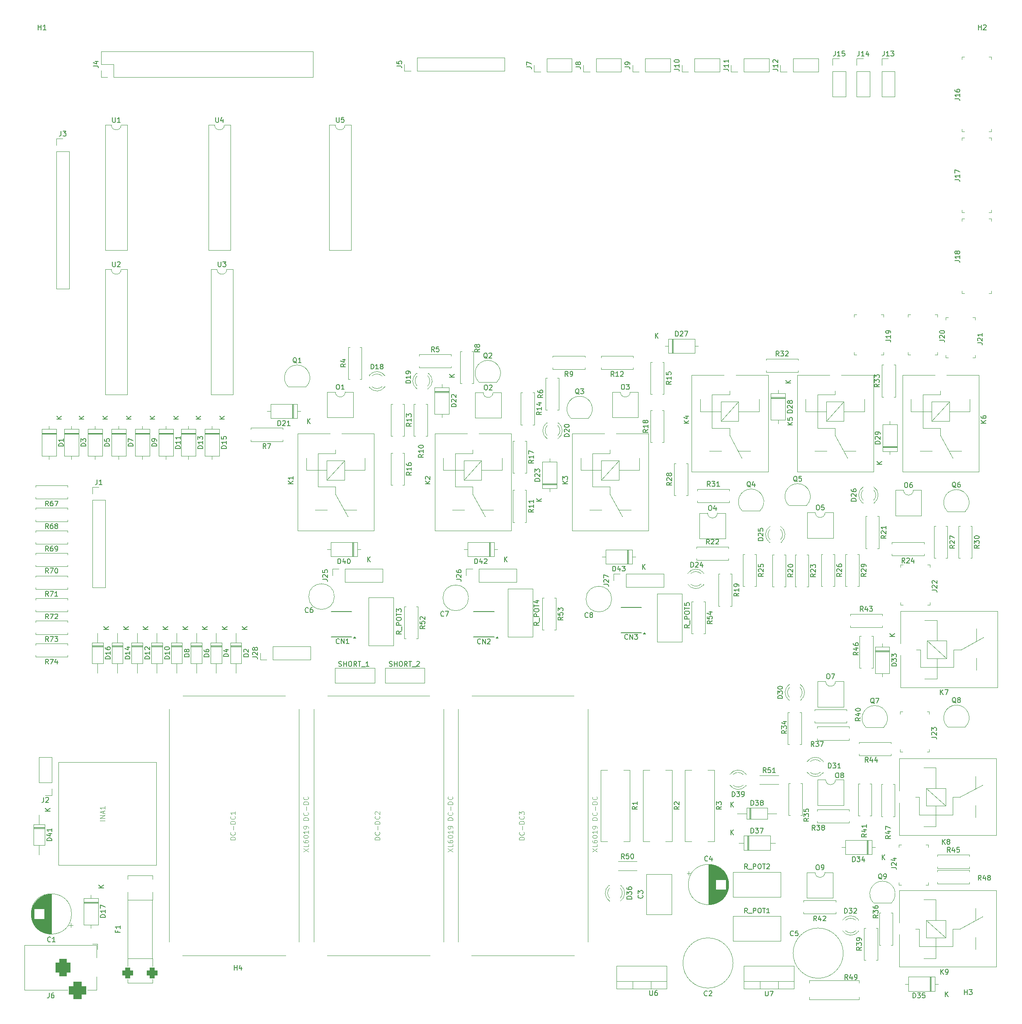
<source format=gto>
%TF.GenerationSoftware,KiCad,Pcbnew,8.0.6*%
%TF.CreationDate,2024-11-10T21:12:48-06:00*%
%TF.ProjectId,BATER-IA_PCB,42415445-522d-4494-915f-5043422e6b69,01*%
%TF.SameCoordinates,Original*%
%TF.FileFunction,Legend,Top*%
%TF.FilePolarity,Positive*%
%FSLAX46Y46*%
G04 Gerber Fmt 4.6, Leading zero omitted, Abs format (unit mm)*
G04 Created by KiCad (PCBNEW 8.0.6) date 2024-11-10 21:12:48*
%MOMM*%
%LPD*%
G01*
G04 APERTURE LIST*
G04 Aperture macros list*
%AMRoundRect*
0 Rectangle with rounded corners*
0 $1 Rounding radius*
0 $2 $3 $4 $5 $6 $7 $8 $9 X,Y pos of 4 corners*
0 Add a 4 corners polygon primitive as box body*
4,1,4,$2,$3,$4,$5,$6,$7,$8,$9,$2,$3,0*
0 Add four circle primitives for the rounded corners*
1,1,$1+$1,$2,$3*
1,1,$1+$1,$4,$5*
1,1,$1+$1,$6,$7*
1,1,$1+$1,$8,$9*
0 Add four rect primitives between the rounded corners*
20,1,$1+$1,$2,$3,$4,$5,0*
20,1,$1+$1,$4,$5,$6,$7,0*
20,1,$1+$1,$6,$7,$8,$9,0*
20,1,$1+$1,$8,$9,$2,$3,0*%
G04 Aperture macros list end*
%ADD10C,0.150000*%
%ADD11C,0.100000*%
%ADD12C,0.120000*%
%ADD13O,2.200000X2.200000*%
%ADD14R,2.200000X2.200000*%
%ADD15R,1.700000X1.700000*%
%ADD16O,1.700000X1.700000*%
%ADD17R,1.600000X1.600000*%
%ADD18O,1.600000X1.600000*%
%ADD19C,3.000000*%
%ADD20C,2.500000*%
%ADD21C,1.600000*%
%ADD22C,2.000000*%
%ADD23R,2.400000X1.600000*%
%ADD24O,2.400000X1.600000*%
%ADD25R,1.905000X2.000000*%
%ADD26O,1.905000X2.000000*%
%ADD27C,1.400000*%
%ADD28O,1.400000X1.400000*%
%ADD29R,2.600000X3.100000*%
%ADD30R,1.550000X0.600000*%
%ADD31R,1.050000X1.500000*%
%ADD32O,1.050000X1.500000*%
%ADD33C,2.600000*%
%ADD34C,3.800000*%
%ADD35C,2.100000*%
%ADD36C,4.000000*%
%ADD37R,1.800000X1.800000*%
%ADD38C,1.800000*%
%ADD39RoundRect,0.550000X0.550000X-0.550000X0.550000X0.550000X-0.550000X0.550000X-0.550000X-0.550000X0*%
%ADD40C,2.200000*%
%ADD41C,1.440000*%
%ADD42C,2.800000*%
%ADD43O,2.800000X2.800000*%
%ADD44C,1.500000*%
%ADD45R,3.500000X3.500000*%
%ADD46RoundRect,0.750000X-0.750000X-1.000000X0.750000X-1.000000X0.750000X1.000000X-0.750000X1.000000X0*%
%ADD47RoundRect,0.875000X-0.875000X-0.875000X0.875000X-0.875000X0.875000X0.875000X-0.875000X0.875000X0*%
%ADD48C,2.400000*%
%ADD49O,2.400000X2.400000*%
G04 APERTURE END LIST*
D10*
X106810819Y-117010285D02*
X105810819Y-117010285D01*
X105810819Y-117010285D02*
X105810819Y-116772190D01*
X105810819Y-116772190D02*
X105858438Y-116629333D01*
X105858438Y-116629333D02*
X105953676Y-116534095D01*
X105953676Y-116534095D02*
X106048914Y-116486476D01*
X106048914Y-116486476D02*
X106239390Y-116438857D01*
X106239390Y-116438857D02*
X106382247Y-116438857D01*
X106382247Y-116438857D02*
X106572723Y-116486476D01*
X106572723Y-116486476D02*
X106667961Y-116534095D01*
X106667961Y-116534095D02*
X106763200Y-116629333D01*
X106763200Y-116629333D02*
X106810819Y-116772190D01*
X106810819Y-116772190D02*
X106810819Y-117010285D01*
X106810819Y-115486476D02*
X106810819Y-116057904D01*
X106810819Y-115772190D02*
X105810819Y-115772190D01*
X105810819Y-115772190D02*
X105953676Y-115867428D01*
X105953676Y-115867428D02*
X106048914Y-115962666D01*
X106048914Y-115962666D02*
X106096533Y-116057904D01*
X105810819Y-115153142D02*
X105810819Y-114534095D01*
X105810819Y-114534095D02*
X106191771Y-114867428D01*
X106191771Y-114867428D02*
X106191771Y-114724571D01*
X106191771Y-114724571D02*
X106239390Y-114629333D01*
X106239390Y-114629333D02*
X106287009Y-114581714D01*
X106287009Y-114581714D02*
X106382247Y-114534095D01*
X106382247Y-114534095D02*
X106620342Y-114534095D01*
X106620342Y-114534095D02*
X106715580Y-114581714D01*
X106715580Y-114581714D02*
X106763200Y-114629333D01*
X106763200Y-114629333D02*
X106810819Y-114724571D01*
X106810819Y-114724571D02*
X106810819Y-115010285D01*
X106810819Y-115010285D02*
X106763200Y-115105523D01*
X106763200Y-115105523D02*
X106715580Y-115153142D01*
X106440819Y-110977904D02*
X105440819Y-110977904D01*
X106440819Y-110406476D02*
X105869390Y-110835047D01*
X105440819Y-110406476D02*
X106012247Y-110977904D01*
X92586819Y-116534094D02*
X91586819Y-116534094D01*
X91586819Y-116534094D02*
X91586819Y-116295999D01*
X91586819Y-116295999D02*
X91634438Y-116153142D01*
X91634438Y-116153142D02*
X91729676Y-116057904D01*
X91729676Y-116057904D02*
X91824914Y-116010285D01*
X91824914Y-116010285D02*
X92015390Y-115962666D01*
X92015390Y-115962666D02*
X92158247Y-115962666D01*
X92158247Y-115962666D02*
X92348723Y-116010285D01*
X92348723Y-116010285D02*
X92443961Y-116057904D01*
X92443961Y-116057904D02*
X92539200Y-116153142D01*
X92539200Y-116153142D02*
X92586819Y-116295999D01*
X92586819Y-116295999D02*
X92586819Y-116534094D01*
X91586819Y-115629332D02*
X91586819Y-114962666D01*
X91586819Y-114962666D02*
X92586819Y-115391237D01*
X92216819Y-110977904D02*
X91216819Y-110977904D01*
X92216819Y-110406476D02*
X91645390Y-110835047D01*
X91216819Y-110406476D02*
X91788247Y-110977904D01*
X87760819Y-116534094D02*
X86760819Y-116534094D01*
X86760819Y-116534094D02*
X86760819Y-116295999D01*
X86760819Y-116295999D02*
X86808438Y-116153142D01*
X86808438Y-116153142D02*
X86903676Y-116057904D01*
X86903676Y-116057904D02*
X86998914Y-116010285D01*
X86998914Y-116010285D02*
X87189390Y-115962666D01*
X87189390Y-115962666D02*
X87332247Y-115962666D01*
X87332247Y-115962666D02*
X87522723Y-116010285D01*
X87522723Y-116010285D02*
X87617961Y-116057904D01*
X87617961Y-116057904D02*
X87713200Y-116153142D01*
X87713200Y-116153142D02*
X87760819Y-116295999D01*
X87760819Y-116295999D02*
X87760819Y-116534094D01*
X86760819Y-115057904D02*
X86760819Y-115534094D01*
X86760819Y-115534094D02*
X87237009Y-115581713D01*
X87237009Y-115581713D02*
X87189390Y-115534094D01*
X87189390Y-115534094D02*
X87141771Y-115438856D01*
X87141771Y-115438856D02*
X87141771Y-115200761D01*
X87141771Y-115200761D02*
X87189390Y-115105523D01*
X87189390Y-115105523D02*
X87237009Y-115057904D01*
X87237009Y-115057904D02*
X87332247Y-115010285D01*
X87332247Y-115010285D02*
X87570342Y-115010285D01*
X87570342Y-115010285D02*
X87665580Y-115057904D01*
X87665580Y-115057904D02*
X87713200Y-115105523D01*
X87713200Y-115105523D02*
X87760819Y-115200761D01*
X87760819Y-115200761D02*
X87760819Y-115438856D01*
X87760819Y-115438856D02*
X87713200Y-115534094D01*
X87713200Y-115534094D02*
X87665580Y-115581713D01*
X87390819Y-110977904D02*
X86390819Y-110977904D01*
X87390819Y-110406476D02*
X86819390Y-110835047D01*
X86390819Y-110406476D02*
X86962247Y-110977904D01*
X97412819Y-116534094D02*
X96412819Y-116534094D01*
X96412819Y-116534094D02*
X96412819Y-116295999D01*
X96412819Y-116295999D02*
X96460438Y-116153142D01*
X96460438Y-116153142D02*
X96555676Y-116057904D01*
X96555676Y-116057904D02*
X96650914Y-116010285D01*
X96650914Y-116010285D02*
X96841390Y-115962666D01*
X96841390Y-115962666D02*
X96984247Y-115962666D01*
X96984247Y-115962666D02*
X97174723Y-116010285D01*
X97174723Y-116010285D02*
X97269961Y-116057904D01*
X97269961Y-116057904D02*
X97365200Y-116153142D01*
X97365200Y-116153142D02*
X97412819Y-116295999D01*
X97412819Y-116295999D02*
X97412819Y-116534094D01*
X97412819Y-115486475D02*
X97412819Y-115295999D01*
X97412819Y-115295999D02*
X97365200Y-115200761D01*
X97365200Y-115200761D02*
X97317580Y-115153142D01*
X97317580Y-115153142D02*
X97174723Y-115057904D01*
X97174723Y-115057904D02*
X96984247Y-115010285D01*
X96984247Y-115010285D02*
X96603295Y-115010285D01*
X96603295Y-115010285D02*
X96508057Y-115057904D01*
X96508057Y-115057904D02*
X96460438Y-115105523D01*
X96460438Y-115105523D02*
X96412819Y-115200761D01*
X96412819Y-115200761D02*
X96412819Y-115391237D01*
X96412819Y-115391237D02*
X96460438Y-115486475D01*
X96460438Y-115486475D02*
X96508057Y-115534094D01*
X96508057Y-115534094D02*
X96603295Y-115581713D01*
X96603295Y-115581713D02*
X96841390Y-115581713D01*
X96841390Y-115581713D02*
X96936628Y-115534094D01*
X96936628Y-115534094D02*
X96984247Y-115486475D01*
X96984247Y-115486475D02*
X97031866Y-115391237D01*
X97031866Y-115391237D02*
X97031866Y-115200761D01*
X97031866Y-115200761D02*
X96984247Y-115105523D01*
X96984247Y-115105523D02*
X96936628Y-115057904D01*
X96936628Y-115057904D02*
X96841390Y-115010285D01*
X97042819Y-110977904D02*
X96042819Y-110977904D01*
X97042819Y-110406476D02*
X96471390Y-110835047D01*
X96042819Y-110406476D02*
X96614247Y-110977904D01*
X111636819Y-117010285D02*
X110636819Y-117010285D01*
X110636819Y-117010285D02*
X110636819Y-116772190D01*
X110636819Y-116772190D02*
X110684438Y-116629333D01*
X110684438Y-116629333D02*
X110779676Y-116534095D01*
X110779676Y-116534095D02*
X110874914Y-116486476D01*
X110874914Y-116486476D02*
X111065390Y-116438857D01*
X111065390Y-116438857D02*
X111208247Y-116438857D01*
X111208247Y-116438857D02*
X111398723Y-116486476D01*
X111398723Y-116486476D02*
X111493961Y-116534095D01*
X111493961Y-116534095D02*
X111589200Y-116629333D01*
X111589200Y-116629333D02*
X111636819Y-116772190D01*
X111636819Y-116772190D02*
X111636819Y-117010285D01*
X111636819Y-115486476D02*
X111636819Y-116057904D01*
X111636819Y-115772190D02*
X110636819Y-115772190D01*
X110636819Y-115772190D02*
X110779676Y-115867428D01*
X110779676Y-115867428D02*
X110874914Y-115962666D01*
X110874914Y-115962666D02*
X110922533Y-116057904D01*
X110636819Y-114581714D02*
X110636819Y-115057904D01*
X110636819Y-115057904D02*
X111113009Y-115105523D01*
X111113009Y-115105523D02*
X111065390Y-115057904D01*
X111065390Y-115057904D02*
X111017771Y-114962666D01*
X111017771Y-114962666D02*
X111017771Y-114724571D01*
X111017771Y-114724571D02*
X111065390Y-114629333D01*
X111065390Y-114629333D02*
X111113009Y-114581714D01*
X111113009Y-114581714D02*
X111208247Y-114534095D01*
X111208247Y-114534095D02*
X111446342Y-114534095D01*
X111446342Y-114534095D02*
X111541580Y-114581714D01*
X111541580Y-114581714D02*
X111589200Y-114629333D01*
X111589200Y-114629333D02*
X111636819Y-114724571D01*
X111636819Y-114724571D02*
X111636819Y-114962666D01*
X111636819Y-114962666D02*
X111589200Y-115057904D01*
X111589200Y-115057904D02*
X111541580Y-115105523D01*
X111266819Y-110977904D02*
X110266819Y-110977904D01*
X111266819Y-110406476D02*
X110695390Y-110835047D01*
X110266819Y-110406476D02*
X110838247Y-110977904D01*
X78362819Y-116534094D02*
X77362819Y-116534094D01*
X77362819Y-116534094D02*
X77362819Y-116295999D01*
X77362819Y-116295999D02*
X77410438Y-116153142D01*
X77410438Y-116153142D02*
X77505676Y-116057904D01*
X77505676Y-116057904D02*
X77600914Y-116010285D01*
X77600914Y-116010285D02*
X77791390Y-115962666D01*
X77791390Y-115962666D02*
X77934247Y-115962666D01*
X77934247Y-115962666D02*
X78124723Y-116010285D01*
X78124723Y-116010285D02*
X78219961Y-116057904D01*
X78219961Y-116057904D02*
X78315200Y-116153142D01*
X78315200Y-116153142D02*
X78362819Y-116295999D01*
X78362819Y-116295999D02*
X78362819Y-116534094D01*
X78362819Y-115010285D02*
X78362819Y-115581713D01*
X78362819Y-115295999D02*
X77362819Y-115295999D01*
X77362819Y-115295999D02*
X77505676Y-115391237D01*
X77505676Y-115391237D02*
X77600914Y-115486475D01*
X77600914Y-115486475D02*
X77648533Y-115581713D01*
X77992819Y-110977904D02*
X76992819Y-110977904D01*
X77992819Y-110406476D02*
X77421390Y-110835047D01*
X76992819Y-110406476D02*
X77564247Y-110977904D01*
X82934819Y-116534094D02*
X81934819Y-116534094D01*
X81934819Y-116534094D02*
X81934819Y-116295999D01*
X81934819Y-116295999D02*
X81982438Y-116153142D01*
X81982438Y-116153142D02*
X82077676Y-116057904D01*
X82077676Y-116057904D02*
X82172914Y-116010285D01*
X82172914Y-116010285D02*
X82363390Y-115962666D01*
X82363390Y-115962666D02*
X82506247Y-115962666D01*
X82506247Y-115962666D02*
X82696723Y-116010285D01*
X82696723Y-116010285D02*
X82791961Y-116057904D01*
X82791961Y-116057904D02*
X82887200Y-116153142D01*
X82887200Y-116153142D02*
X82934819Y-116295999D01*
X82934819Y-116295999D02*
X82934819Y-116534094D01*
X81934819Y-115629332D02*
X81934819Y-115010285D01*
X81934819Y-115010285D02*
X82315771Y-115343618D01*
X82315771Y-115343618D02*
X82315771Y-115200761D01*
X82315771Y-115200761D02*
X82363390Y-115105523D01*
X82363390Y-115105523D02*
X82411009Y-115057904D01*
X82411009Y-115057904D02*
X82506247Y-115010285D01*
X82506247Y-115010285D02*
X82744342Y-115010285D01*
X82744342Y-115010285D02*
X82839580Y-115057904D01*
X82839580Y-115057904D02*
X82887200Y-115105523D01*
X82887200Y-115105523D02*
X82934819Y-115200761D01*
X82934819Y-115200761D02*
X82934819Y-115486475D01*
X82934819Y-115486475D02*
X82887200Y-115581713D01*
X82887200Y-115581713D02*
X82839580Y-115629332D01*
X82564819Y-110977904D02*
X81564819Y-110977904D01*
X82564819Y-110406476D02*
X81993390Y-110835047D01*
X81564819Y-110406476D02*
X82136247Y-110977904D01*
X102238819Y-117010285D02*
X101238819Y-117010285D01*
X101238819Y-117010285D02*
X101238819Y-116772190D01*
X101238819Y-116772190D02*
X101286438Y-116629333D01*
X101286438Y-116629333D02*
X101381676Y-116534095D01*
X101381676Y-116534095D02*
X101476914Y-116486476D01*
X101476914Y-116486476D02*
X101667390Y-116438857D01*
X101667390Y-116438857D02*
X101810247Y-116438857D01*
X101810247Y-116438857D02*
X102000723Y-116486476D01*
X102000723Y-116486476D02*
X102095961Y-116534095D01*
X102095961Y-116534095D02*
X102191200Y-116629333D01*
X102191200Y-116629333D02*
X102238819Y-116772190D01*
X102238819Y-116772190D02*
X102238819Y-117010285D01*
X102238819Y-115486476D02*
X102238819Y-116057904D01*
X102238819Y-115772190D02*
X101238819Y-115772190D01*
X101238819Y-115772190D02*
X101381676Y-115867428D01*
X101381676Y-115867428D02*
X101476914Y-115962666D01*
X101476914Y-115962666D02*
X101524533Y-116057904D01*
X102238819Y-114534095D02*
X102238819Y-115105523D01*
X102238819Y-114819809D02*
X101238819Y-114819809D01*
X101238819Y-114819809D02*
X101381676Y-114915047D01*
X101381676Y-114915047D02*
X101476914Y-115010285D01*
X101476914Y-115010285D02*
X101524533Y-115105523D01*
X101868819Y-110977904D02*
X100868819Y-110977904D01*
X101868819Y-110406476D02*
X101297390Y-110835047D01*
X100868819Y-110406476D02*
X101440247Y-110977904D01*
X86924819Y-212694285D02*
X85924819Y-212694285D01*
X85924819Y-212694285D02*
X85924819Y-212456190D01*
X85924819Y-212456190D02*
X85972438Y-212313333D01*
X85972438Y-212313333D02*
X86067676Y-212218095D01*
X86067676Y-212218095D02*
X86162914Y-212170476D01*
X86162914Y-212170476D02*
X86353390Y-212122857D01*
X86353390Y-212122857D02*
X86496247Y-212122857D01*
X86496247Y-212122857D02*
X86686723Y-212170476D01*
X86686723Y-212170476D02*
X86781961Y-212218095D01*
X86781961Y-212218095D02*
X86877200Y-212313333D01*
X86877200Y-212313333D02*
X86924819Y-212456190D01*
X86924819Y-212456190D02*
X86924819Y-212694285D01*
X86924819Y-211170476D02*
X86924819Y-211741904D01*
X86924819Y-211456190D02*
X85924819Y-211456190D01*
X85924819Y-211456190D02*
X86067676Y-211551428D01*
X86067676Y-211551428D02*
X86162914Y-211646666D01*
X86162914Y-211646666D02*
X86210533Y-211741904D01*
X85924819Y-210837142D02*
X85924819Y-210170476D01*
X85924819Y-210170476D02*
X86924819Y-210599047D01*
X86554819Y-206661904D02*
X85554819Y-206661904D01*
X86554819Y-206090476D02*
X85983390Y-206519047D01*
X85554819Y-206090476D02*
X86126247Y-206661904D01*
X134449714Y-140510819D02*
X134449714Y-139510819D01*
X134449714Y-139510819D02*
X134687809Y-139510819D01*
X134687809Y-139510819D02*
X134830666Y-139558438D01*
X134830666Y-139558438D02*
X134925904Y-139653676D01*
X134925904Y-139653676D02*
X134973523Y-139748914D01*
X134973523Y-139748914D02*
X135021142Y-139939390D01*
X135021142Y-139939390D02*
X135021142Y-140082247D01*
X135021142Y-140082247D02*
X134973523Y-140272723D01*
X134973523Y-140272723D02*
X134925904Y-140367961D01*
X134925904Y-140367961D02*
X134830666Y-140463200D01*
X134830666Y-140463200D02*
X134687809Y-140510819D01*
X134687809Y-140510819D02*
X134449714Y-140510819D01*
X135878285Y-139844152D02*
X135878285Y-140510819D01*
X135640190Y-139463200D02*
X135402095Y-140177485D01*
X135402095Y-140177485D02*
X136021142Y-140177485D01*
X136592571Y-139510819D02*
X136687809Y-139510819D01*
X136687809Y-139510819D02*
X136783047Y-139558438D01*
X136783047Y-139558438D02*
X136830666Y-139606057D01*
X136830666Y-139606057D02*
X136878285Y-139701295D01*
X136878285Y-139701295D02*
X136925904Y-139891771D01*
X136925904Y-139891771D02*
X136925904Y-140129866D01*
X136925904Y-140129866D02*
X136878285Y-140320342D01*
X136878285Y-140320342D02*
X136830666Y-140415580D01*
X136830666Y-140415580D02*
X136783047Y-140463200D01*
X136783047Y-140463200D02*
X136687809Y-140510819D01*
X136687809Y-140510819D02*
X136592571Y-140510819D01*
X136592571Y-140510819D02*
X136497333Y-140463200D01*
X136497333Y-140463200D02*
X136449714Y-140415580D01*
X136449714Y-140415580D02*
X136402095Y-140320342D01*
X136402095Y-140320342D02*
X136354476Y-140129866D01*
X136354476Y-140129866D02*
X136354476Y-139891771D01*
X136354476Y-139891771D02*
X136402095Y-139701295D01*
X136402095Y-139701295D02*
X136449714Y-139606057D01*
X136449714Y-139606057D02*
X136497333Y-139558438D01*
X136497333Y-139558438D02*
X136592571Y-139510819D01*
X140482095Y-140140819D02*
X140482095Y-139140819D01*
X141053523Y-140140819D02*
X140624952Y-139569390D01*
X141053523Y-139140819D02*
X140482095Y-139712247D01*
X122185714Y-112324819D02*
X122185714Y-111324819D01*
X122185714Y-111324819D02*
X122423809Y-111324819D01*
X122423809Y-111324819D02*
X122566666Y-111372438D01*
X122566666Y-111372438D02*
X122661904Y-111467676D01*
X122661904Y-111467676D02*
X122709523Y-111562914D01*
X122709523Y-111562914D02*
X122757142Y-111753390D01*
X122757142Y-111753390D02*
X122757142Y-111896247D01*
X122757142Y-111896247D02*
X122709523Y-112086723D01*
X122709523Y-112086723D02*
X122661904Y-112181961D01*
X122661904Y-112181961D02*
X122566666Y-112277200D01*
X122566666Y-112277200D02*
X122423809Y-112324819D01*
X122423809Y-112324819D02*
X122185714Y-112324819D01*
X123138095Y-111420057D02*
X123185714Y-111372438D01*
X123185714Y-111372438D02*
X123280952Y-111324819D01*
X123280952Y-111324819D02*
X123519047Y-111324819D01*
X123519047Y-111324819D02*
X123614285Y-111372438D01*
X123614285Y-111372438D02*
X123661904Y-111420057D01*
X123661904Y-111420057D02*
X123709523Y-111515295D01*
X123709523Y-111515295D02*
X123709523Y-111610533D01*
X123709523Y-111610533D02*
X123661904Y-111753390D01*
X123661904Y-111753390D02*
X123090476Y-112324819D01*
X123090476Y-112324819D02*
X123709523Y-112324819D01*
X124661904Y-112324819D02*
X124090476Y-112324819D01*
X124376190Y-112324819D02*
X124376190Y-111324819D01*
X124376190Y-111324819D02*
X124280952Y-111467676D01*
X124280952Y-111467676D02*
X124185714Y-111562914D01*
X124185714Y-111562914D02*
X124090476Y-111610533D01*
X128218095Y-111954819D02*
X128218095Y-110954819D01*
X128789523Y-111954819D02*
X128360952Y-111383390D01*
X128789523Y-110954819D02*
X128218095Y-111526247D01*
X248504819Y-161404285D02*
X247504819Y-161404285D01*
X247504819Y-161404285D02*
X247504819Y-161166190D01*
X247504819Y-161166190D02*
X247552438Y-161023333D01*
X247552438Y-161023333D02*
X247647676Y-160928095D01*
X247647676Y-160928095D02*
X247742914Y-160880476D01*
X247742914Y-160880476D02*
X247933390Y-160832857D01*
X247933390Y-160832857D02*
X248076247Y-160832857D01*
X248076247Y-160832857D02*
X248266723Y-160880476D01*
X248266723Y-160880476D02*
X248361961Y-160928095D01*
X248361961Y-160928095D02*
X248457200Y-161023333D01*
X248457200Y-161023333D02*
X248504819Y-161166190D01*
X248504819Y-161166190D02*
X248504819Y-161404285D01*
X247504819Y-160499523D02*
X247504819Y-159880476D01*
X247504819Y-159880476D02*
X247885771Y-160213809D01*
X247885771Y-160213809D02*
X247885771Y-160070952D01*
X247885771Y-160070952D02*
X247933390Y-159975714D01*
X247933390Y-159975714D02*
X247981009Y-159928095D01*
X247981009Y-159928095D02*
X248076247Y-159880476D01*
X248076247Y-159880476D02*
X248314342Y-159880476D01*
X248314342Y-159880476D02*
X248409580Y-159928095D01*
X248409580Y-159928095D02*
X248457200Y-159975714D01*
X248457200Y-159975714D02*
X248504819Y-160070952D01*
X248504819Y-160070952D02*
X248504819Y-160356666D01*
X248504819Y-160356666D02*
X248457200Y-160451904D01*
X248457200Y-160451904D02*
X248409580Y-160499523D01*
X247504819Y-159547142D02*
X247504819Y-158928095D01*
X247504819Y-158928095D02*
X247885771Y-159261428D01*
X247885771Y-159261428D02*
X247885771Y-159118571D01*
X247885771Y-159118571D02*
X247933390Y-159023333D01*
X247933390Y-159023333D02*
X247981009Y-158975714D01*
X247981009Y-158975714D02*
X248076247Y-158928095D01*
X248076247Y-158928095D02*
X248314342Y-158928095D01*
X248314342Y-158928095D02*
X248409580Y-158975714D01*
X248409580Y-158975714D02*
X248457200Y-159023333D01*
X248457200Y-159023333D02*
X248504819Y-159118571D01*
X248504819Y-159118571D02*
X248504819Y-159404285D01*
X248504819Y-159404285D02*
X248457200Y-159499523D01*
X248457200Y-159499523D02*
X248409580Y-159547142D01*
X248134819Y-155371904D02*
X247134819Y-155371904D01*
X248134819Y-154800476D02*
X247563390Y-155229047D01*
X247134819Y-154800476D02*
X247706247Y-155371904D01*
X158584819Y-108484285D02*
X157584819Y-108484285D01*
X157584819Y-108484285D02*
X157584819Y-108246190D01*
X157584819Y-108246190D02*
X157632438Y-108103333D01*
X157632438Y-108103333D02*
X157727676Y-108008095D01*
X157727676Y-108008095D02*
X157822914Y-107960476D01*
X157822914Y-107960476D02*
X158013390Y-107912857D01*
X158013390Y-107912857D02*
X158156247Y-107912857D01*
X158156247Y-107912857D02*
X158346723Y-107960476D01*
X158346723Y-107960476D02*
X158441961Y-108008095D01*
X158441961Y-108008095D02*
X158537200Y-108103333D01*
X158537200Y-108103333D02*
X158584819Y-108246190D01*
X158584819Y-108246190D02*
X158584819Y-108484285D01*
X157680057Y-107531904D02*
X157632438Y-107484285D01*
X157632438Y-107484285D02*
X157584819Y-107389047D01*
X157584819Y-107389047D02*
X157584819Y-107150952D01*
X157584819Y-107150952D02*
X157632438Y-107055714D01*
X157632438Y-107055714D02*
X157680057Y-107008095D01*
X157680057Y-107008095D02*
X157775295Y-106960476D01*
X157775295Y-106960476D02*
X157870533Y-106960476D01*
X157870533Y-106960476D02*
X158013390Y-107008095D01*
X158013390Y-107008095D02*
X158584819Y-107579523D01*
X158584819Y-107579523D02*
X158584819Y-106960476D01*
X157680057Y-106579523D02*
X157632438Y-106531904D01*
X157632438Y-106531904D02*
X157584819Y-106436666D01*
X157584819Y-106436666D02*
X157584819Y-106198571D01*
X157584819Y-106198571D02*
X157632438Y-106103333D01*
X157632438Y-106103333D02*
X157680057Y-106055714D01*
X157680057Y-106055714D02*
X157775295Y-106008095D01*
X157775295Y-106008095D02*
X157870533Y-106008095D01*
X157870533Y-106008095D02*
X158013390Y-106055714D01*
X158013390Y-106055714D02*
X158584819Y-106627142D01*
X158584819Y-106627142D02*
X158584819Y-106008095D01*
X158214819Y-102451904D02*
X157214819Y-102451904D01*
X158214819Y-101880476D02*
X157643390Y-102309047D01*
X157214819Y-101880476D02*
X157786247Y-102451904D01*
X175634819Y-123684285D02*
X174634819Y-123684285D01*
X174634819Y-123684285D02*
X174634819Y-123446190D01*
X174634819Y-123446190D02*
X174682438Y-123303333D01*
X174682438Y-123303333D02*
X174777676Y-123208095D01*
X174777676Y-123208095D02*
X174872914Y-123160476D01*
X174872914Y-123160476D02*
X175063390Y-123112857D01*
X175063390Y-123112857D02*
X175206247Y-123112857D01*
X175206247Y-123112857D02*
X175396723Y-123160476D01*
X175396723Y-123160476D02*
X175491961Y-123208095D01*
X175491961Y-123208095D02*
X175587200Y-123303333D01*
X175587200Y-123303333D02*
X175634819Y-123446190D01*
X175634819Y-123446190D02*
X175634819Y-123684285D01*
X174730057Y-122731904D02*
X174682438Y-122684285D01*
X174682438Y-122684285D02*
X174634819Y-122589047D01*
X174634819Y-122589047D02*
X174634819Y-122350952D01*
X174634819Y-122350952D02*
X174682438Y-122255714D01*
X174682438Y-122255714D02*
X174730057Y-122208095D01*
X174730057Y-122208095D02*
X174825295Y-122160476D01*
X174825295Y-122160476D02*
X174920533Y-122160476D01*
X174920533Y-122160476D02*
X175063390Y-122208095D01*
X175063390Y-122208095D02*
X175634819Y-122779523D01*
X175634819Y-122779523D02*
X175634819Y-122160476D01*
X174634819Y-121827142D02*
X174634819Y-121208095D01*
X174634819Y-121208095D02*
X175015771Y-121541428D01*
X175015771Y-121541428D02*
X175015771Y-121398571D01*
X175015771Y-121398571D02*
X175063390Y-121303333D01*
X175063390Y-121303333D02*
X175111009Y-121255714D01*
X175111009Y-121255714D02*
X175206247Y-121208095D01*
X175206247Y-121208095D02*
X175444342Y-121208095D01*
X175444342Y-121208095D02*
X175539580Y-121255714D01*
X175539580Y-121255714D02*
X175587200Y-121303333D01*
X175587200Y-121303333D02*
X175634819Y-121398571D01*
X175634819Y-121398571D02*
X175634819Y-121684285D01*
X175634819Y-121684285D02*
X175587200Y-121779523D01*
X175587200Y-121779523D02*
X175539580Y-121827142D01*
X176004819Y-127811904D02*
X175004819Y-127811904D01*
X176004819Y-127240476D02*
X175433390Y-127669047D01*
X175004819Y-127240476D02*
X175576247Y-127811904D01*
X239525714Y-201314819D02*
X239525714Y-200314819D01*
X239525714Y-200314819D02*
X239763809Y-200314819D01*
X239763809Y-200314819D02*
X239906666Y-200362438D01*
X239906666Y-200362438D02*
X240001904Y-200457676D01*
X240001904Y-200457676D02*
X240049523Y-200552914D01*
X240049523Y-200552914D02*
X240097142Y-200743390D01*
X240097142Y-200743390D02*
X240097142Y-200886247D01*
X240097142Y-200886247D02*
X240049523Y-201076723D01*
X240049523Y-201076723D02*
X240001904Y-201171961D01*
X240001904Y-201171961D02*
X239906666Y-201267200D01*
X239906666Y-201267200D02*
X239763809Y-201314819D01*
X239763809Y-201314819D02*
X239525714Y-201314819D01*
X240430476Y-200314819D02*
X241049523Y-200314819D01*
X241049523Y-200314819D02*
X240716190Y-200695771D01*
X240716190Y-200695771D02*
X240859047Y-200695771D01*
X240859047Y-200695771D02*
X240954285Y-200743390D01*
X240954285Y-200743390D02*
X241001904Y-200791009D01*
X241001904Y-200791009D02*
X241049523Y-200886247D01*
X241049523Y-200886247D02*
X241049523Y-201124342D01*
X241049523Y-201124342D02*
X241001904Y-201219580D01*
X241001904Y-201219580D02*
X240954285Y-201267200D01*
X240954285Y-201267200D02*
X240859047Y-201314819D01*
X240859047Y-201314819D02*
X240573333Y-201314819D01*
X240573333Y-201314819D02*
X240478095Y-201267200D01*
X240478095Y-201267200D02*
X240430476Y-201219580D01*
X241906666Y-200648152D02*
X241906666Y-201314819D01*
X241668571Y-200267200D02*
X241430476Y-200981485D01*
X241430476Y-200981485D02*
X242049523Y-200981485D01*
X245558095Y-200944819D02*
X245558095Y-199944819D01*
X246129523Y-200944819D02*
X245700952Y-200373390D01*
X246129523Y-199944819D02*
X245558095Y-200516247D01*
X162389714Y-140510819D02*
X162389714Y-139510819D01*
X162389714Y-139510819D02*
X162627809Y-139510819D01*
X162627809Y-139510819D02*
X162770666Y-139558438D01*
X162770666Y-139558438D02*
X162865904Y-139653676D01*
X162865904Y-139653676D02*
X162913523Y-139748914D01*
X162913523Y-139748914D02*
X162961142Y-139939390D01*
X162961142Y-139939390D02*
X162961142Y-140082247D01*
X162961142Y-140082247D02*
X162913523Y-140272723D01*
X162913523Y-140272723D02*
X162865904Y-140367961D01*
X162865904Y-140367961D02*
X162770666Y-140463200D01*
X162770666Y-140463200D02*
X162627809Y-140510819D01*
X162627809Y-140510819D02*
X162389714Y-140510819D01*
X163818285Y-139844152D02*
X163818285Y-140510819D01*
X163580190Y-139463200D02*
X163342095Y-140177485D01*
X163342095Y-140177485D02*
X163961142Y-140177485D01*
X164294476Y-139606057D02*
X164342095Y-139558438D01*
X164342095Y-139558438D02*
X164437333Y-139510819D01*
X164437333Y-139510819D02*
X164675428Y-139510819D01*
X164675428Y-139510819D02*
X164770666Y-139558438D01*
X164770666Y-139558438D02*
X164818285Y-139606057D01*
X164818285Y-139606057D02*
X164865904Y-139701295D01*
X164865904Y-139701295D02*
X164865904Y-139796533D01*
X164865904Y-139796533D02*
X164818285Y-139939390D01*
X164818285Y-139939390D02*
X164246857Y-140510819D01*
X164246857Y-140510819D02*
X164865904Y-140510819D01*
X168422095Y-140140819D02*
X168422095Y-139140819D01*
X168993523Y-140140819D02*
X168564952Y-139569390D01*
X168993523Y-139140819D02*
X168422095Y-139712247D01*
X227234819Y-109714285D02*
X226234819Y-109714285D01*
X226234819Y-109714285D02*
X226234819Y-109476190D01*
X226234819Y-109476190D02*
X226282438Y-109333333D01*
X226282438Y-109333333D02*
X226377676Y-109238095D01*
X226377676Y-109238095D02*
X226472914Y-109190476D01*
X226472914Y-109190476D02*
X226663390Y-109142857D01*
X226663390Y-109142857D02*
X226806247Y-109142857D01*
X226806247Y-109142857D02*
X226996723Y-109190476D01*
X226996723Y-109190476D02*
X227091961Y-109238095D01*
X227091961Y-109238095D02*
X227187200Y-109333333D01*
X227187200Y-109333333D02*
X227234819Y-109476190D01*
X227234819Y-109476190D02*
X227234819Y-109714285D01*
X226330057Y-108761904D02*
X226282438Y-108714285D01*
X226282438Y-108714285D02*
X226234819Y-108619047D01*
X226234819Y-108619047D02*
X226234819Y-108380952D01*
X226234819Y-108380952D02*
X226282438Y-108285714D01*
X226282438Y-108285714D02*
X226330057Y-108238095D01*
X226330057Y-108238095D02*
X226425295Y-108190476D01*
X226425295Y-108190476D02*
X226520533Y-108190476D01*
X226520533Y-108190476D02*
X226663390Y-108238095D01*
X226663390Y-108238095D02*
X227234819Y-108809523D01*
X227234819Y-108809523D02*
X227234819Y-108190476D01*
X226663390Y-107619047D02*
X226615771Y-107714285D01*
X226615771Y-107714285D02*
X226568152Y-107761904D01*
X226568152Y-107761904D02*
X226472914Y-107809523D01*
X226472914Y-107809523D02*
X226425295Y-107809523D01*
X226425295Y-107809523D02*
X226330057Y-107761904D01*
X226330057Y-107761904D02*
X226282438Y-107714285D01*
X226282438Y-107714285D02*
X226234819Y-107619047D01*
X226234819Y-107619047D02*
X226234819Y-107428571D01*
X226234819Y-107428571D02*
X226282438Y-107333333D01*
X226282438Y-107333333D02*
X226330057Y-107285714D01*
X226330057Y-107285714D02*
X226425295Y-107238095D01*
X226425295Y-107238095D02*
X226472914Y-107238095D01*
X226472914Y-107238095D02*
X226568152Y-107285714D01*
X226568152Y-107285714D02*
X226615771Y-107333333D01*
X226615771Y-107333333D02*
X226663390Y-107428571D01*
X226663390Y-107428571D02*
X226663390Y-107619047D01*
X226663390Y-107619047D02*
X226711009Y-107714285D01*
X226711009Y-107714285D02*
X226758628Y-107761904D01*
X226758628Y-107761904D02*
X226853866Y-107809523D01*
X226853866Y-107809523D02*
X227044342Y-107809523D01*
X227044342Y-107809523D02*
X227139580Y-107761904D01*
X227139580Y-107761904D02*
X227187200Y-107714285D01*
X227187200Y-107714285D02*
X227234819Y-107619047D01*
X227234819Y-107619047D02*
X227234819Y-107428571D01*
X227234819Y-107428571D02*
X227187200Y-107333333D01*
X227187200Y-107333333D02*
X227139580Y-107285714D01*
X227139580Y-107285714D02*
X227044342Y-107238095D01*
X227044342Y-107238095D02*
X226853866Y-107238095D01*
X226853866Y-107238095D02*
X226758628Y-107285714D01*
X226758628Y-107285714D02*
X226711009Y-107333333D01*
X226711009Y-107333333D02*
X226663390Y-107428571D01*
X226864819Y-103681904D02*
X225864819Y-103681904D01*
X226864819Y-103110476D02*
X226293390Y-103539047D01*
X225864819Y-103110476D02*
X226436247Y-103681904D01*
X251855714Y-229124819D02*
X251855714Y-228124819D01*
X251855714Y-228124819D02*
X252093809Y-228124819D01*
X252093809Y-228124819D02*
X252236666Y-228172438D01*
X252236666Y-228172438D02*
X252331904Y-228267676D01*
X252331904Y-228267676D02*
X252379523Y-228362914D01*
X252379523Y-228362914D02*
X252427142Y-228553390D01*
X252427142Y-228553390D02*
X252427142Y-228696247D01*
X252427142Y-228696247D02*
X252379523Y-228886723D01*
X252379523Y-228886723D02*
X252331904Y-228981961D01*
X252331904Y-228981961D02*
X252236666Y-229077200D01*
X252236666Y-229077200D02*
X252093809Y-229124819D01*
X252093809Y-229124819D02*
X251855714Y-229124819D01*
X252760476Y-228124819D02*
X253379523Y-228124819D01*
X253379523Y-228124819D02*
X253046190Y-228505771D01*
X253046190Y-228505771D02*
X253189047Y-228505771D01*
X253189047Y-228505771D02*
X253284285Y-228553390D01*
X253284285Y-228553390D02*
X253331904Y-228601009D01*
X253331904Y-228601009D02*
X253379523Y-228696247D01*
X253379523Y-228696247D02*
X253379523Y-228934342D01*
X253379523Y-228934342D02*
X253331904Y-229029580D01*
X253331904Y-229029580D02*
X253284285Y-229077200D01*
X253284285Y-229077200D02*
X253189047Y-229124819D01*
X253189047Y-229124819D02*
X252903333Y-229124819D01*
X252903333Y-229124819D02*
X252808095Y-229077200D01*
X252808095Y-229077200D02*
X252760476Y-229029580D01*
X254284285Y-228124819D02*
X253808095Y-228124819D01*
X253808095Y-228124819D02*
X253760476Y-228601009D01*
X253760476Y-228601009D02*
X253808095Y-228553390D01*
X253808095Y-228553390D02*
X253903333Y-228505771D01*
X253903333Y-228505771D02*
X254141428Y-228505771D01*
X254141428Y-228505771D02*
X254236666Y-228553390D01*
X254236666Y-228553390D02*
X254284285Y-228601009D01*
X254284285Y-228601009D02*
X254331904Y-228696247D01*
X254331904Y-228696247D02*
X254331904Y-228934342D01*
X254331904Y-228934342D02*
X254284285Y-229029580D01*
X254284285Y-229029580D02*
X254236666Y-229077200D01*
X254236666Y-229077200D02*
X254141428Y-229124819D01*
X254141428Y-229124819D02*
X253903333Y-229124819D01*
X253903333Y-229124819D02*
X253808095Y-229077200D01*
X253808095Y-229077200D02*
X253760476Y-229029580D01*
X258448095Y-228854819D02*
X258448095Y-227854819D01*
X259019523Y-228854819D02*
X258590952Y-228283390D01*
X259019523Y-227854819D02*
X258448095Y-228426247D01*
X190583714Y-142034819D02*
X190583714Y-141034819D01*
X190583714Y-141034819D02*
X190821809Y-141034819D01*
X190821809Y-141034819D02*
X190964666Y-141082438D01*
X190964666Y-141082438D02*
X191059904Y-141177676D01*
X191059904Y-141177676D02*
X191107523Y-141272914D01*
X191107523Y-141272914D02*
X191155142Y-141463390D01*
X191155142Y-141463390D02*
X191155142Y-141606247D01*
X191155142Y-141606247D02*
X191107523Y-141796723D01*
X191107523Y-141796723D02*
X191059904Y-141891961D01*
X191059904Y-141891961D02*
X190964666Y-141987200D01*
X190964666Y-141987200D02*
X190821809Y-142034819D01*
X190821809Y-142034819D02*
X190583714Y-142034819D01*
X192012285Y-141368152D02*
X192012285Y-142034819D01*
X191774190Y-140987200D02*
X191536095Y-141701485D01*
X191536095Y-141701485D02*
X192155142Y-141701485D01*
X192440857Y-141034819D02*
X193059904Y-141034819D01*
X193059904Y-141034819D02*
X192726571Y-141415771D01*
X192726571Y-141415771D02*
X192869428Y-141415771D01*
X192869428Y-141415771D02*
X192964666Y-141463390D01*
X192964666Y-141463390D02*
X193012285Y-141511009D01*
X193012285Y-141511009D02*
X193059904Y-141606247D01*
X193059904Y-141606247D02*
X193059904Y-141844342D01*
X193059904Y-141844342D02*
X193012285Y-141939580D01*
X193012285Y-141939580D02*
X192964666Y-141987200D01*
X192964666Y-141987200D02*
X192869428Y-142034819D01*
X192869428Y-142034819D02*
X192583714Y-142034819D01*
X192583714Y-142034819D02*
X192488476Y-141987200D01*
X192488476Y-141987200D02*
X192440857Y-141939580D01*
X196616095Y-141664819D02*
X196616095Y-140664819D01*
X197187523Y-141664819D02*
X196758952Y-141093390D01*
X197187523Y-140664819D02*
X196616095Y-141236247D01*
X203375714Y-94094819D02*
X203375714Y-93094819D01*
X203375714Y-93094819D02*
X203613809Y-93094819D01*
X203613809Y-93094819D02*
X203756666Y-93142438D01*
X203756666Y-93142438D02*
X203851904Y-93237676D01*
X203851904Y-93237676D02*
X203899523Y-93332914D01*
X203899523Y-93332914D02*
X203947142Y-93523390D01*
X203947142Y-93523390D02*
X203947142Y-93666247D01*
X203947142Y-93666247D02*
X203899523Y-93856723D01*
X203899523Y-93856723D02*
X203851904Y-93951961D01*
X203851904Y-93951961D02*
X203756666Y-94047200D01*
X203756666Y-94047200D02*
X203613809Y-94094819D01*
X203613809Y-94094819D02*
X203375714Y-94094819D01*
X204328095Y-93190057D02*
X204375714Y-93142438D01*
X204375714Y-93142438D02*
X204470952Y-93094819D01*
X204470952Y-93094819D02*
X204709047Y-93094819D01*
X204709047Y-93094819D02*
X204804285Y-93142438D01*
X204804285Y-93142438D02*
X204851904Y-93190057D01*
X204851904Y-93190057D02*
X204899523Y-93285295D01*
X204899523Y-93285295D02*
X204899523Y-93380533D01*
X204899523Y-93380533D02*
X204851904Y-93523390D01*
X204851904Y-93523390D02*
X204280476Y-94094819D01*
X204280476Y-94094819D02*
X204899523Y-94094819D01*
X205232857Y-93094819D02*
X205899523Y-93094819D01*
X205899523Y-93094819D02*
X205470952Y-94094819D01*
X199248095Y-94464819D02*
X199248095Y-93464819D01*
X199819523Y-94464819D02*
X199390952Y-93893390D01*
X199819523Y-93464819D02*
X199248095Y-94036247D01*
X245134819Y-116084285D02*
X244134819Y-116084285D01*
X244134819Y-116084285D02*
X244134819Y-115846190D01*
X244134819Y-115846190D02*
X244182438Y-115703333D01*
X244182438Y-115703333D02*
X244277676Y-115608095D01*
X244277676Y-115608095D02*
X244372914Y-115560476D01*
X244372914Y-115560476D02*
X244563390Y-115512857D01*
X244563390Y-115512857D02*
X244706247Y-115512857D01*
X244706247Y-115512857D02*
X244896723Y-115560476D01*
X244896723Y-115560476D02*
X244991961Y-115608095D01*
X244991961Y-115608095D02*
X245087200Y-115703333D01*
X245087200Y-115703333D02*
X245134819Y-115846190D01*
X245134819Y-115846190D02*
X245134819Y-116084285D01*
X244230057Y-115131904D02*
X244182438Y-115084285D01*
X244182438Y-115084285D02*
X244134819Y-114989047D01*
X244134819Y-114989047D02*
X244134819Y-114750952D01*
X244134819Y-114750952D02*
X244182438Y-114655714D01*
X244182438Y-114655714D02*
X244230057Y-114608095D01*
X244230057Y-114608095D02*
X244325295Y-114560476D01*
X244325295Y-114560476D02*
X244420533Y-114560476D01*
X244420533Y-114560476D02*
X244563390Y-114608095D01*
X244563390Y-114608095D02*
X245134819Y-115179523D01*
X245134819Y-115179523D02*
X245134819Y-114560476D01*
X245134819Y-114084285D02*
X245134819Y-113893809D01*
X245134819Y-113893809D02*
X245087200Y-113798571D01*
X245087200Y-113798571D02*
X245039580Y-113750952D01*
X245039580Y-113750952D02*
X244896723Y-113655714D01*
X244896723Y-113655714D02*
X244706247Y-113608095D01*
X244706247Y-113608095D02*
X244325295Y-113608095D01*
X244325295Y-113608095D02*
X244230057Y-113655714D01*
X244230057Y-113655714D02*
X244182438Y-113703333D01*
X244182438Y-113703333D02*
X244134819Y-113798571D01*
X244134819Y-113798571D02*
X244134819Y-113989047D01*
X244134819Y-113989047D02*
X244182438Y-114084285D01*
X244182438Y-114084285D02*
X244230057Y-114131904D01*
X244230057Y-114131904D02*
X244325295Y-114179523D01*
X244325295Y-114179523D02*
X244563390Y-114179523D01*
X244563390Y-114179523D02*
X244658628Y-114131904D01*
X244658628Y-114131904D02*
X244706247Y-114084285D01*
X244706247Y-114084285D02*
X244753866Y-113989047D01*
X244753866Y-113989047D02*
X244753866Y-113798571D01*
X244753866Y-113798571D02*
X244706247Y-113703333D01*
X244706247Y-113703333D02*
X244658628Y-113655714D01*
X244658628Y-113655714D02*
X244563390Y-113608095D01*
X245504819Y-120211904D02*
X244504819Y-120211904D01*
X245504819Y-119640476D02*
X244933390Y-120069047D01*
X244504819Y-119640476D02*
X245076247Y-120211904D01*
X188708819Y-144745523D02*
X189423104Y-144745523D01*
X189423104Y-144745523D02*
X189565961Y-144793142D01*
X189565961Y-144793142D02*
X189661200Y-144888380D01*
X189661200Y-144888380D02*
X189708819Y-145031237D01*
X189708819Y-145031237D02*
X189708819Y-145126475D01*
X188804057Y-144316951D02*
X188756438Y-144269332D01*
X188756438Y-144269332D02*
X188708819Y-144174094D01*
X188708819Y-144174094D02*
X188708819Y-143935999D01*
X188708819Y-143935999D02*
X188756438Y-143840761D01*
X188756438Y-143840761D02*
X188804057Y-143793142D01*
X188804057Y-143793142D02*
X188899295Y-143745523D01*
X188899295Y-143745523D02*
X188994533Y-143745523D01*
X188994533Y-143745523D02*
X189137390Y-143793142D01*
X189137390Y-143793142D02*
X189708819Y-144364570D01*
X189708819Y-144364570D02*
X189708819Y-143745523D01*
X188708819Y-143412189D02*
X188708819Y-142745523D01*
X188708819Y-142745523D02*
X189708819Y-143174094D01*
X232338571Y-128549819D02*
X232529047Y-128549819D01*
X232529047Y-128549819D02*
X232624285Y-128597438D01*
X232624285Y-128597438D02*
X232719523Y-128692676D01*
X232719523Y-128692676D02*
X232767142Y-128883152D01*
X232767142Y-128883152D02*
X232767142Y-129216485D01*
X232767142Y-129216485D02*
X232719523Y-129406961D01*
X232719523Y-129406961D02*
X232624285Y-129502200D01*
X232624285Y-129502200D02*
X232529047Y-129549819D01*
X232529047Y-129549819D02*
X232338571Y-129549819D01*
X232338571Y-129549819D02*
X232243333Y-129502200D01*
X232243333Y-129502200D02*
X232148095Y-129406961D01*
X232148095Y-129406961D02*
X232100476Y-129216485D01*
X232100476Y-129216485D02*
X232100476Y-128883152D01*
X232100476Y-128883152D02*
X232148095Y-128692676D01*
X232148095Y-128692676D02*
X232243333Y-128597438D01*
X232243333Y-128597438D02*
X232338571Y-128549819D01*
X233671904Y-128549819D02*
X233195714Y-128549819D01*
X233195714Y-128549819D02*
X233148095Y-129026009D01*
X233148095Y-129026009D02*
X233195714Y-128978390D01*
X233195714Y-128978390D02*
X233290952Y-128930771D01*
X233290952Y-128930771D02*
X233529047Y-128930771D01*
X233529047Y-128930771D02*
X233624285Y-128978390D01*
X233624285Y-128978390D02*
X233671904Y-129026009D01*
X233671904Y-129026009D02*
X233719523Y-129121247D01*
X233719523Y-129121247D02*
X233719523Y-129359342D01*
X233719523Y-129359342D02*
X233671904Y-129454580D01*
X233671904Y-129454580D02*
X233624285Y-129502200D01*
X233624285Y-129502200D02*
X233529047Y-129549819D01*
X233529047Y-129549819D02*
X233290952Y-129549819D01*
X233290952Y-129549819D02*
X233195714Y-129502200D01*
X233195714Y-129502200D02*
X233148095Y-129454580D01*
X146444819Y-38946333D02*
X147159104Y-38946333D01*
X147159104Y-38946333D02*
X147301961Y-38993952D01*
X147301961Y-38993952D02*
X147397200Y-39089190D01*
X147397200Y-39089190D02*
X147444819Y-39232047D01*
X147444819Y-39232047D02*
X147444819Y-39327285D01*
X146444819Y-37993952D02*
X146444819Y-38470142D01*
X146444819Y-38470142D02*
X146921009Y-38517761D01*
X146921009Y-38517761D02*
X146873390Y-38470142D01*
X146873390Y-38470142D02*
X146825771Y-38374904D01*
X146825771Y-38374904D02*
X146825771Y-38136809D01*
X146825771Y-38136809D02*
X146873390Y-38041571D01*
X146873390Y-38041571D02*
X146921009Y-37993952D01*
X146921009Y-37993952D02*
X147016247Y-37946333D01*
X147016247Y-37946333D02*
X147254342Y-37946333D01*
X147254342Y-37946333D02*
X147349580Y-37993952D01*
X147349580Y-37993952D02*
X147397200Y-38041571D01*
X147397200Y-38041571D02*
X147444819Y-38136809D01*
X147444819Y-38136809D02*
X147444819Y-38374904D01*
X147444819Y-38374904D02*
X147397200Y-38470142D01*
X147397200Y-38470142D02*
X147349580Y-38517761D01*
X257861905Y-197754819D02*
X257861905Y-196754819D01*
X258433333Y-197754819D02*
X258004762Y-197183390D01*
X258433333Y-196754819D02*
X257861905Y-197326247D01*
X259004762Y-197183390D02*
X258909524Y-197135771D01*
X258909524Y-197135771D02*
X258861905Y-197088152D01*
X258861905Y-197088152D02*
X258814286Y-196992914D01*
X258814286Y-196992914D02*
X258814286Y-196945295D01*
X258814286Y-196945295D02*
X258861905Y-196850057D01*
X258861905Y-196850057D02*
X258909524Y-196802438D01*
X258909524Y-196802438D02*
X259004762Y-196754819D01*
X259004762Y-196754819D02*
X259195238Y-196754819D01*
X259195238Y-196754819D02*
X259290476Y-196802438D01*
X259290476Y-196802438D02*
X259338095Y-196850057D01*
X259338095Y-196850057D02*
X259385714Y-196945295D01*
X259385714Y-196945295D02*
X259385714Y-196992914D01*
X259385714Y-196992914D02*
X259338095Y-197088152D01*
X259338095Y-197088152D02*
X259290476Y-197135771D01*
X259290476Y-197135771D02*
X259195238Y-197183390D01*
X259195238Y-197183390D02*
X259004762Y-197183390D01*
X259004762Y-197183390D02*
X258909524Y-197231009D01*
X258909524Y-197231009D02*
X258861905Y-197278628D01*
X258861905Y-197278628D02*
X258814286Y-197373866D01*
X258814286Y-197373866D02*
X258814286Y-197564342D01*
X258814286Y-197564342D02*
X258861905Y-197659580D01*
X258861905Y-197659580D02*
X258909524Y-197707200D01*
X258909524Y-197707200D02*
X259004762Y-197754819D01*
X259004762Y-197754819D02*
X259195238Y-197754819D01*
X259195238Y-197754819D02*
X259290476Y-197707200D01*
X259290476Y-197707200D02*
X259338095Y-197659580D01*
X259338095Y-197659580D02*
X259385714Y-197564342D01*
X259385714Y-197564342D02*
X259385714Y-197373866D01*
X259385714Y-197373866D02*
X259338095Y-197278628D01*
X259338095Y-197278628D02*
X259290476Y-197231009D01*
X259290476Y-197231009D02*
X259195238Y-197183390D01*
X242364819Y-195662857D02*
X241888628Y-195996190D01*
X242364819Y-196234285D02*
X241364819Y-196234285D01*
X241364819Y-196234285D02*
X241364819Y-195853333D01*
X241364819Y-195853333D02*
X241412438Y-195758095D01*
X241412438Y-195758095D02*
X241460057Y-195710476D01*
X241460057Y-195710476D02*
X241555295Y-195662857D01*
X241555295Y-195662857D02*
X241698152Y-195662857D01*
X241698152Y-195662857D02*
X241793390Y-195710476D01*
X241793390Y-195710476D02*
X241841009Y-195758095D01*
X241841009Y-195758095D02*
X241888628Y-195853333D01*
X241888628Y-195853333D02*
X241888628Y-196234285D01*
X241698152Y-194805714D02*
X242364819Y-194805714D01*
X241317200Y-195043809D02*
X242031485Y-195281904D01*
X242031485Y-195281904D02*
X242031485Y-194662857D01*
X242364819Y-193758095D02*
X242364819Y-194329523D01*
X242364819Y-194043809D02*
X241364819Y-194043809D01*
X241364819Y-194043809D02*
X241507676Y-194139047D01*
X241507676Y-194139047D02*
X241602914Y-194234285D01*
X241602914Y-194234285D02*
X241650533Y-194329523D01*
X75303142Y-142449104D02*
X74969809Y-141972913D01*
X74731714Y-142449104D02*
X74731714Y-141449104D01*
X74731714Y-141449104D02*
X75112666Y-141449104D01*
X75112666Y-141449104D02*
X75207904Y-141496723D01*
X75207904Y-141496723D02*
X75255523Y-141544342D01*
X75255523Y-141544342D02*
X75303142Y-141639580D01*
X75303142Y-141639580D02*
X75303142Y-141782437D01*
X75303142Y-141782437D02*
X75255523Y-141877675D01*
X75255523Y-141877675D02*
X75207904Y-141925294D01*
X75207904Y-141925294D02*
X75112666Y-141972913D01*
X75112666Y-141972913D02*
X74731714Y-141972913D01*
X75636476Y-141449104D02*
X76303142Y-141449104D01*
X76303142Y-141449104D02*
X75874571Y-142449104D01*
X76874571Y-141449104D02*
X76969809Y-141449104D01*
X76969809Y-141449104D02*
X77065047Y-141496723D01*
X77065047Y-141496723D02*
X77112666Y-141544342D01*
X77112666Y-141544342D02*
X77160285Y-141639580D01*
X77160285Y-141639580D02*
X77207904Y-141830056D01*
X77207904Y-141830056D02*
X77207904Y-142068151D01*
X77207904Y-142068151D02*
X77160285Y-142258627D01*
X77160285Y-142258627D02*
X77112666Y-142353865D01*
X77112666Y-142353865D02*
X77065047Y-142401485D01*
X77065047Y-142401485D02*
X76969809Y-142449104D01*
X76969809Y-142449104D02*
X76874571Y-142449104D01*
X76874571Y-142449104D02*
X76779333Y-142401485D01*
X76779333Y-142401485D02*
X76731714Y-142353865D01*
X76731714Y-142353865D02*
X76684095Y-142258627D01*
X76684095Y-142258627D02*
X76636476Y-142068151D01*
X76636476Y-142068151D02*
X76636476Y-141830056D01*
X76636476Y-141830056D02*
X76684095Y-141639580D01*
X76684095Y-141639580D02*
X76731714Y-141544342D01*
X76731714Y-141544342D02*
X76779333Y-141496723D01*
X76779333Y-141496723D02*
X76874571Y-141449104D01*
X203115319Y-39609523D02*
X203829604Y-39609523D01*
X203829604Y-39609523D02*
X203972461Y-39657142D01*
X203972461Y-39657142D02*
X204067700Y-39752380D01*
X204067700Y-39752380D02*
X204115319Y-39895237D01*
X204115319Y-39895237D02*
X204115319Y-39990475D01*
X204115319Y-38609523D02*
X204115319Y-39180951D01*
X204115319Y-38895237D02*
X203115319Y-38895237D01*
X203115319Y-38895237D02*
X203258176Y-38990475D01*
X203258176Y-38990475D02*
X203353414Y-39085713D01*
X203353414Y-39085713D02*
X203401033Y-39180951D01*
X203115319Y-37990475D02*
X203115319Y-37895237D01*
X203115319Y-37895237D02*
X203162938Y-37799999D01*
X203162938Y-37799999D02*
X203210557Y-37752380D01*
X203210557Y-37752380D02*
X203305795Y-37704761D01*
X203305795Y-37704761D02*
X203496271Y-37657142D01*
X203496271Y-37657142D02*
X203734366Y-37657142D01*
X203734366Y-37657142D02*
X203924842Y-37704761D01*
X203924842Y-37704761D02*
X204020080Y-37752380D01*
X204020080Y-37752380D02*
X204067700Y-37799999D01*
X204067700Y-37799999D02*
X204115319Y-37895237D01*
X204115319Y-37895237D02*
X204115319Y-37990475D01*
X204115319Y-37990475D02*
X204067700Y-38085713D01*
X204067700Y-38085713D02*
X204020080Y-38133332D01*
X204020080Y-38133332D02*
X203924842Y-38180951D01*
X203924842Y-38180951D02*
X203734366Y-38228570D01*
X203734366Y-38228570D02*
X203496271Y-38228570D01*
X203496271Y-38228570D02*
X203305795Y-38180951D01*
X203305795Y-38180951D02*
X203210557Y-38133332D01*
X203210557Y-38133332D02*
X203162938Y-38085713D01*
X203162938Y-38085713D02*
X203115319Y-37990475D01*
X91953935Y-159964285D02*
X90953935Y-159964285D01*
X90953935Y-159964285D02*
X90953935Y-159726190D01*
X90953935Y-159726190D02*
X91001554Y-159583333D01*
X91001554Y-159583333D02*
X91096792Y-159488095D01*
X91096792Y-159488095D02*
X91192030Y-159440476D01*
X91192030Y-159440476D02*
X91382506Y-159392857D01*
X91382506Y-159392857D02*
X91525363Y-159392857D01*
X91525363Y-159392857D02*
X91715839Y-159440476D01*
X91715839Y-159440476D02*
X91811077Y-159488095D01*
X91811077Y-159488095D02*
X91906316Y-159583333D01*
X91906316Y-159583333D02*
X91953935Y-159726190D01*
X91953935Y-159726190D02*
X91953935Y-159964285D01*
X91953935Y-158440476D02*
X91953935Y-159011904D01*
X91953935Y-158726190D02*
X90953935Y-158726190D01*
X90953935Y-158726190D02*
X91096792Y-158821428D01*
X91096792Y-158821428D02*
X91192030Y-158916666D01*
X91192030Y-158916666D02*
X91239649Y-159011904D01*
X91287268Y-157583333D02*
X91953935Y-157583333D01*
X90906316Y-157821428D02*
X91620601Y-158059523D01*
X91620601Y-158059523D02*
X91620601Y-157440476D01*
X91633935Y-153931904D02*
X90633935Y-153931904D01*
X91633935Y-153360476D02*
X91062506Y-153789047D01*
X90633935Y-153360476D02*
X91205363Y-153931904D01*
X152176819Y-153214857D02*
X151700628Y-153548190D01*
X152176819Y-153786285D02*
X151176819Y-153786285D01*
X151176819Y-153786285D02*
X151176819Y-153405333D01*
X151176819Y-153405333D02*
X151224438Y-153310095D01*
X151224438Y-153310095D02*
X151272057Y-153262476D01*
X151272057Y-153262476D02*
X151367295Y-153214857D01*
X151367295Y-153214857D02*
X151510152Y-153214857D01*
X151510152Y-153214857D02*
X151605390Y-153262476D01*
X151605390Y-153262476D02*
X151653009Y-153310095D01*
X151653009Y-153310095D02*
X151700628Y-153405333D01*
X151700628Y-153405333D02*
X151700628Y-153786285D01*
X151176819Y-152310095D02*
X151176819Y-152786285D01*
X151176819Y-152786285D02*
X151653009Y-152833904D01*
X151653009Y-152833904D02*
X151605390Y-152786285D01*
X151605390Y-152786285D02*
X151557771Y-152691047D01*
X151557771Y-152691047D02*
X151557771Y-152452952D01*
X151557771Y-152452952D02*
X151605390Y-152357714D01*
X151605390Y-152357714D02*
X151653009Y-152310095D01*
X151653009Y-152310095D02*
X151748247Y-152262476D01*
X151748247Y-152262476D02*
X151986342Y-152262476D01*
X151986342Y-152262476D02*
X152081580Y-152310095D01*
X152081580Y-152310095D02*
X152129200Y-152357714D01*
X152129200Y-152357714D02*
X152176819Y-152452952D01*
X152176819Y-152452952D02*
X152176819Y-152691047D01*
X152176819Y-152691047D02*
X152129200Y-152786285D01*
X152129200Y-152786285D02*
X152081580Y-152833904D01*
X151272057Y-151881523D02*
X151224438Y-151833904D01*
X151224438Y-151833904D02*
X151176819Y-151738666D01*
X151176819Y-151738666D02*
X151176819Y-151500571D01*
X151176819Y-151500571D02*
X151224438Y-151405333D01*
X151224438Y-151405333D02*
X151272057Y-151357714D01*
X151272057Y-151357714D02*
X151367295Y-151310095D01*
X151367295Y-151310095D02*
X151462533Y-151310095D01*
X151462533Y-151310095D02*
X151605390Y-151357714D01*
X151605390Y-151357714D02*
X152176819Y-151929142D01*
X152176819Y-151929142D02*
X152176819Y-151310095D01*
X235990476Y-35924819D02*
X235990476Y-36639104D01*
X235990476Y-36639104D02*
X235942857Y-36781961D01*
X235942857Y-36781961D02*
X235847619Y-36877200D01*
X235847619Y-36877200D02*
X235704762Y-36924819D01*
X235704762Y-36924819D02*
X235609524Y-36924819D01*
X236990476Y-36924819D02*
X236419048Y-36924819D01*
X236704762Y-36924819D02*
X236704762Y-35924819D01*
X236704762Y-35924819D02*
X236609524Y-36067676D01*
X236609524Y-36067676D02*
X236514286Y-36162914D01*
X236514286Y-36162914D02*
X236419048Y-36210533D01*
X237895238Y-35924819D02*
X237419048Y-35924819D01*
X237419048Y-35924819D02*
X237371429Y-36401009D01*
X237371429Y-36401009D02*
X237419048Y-36353390D01*
X237419048Y-36353390D02*
X237514286Y-36305771D01*
X237514286Y-36305771D02*
X237752381Y-36305771D01*
X237752381Y-36305771D02*
X237847619Y-36353390D01*
X237847619Y-36353390D02*
X237895238Y-36401009D01*
X237895238Y-36401009D02*
X237942857Y-36496247D01*
X237942857Y-36496247D02*
X237942857Y-36734342D01*
X237942857Y-36734342D02*
X237895238Y-36829580D01*
X237895238Y-36829580D02*
X237847619Y-36877200D01*
X237847619Y-36877200D02*
X237752381Y-36924819D01*
X237752381Y-36924819D02*
X237514286Y-36924819D01*
X237514286Y-36924819D02*
X237419048Y-36877200D01*
X237419048Y-36877200D02*
X237371429Y-36829580D01*
X95989051Y-159964285D02*
X94989051Y-159964285D01*
X94989051Y-159964285D02*
X94989051Y-159726190D01*
X94989051Y-159726190D02*
X95036670Y-159583333D01*
X95036670Y-159583333D02*
X95131908Y-159488095D01*
X95131908Y-159488095D02*
X95227146Y-159440476D01*
X95227146Y-159440476D02*
X95417622Y-159392857D01*
X95417622Y-159392857D02*
X95560479Y-159392857D01*
X95560479Y-159392857D02*
X95750955Y-159440476D01*
X95750955Y-159440476D02*
X95846193Y-159488095D01*
X95846193Y-159488095D02*
X95941432Y-159583333D01*
X95941432Y-159583333D02*
X95989051Y-159726190D01*
X95989051Y-159726190D02*
X95989051Y-159964285D01*
X95989051Y-158440476D02*
X95989051Y-159011904D01*
X95989051Y-158726190D02*
X94989051Y-158726190D01*
X94989051Y-158726190D02*
X95131908Y-158821428D01*
X95131908Y-158821428D02*
X95227146Y-158916666D01*
X95227146Y-158916666D02*
X95274765Y-159011904D01*
X95084289Y-158059523D02*
X95036670Y-158011904D01*
X95036670Y-158011904D02*
X94989051Y-157916666D01*
X94989051Y-157916666D02*
X94989051Y-157678571D01*
X94989051Y-157678571D02*
X95036670Y-157583333D01*
X95036670Y-157583333D02*
X95084289Y-157535714D01*
X95084289Y-157535714D02*
X95179527Y-157488095D01*
X95179527Y-157488095D02*
X95274765Y-157488095D01*
X95274765Y-157488095D02*
X95417622Y-157535714D01*
X95417622Y-157535714D02*
X95989051Y-158107142D01*
X95989051Y-158107142D02*
X95989051Y-157488095D01*
X95669051Y-153931904D02*
X94669051Y-153931904D01*
X95669051Y-153360476D02*
X95097622Y-153789047D01*
X94669051Y-153360476D02*
X95240479Y-153931904D01*
X196609580Y-208166666D02*
X196657200Y-208214285D01*
X196657200Y-208214285D02*
X196704819Y-208357142D01*
X196704819Y-208357142D02*
X196704819Y-208452380D01*
X196704819Y-208452380D02*
X196657200Y-208595237D01*
X196657200Y-208595237D02*
X196561961Y-208690475D01*
X196561961Y-208690475D02*
X196466723Y-208738094D01*
X196466723Y-208738094D02*
X196276247Y-208785713D01*
X196276247Y-208785713D02*
X196133390Y-208785713D01*
X196133390Y-208785713D02*
X195942914Y-208738094D01*
X195942914Y-208738094D02*
X195847676Y-208690475D01*
X195847676Y-208690475D02*
X195752438Y-208595237D01*
X195752438Y-208595237D02*
X195704819Y-208452380D01*
X195704819Y-208452380D02*
X195704819Y-208357142D01*
X195704819Y-208357142D02*
X195752438Y-208214285D01*
X195752438Y-208214285D02*
X195800057Y-208166666D01*
X195704819Y-207833332D02*
X195704819Y-207214285D01*
X195704819Y-207214285D02*
X196085771Y-207547618D01*
X196085771Y-207547618D02*
X196085771Y-207404761D01*
X196085771Y-207404761D02*
X196133390Y-207309523D01*
X196133390Y-207309523D02*
X196181009Y-207261904D01*
X196181009Y-207261904D02*
X196276247Y-207214285D01*
X196276247Y-207214285D02*
X196514342Y-207214285D01*
X196514342Y-207214285D02*
X196609580Y-207261904D01*
X196609580Y-207261904D02*
X196657200Y-207309523D01*
X196657200Y-207309523D02*
X196704819Y-207404761D01*
X196704819Y-207404761D02*
X196704819Y-207690475D01*
X196704819Y-207690475D02*
X196657200Y-207785713D01*
X196657200Y-207785713D02*
X196609580Y-207833332D01*
X75303142Y-156385959D02*
X74969809Y-155909768D01*
X74731714Y-156385959D02*
X74731714Y-155385959D01*
X74731714Y-155385959D02*
X75112666Y-155385959D01*
X75112666Y-155385959D02*
X75207904Y-155433578D01*
X75207904Y-155433578D02*
X75255523Y-155481197D01*
X75255523Y-155481197D02*
X75303142Y-155576435D01*
X75303142Y-155576435D02*
X75303142Y-155719292D01*
X75303142Y-155719292D02*
X75255523Y-155814530D01*
X75255523Y-155814530D02*
X75207904Y-155862149D01*
X75207904Y-155862149D02*
X75112666Y-155909768D01*
X75112666Y-155909768D02*
X74731714Y-155909768D01*
X75636476Y-155385959D02*
X76303142Y-155385959D01*
X76303142Y-155385959D02*
X75874571Y-156385959D01*
X76588857Y-155385959D02*
X77207904Y-155385959D01*
X77207904Y-155385959D02*
X76874571Y-155766911D01*
X76874571Y-155766911D02*
X77017428Y-155766911D01*
X77017428Y-155766911D02*
X77112666Y-155814530D01*
X77112666Y-155814530D02*
X77160285Y-155862149D01*
X77160285Y-155862149D02*
X77207904Y-155957387D01*
X77207904Y-155957387D02*
X77207904Y-156195482D01*
X77207904Y-156195482D02*
X77160285Y-156290720D01*
X77160285Y-156290720D02*
X77112666Y-156338340D01*
X77112666Y-156338340D02*
X77017428Y-156385959D01*
X77017428Y-156385959D02*
X76731714Y-156385959D01*
X76731714Y-156385959D02*
X76636476Y-156338340D01*
X76636476Y-156338340D02*
X76588857Y-156290720D01*
X88392095Y-49448819D02*
X88392095Y-50258342D01*
X88392095Y-50258342D02*
X88439714Y-50353580D01*
X88439714Y-50353580D02*
X88487333Y-50401200D01*
X88487333Y-50401200D02*
X88582571Y-50448819D01*
X88582571Y-50448819D02*
X88773047Y-50448819D01*
X88773047Y-50448819D02*
X88868285Y-50401200D01*
X88868285Y-50401200D02*
X88915904Y-50353580D01*
X88915904Y-50353580D02*
X88963523Y-50258342D01*
X88963523Y-50258342D02*
X88963523Y-49448819D01*
X89963523Y-50448819D02*
X89392095Y-50448819D01*
X89677809Y-50448819D02*
X89677809Y-49448819D01*
X89677809Y-49448819D02*
X89582571Y-49591676D01*
X89582571Y-49591676D02*
X89487333Y-49686914D01*
X89487333Y-49686914D02*
X89392095Y-49734533D01*
X241677142Y-150234819D02*
X241343809Y-149758628D01*
X241105714Y-150234819D02*
X241105714Y-149234819D01*
X241105714Y-149234819D02*
X241486666Y-149234819D01*
X241486666Y-149234819D02*
X241581904Y-149282438D01*
X241581904Y-149282438D02*
X241629523Y-149330057D01*
X241629523Y-149330057D02*
X241677142Y-149425295D01*
X241677142Y-149425295D02*
X241677142Y-149568152D01*
X241677142Y-149568152D02*
X241629523Y-149663390D01*
X241629523Y-149663390D02*
X241581904Y-149711009D01*
X241581904Y-149711009D02*
X241486666Y-149758628D01*
X241486666Y-149758628D02*
X241105714Y-149758628D01*
X242534285Y-149568152D02*
X242534285Y-150234819D01*
X242296190Y-149187200D02*
X242058095Y-149901485D01*
X242058095Y-149901485D02*
X242677142Y-149901485D01*
X242962857Y-149234819D02*
X243581904Y-149234819D01*
X243581904Y-149234819D02*
X243248571Y-149615771D01*
X243248571Y-149615771D02*
X243391428Y-149615771D01*
X243391428Y-149615771D02*
X243486666Y-149663390D01*
X243486666Y-149663390D02*
X243534285Y-149711009D01*
X243534285Y-149711009D02*
X243581904Y-149806247D01*
X243581904Y-149806247D02*
X243581904Y-150044342D01*
X243581904Y-150044342D02*
X243534285Y-150139580D01*
X243534285Y-150139580D02*
X243486666Y-150187200D01*
X243486666Y-150187200D02*
X243391428Y-150234819D01*
X243391428Y-150234819D02*
X243105714Y-150234819D01*
X243105714Y-150234819D02*
X243010476Y-150187200D01*
X243010476Y-150187200D02*
X242962857Y-150139580D01*
X221698095Y-227724819D02*
X221698095Y-228534342D01*
X221698095Y-228534342D02*
X221745714Y-228629580D01*
X221745714Y-228629580D02*
X221793333Y-228677200D01*
X221793333Y-228677200D02*
X221888571Y-228724819D01*
X221888571Y-228724819D02*
X222079047Y-228724819D01*
X222079047Y-228724819D02*
X222174285Y-228677200D01*
X222174285Y-228677200D02*
X222221904Y-228629580D01*
X222221904Y-228629580D02*
X222269523Y-228534342D01*
X222269523Y-228534342D02*
X222269523Y-227724819D01*
X222650476Y-227724819D02*
X223317142Y-227724819D01*
X223317142Y-227724819D02*
X222888571Y-228724819D01*
X75303142Y-128736249D02*
X74969809Y-128260058D01*
X74731714Y-128736249D02*
X74731714Y-127736249D01*
X74731714Y-127736249D02*
X75112666Y-127736249D01*
X75112666Y-127736249D02*
X75207904Y-127783868D01*
X75207904Y-127783868D02*
X75255523Y-127831487D01*
X75255523Y-127831487D02*
X75303142Y-127926725D01*
X75303142Y-127926725D02*
X75303142Y-128069582D01*
X75303142Y-128069582D02*
X75255523Y-128164820D01*
X75255523Y-128164820D02*
X75207904Y-128212439D01*
X75207904Y-128212439D02*
X75112666Y-128260058D01*
X75112666Y-128260058D02*
X74731714Y-128260058D01*
X76160285Y-127736249D02*
X75969809Y-127736249D01*
X75969809Y-127736249D02*
X75874571Y-127783868D01*
X75874571Y-127783868D02*
X75826952Y-127831487D01*
X75826952Y-127831487D02*
X75731714Y-127974344D01*
X75731714Y-127974344D02*
X75684095Y-128164820D01*
X75684095Y-128164820D02*
X75684095Y-128545772D01*
X75684095Y-128545772D02*
X75731714Y-128641010D01*
X75731714Y-128641010D02*
X75779333Y-128688630D01*
X75779333Y-128688630D02*
X75874571Y-128736249D01*
X75874571Y-128736249D02*
X76065047Y-128736249D01*
X76065047Y-128736249D02*
X76160285Y-128688630D01*
X76160285Y-128688630D02*
X76207904Y-128641010D01*
X76207904Y-128641010D02*
X76255523Y-128545772D01*
X76255523Y-128545772D02*
X76255523Y-128307677D01*
X76255523Y-128307677D02*
X76207904Y-128212439D01*
X76207904Y-128212439D02*
X76160285Y-128164820D01*
X76160285Y-128164820D02*
X76065047Y-128117201D01*
X76065047Y-128117201D02*
X75874571Y-128117201D01*
X75874571Y-128117201D02*
X75779333Y-128164820D01*
X75779333Y-128164820D02*
X75731714Y-128212439D01*
X75731714Y-128212439D02*
X75684095Y-128307677D01*
X76588857Y-127736249D02*
X77255523Y-127736249D01*
X77255523Y-127736249D02*
X76826952Y-128736249D01*
X192905142Y-200718819D02*
X192571809Y-200242628D01*
X192333714Y-200718819D02*
X192333714Y-199718819D01*
X192333714Y-199718819D02*
X192714666Y-199718819D01*
X192714666Y-199718819D02*
X192809904Y-199766438D01*
X192809904Y-199766438D02*
X192857523Y-199814057D01*
X192857523Y-199814057D02*
X192905142Y-199909295D01*
X192905142Y-199909295D02*
X192905142Y-200052152D01*
X192905142Y-200052152D02*
X192857523Y-200147390D01*
X192857523Y-200147390D02*
X192809904Y-200195009D01*
X192809904Y-200195009D02*
X192714666Y-200242628D01*
X192714666Y-200242628D02*
X192333714Y-200242628D01*
X193809904Y-199718819D02*
X193333714Y-199718819D01*
X193333714Y-199718819D02*
X193286095Y-200195009D01*
X193286095Y-200195009D02*
X193333714Y-200147390D01*
X193333714Y-200147390D02*
X193428952Y-200099771D01*
X193428952Y-200099771D02*
X193667047Y-200099771D01*
X193667047Y-200099771D02*
X193762285Y-200147390D01*
X193762285Y-200147390D02*
X193809904Y-200195009D01*
X193809904Y-200195009D02*
X193857523Y-200290247D01*
X193857523Y-200290247D02*
X193857523Y-200528342D01*
X193857523Y-200528342D02*
X193809904Y-200623580D01*
X193809904Y-200623580D02*
X193762285Y-200671200D01*
X193762285Y-200671200D02*
X193667047Y-200718819D01*
X193667047Y-200718819D02*
X193428952Y-200718819D01*
X193428952Y-200718819D02*
X193333714Y-200671200D01*
X193333714Y-200671200D02*
X193286095Y-200623580D01*
X194476571Y-199718819D02*
X194571809Y-199718819D01*
X194571809Y-199718819D02*
X194667047Y-199766438D01*
X194667047Y-199766438D02*
X194714666Y-199814057D01*
X194714666Y-199814057D02*
X194762285Y-199909295D01*
X194762285Y-199909295D02*
X194809904Y-200099771D01*
X194809904Y-200099771D02*
X194809904Y-200337866D01*
X194809904Y-200337866D02*
X194762285Y-200528342D01*
X194762285Y-200528342D02*
X194714666Y-200623580D01*
X194714666Y-200623580D02*
X194667047Y-200671200D01*
X194667047Y-200671200D02*
X194571809Y-200718819D01*
X194571809Y-200718819D02*
X194476571Y-200718819D01*
X194476571Y-200718819D02*
X194381333Y-200671200D01*
X194381333Y-200671200D02*
X194333714Y-200623580D01*
X194333714Y-200623580D02*
X194286095Y-200528342D01*
X194286095Y-200528342D02*
X194238476Y-200337866D01*
X194238476Y-200337866D02*
X194238476Y-200099771D01*
X194238476Y-200099771D02*
X194286095Y-199909295D01*
X194286095Y-199909295D02*
X194333714Y-199814057D01*
X194333714Y-199814057D02*
X194381333Y-199766438D01*
X194381333Y-199766438D02*
X194476571Y-199718819D01*
X227433333Y-216359580D02*
X227385714Y-216407200D01*
X227385714Y-216407200D02*
X227242857Y-216454819D01*
X227242857Y-216454819D02*
X227147619Y-216454819D01*
X227147619Y-216454819D02*
X227004762Y-216407200D01*
X227004762Y-216407200D02*
X226909524Y-216311961D01*
X226909524Y-216311961D02*
X226861905Y-216216723D01*
X226861905Y-216216723D02*
X226814286Y-216026247D01*
X226814286Y-216026247D02*
X226814286Y-215883390D01*
X226814286Y-215883390D02*
X226861905Y-215692914D01*
X226861905Y-215692914D02*
X226909524Y-215597676D01*
X226909524Y-215597676D02*
X227004762Y-215502438D01*
X227004762Y-215502438D02*
X227147619Y-215454819D01*
X227147619Y-215454819D02*
X227242857Y-215454819D01*
X227242857Y-215454819D02*
X227385714Y-215502438D01*
X227385714Y-215502438D02*
X227433333Y-215550057D01*
X228338095Y-215454819D02*
X227861905Y-215454819D01*
X227861905Y-215454819D02*
X227814286Y-215931009D01*
X227814286Y-215931009D02*
X227861905Y-215883390D01*
X227861905Y-215883390D02*
X227957143Y-215835771D01*
X227957143Y-215835771D02*
X228195238Y-215835771D01*
X228195238Y-215835771D02*
X228290476Y-215883390D01*
X228290476Y-215883390D02*
X228338095Y-215931009D01*
X228338095Y-215931009D02*
X228385714Y-216026247D01*
X228385714Y-216026247D02*
X228385714Y-216264342D01*
X228385714Y-216264342D02*
X228338095Y-216359580D01*
X228338095Y-216359580D02*
X228290476Y-216407200D01*
X228290476Y-216407200D02*
X228195238Y-216454819D01*
X228195238Y-216454819D02*
X227957143Y-216454819D01*
X227957143Y-216454819D02*
X227861905Y-216407200D01*
X227861905Y-216407200D02*
X227814286Y-216359580D01*
X163535523Y-156767580D02*
X163487904Y-156815200D01*
X163487904Y-156815200D02*
X163345047Y-156862819D01*
X163345047Y-156862819D02*
X163249809Y-156862819D01*
X163249809Y-156862819D02*
X163106952Y-156815200D01*
X163106952Y-156815200D02*
X163011714Y-156719961D01*
X163011714Y-156719961D02*
X162964095Y-156624723D01*
X162964095Y-156624723D02*
X162916476Y-156434247D01*
X162916476Y-156434247D02*
X162916476Y-156291390D01*
X162916476Y-156291390D02*
X162964095Y-156100914D01*
X162964095Y-156100914D02*
X163011714Y-156005676D01*
X163011714Y-156005676D02*
X163106952Y-155910438D01*
X163106952Y-155910438D02*
X163249809Y-155862819D01*
X163249809Y-155862819D02*
X163345047Y-155862819D01*
X163345047Y-155862819D02*
X163487904Y-155910438D01*
X163487904Y-155910438D02*
X163535523Y-155958057D01*
X163964095Y-156862819D02*
X163964095Y-155862819D01*
X163964095Y-155862819D02*
X164535523Y-156862819D01*
X164535523Y-156862819D02*
X164535523Y-155862819D01*
X164964095Y-155958057D02*
X165011714Y-155910438D01*
X165011714Y-155910438D02*
X165106952Y-155862819D01*
X165106952Y-155862819D02*
X165345047Y-155862819D01*
X165345047Y-155862819D02*
X165440285Y-155910438D01*
X165440285Y-155910438D02*
X165487904Y-155958057D01*
X165487904Y-155958057D02*
X165535523Y-156053295D01*
X165535523Y-156053295D02*
X165535523Y-156148533D01*
X165535523Y-156148533D02*
X165487904Y-156291390D01*
X165487904Y-156291390D02*
X164916476Y-156862819D01*
X164916476Y-156862819D02*
X165535523Y-156862819D01*
X228204761Y-123780057D02*
X228109523Y-123732438D01*
X228109523Y-123732438D02*
X228014285Y-123637200D01*
X228014285Y-123637200D02*
X227871428Y-123494342D01*
X227871428Y-123494342D02*
X227776190Y-123446723D01*
X227776190Y-123446723D02*
X227680952Y-123446723D01*
X227728571Y-123684819D02*
X227633333Y-123637200D01*
X227633333Y-123637200D02*
X227538095Y-123541961D01*
X227538095Y-123541961D02*
X227490476Y-123351485D01*
X227490476Y-123351485D02*
X227490476Y-123018152D01*
X227490476Y-123018152D02*
X227538095Y-122827676D01*
X227538095Y-122827676D02*
X227633333Y-122732438D01*
X227633333Y-122732438D02*
X227728571Y-122684819D01*
X227728571Y-122684819D02*
X227919047Y-122684819D01*
X227919047Y-122684819D02*
X228014285Y-122732438D01*
X228014285Y-122732438D02*
X228109523Y-122827676D01*
X228109523Y-122827676D02*
X228157142Y-123018152D01*
X228157142Y-123018152D02*
X228157142Y-123351485D01*
X228157142Y-123351485D02*
X228109523Y-123541961D01*
X228109523Y-123541961D02*
X228014285Y-123637200D01*
X228014285Y-123637200D02*
X227919047Y-123684819D01*
X227919047Y-123684819D02*
X227728571Y-123684819D01*
X229061904Y-122684819D02*
X228585714Y-122684819D01*
X228585714Y-122684819D02*
X228538095Y-123161009D01*
X228538095Y-123161009D02*
X228585714Y-123113390D01*
X228585714Y-123113390D02*
X228680952Y-123065771D01*
X228680952Y-123065771D02*
X228919047Y-123065771D01*
X228919047Y-123065771D02*
X229014285Y-123113390D01*
X229014285Y-123113390D02*
X229061904Y-123161009D01*
X229061904Y-123161009D02*
X229109523Y-123256247D01*
X229109523Y-123256247D02*
X229109523Y-123494342D01*
X229109523Y-123494342D02*
X229061904Y-123589580D01*
X229061904Y-123589580D02*
X229014285Y-123637200D01*
X229014285Y-123637200D02*
X228919047Y-123684819D01*
X228919047Y-123684819D02*
X228680952Y-123684819D01*
X228680952Y-123684819D02*
X228585714Y-123637200D01*
X228585714Y-123637200D02*
X228538095Y-123589580D01*
X246364819Y-134762857D02*
X245888628Y-135096190D01*
X246364819Y-135334285D02*
X245364819Y-135334285D01*
X245364819Y-135334285D02*
X245364819Y-134953333D01*
X245364819Y-134953333D02*
X245412438Y-134858095D01*
X245412438Y-134858095D02*
X245460057Y-134810476D01*
X245460057Y-134810476D02*
X245555295Y-134762857D01*
X245555295Y-134762857D02*
X245698152Y-134762857D01*
X245698152Y-134762857D02*
X245793390Y-134810476D01*
X245793390Y-134810476D02*
X245841009Y-134858095D01*
X245841009Y-134858095D02*
X245888628Y-134953333D01*
X245888628Y-134953333D02*
X245888628Y-135334285D01*
X245460057Y-134381904D02*
X245412438Y-134334285D01*
X245412438Y-134334285D02*
X245364819Y-134239047D01*
X245364819Y-134239047D02*
X245364819Y-134000952D01*
X245364819Y-134000952D02*
X245412438Y-133905714D01*
X245412438Y-133905714D02*
X245460057Y-133858095D01*
X245460057Y-133858095D02*
X245555295Y-133810476D01*
X245555295Y-133810476D02*
X245650533Y-133810476D01*
X245650533Y-133810476D02*
X245793390Y-133858095D01*
X245793390Y-133858095D02*
X246364819Y-134429523D01*
X246364819Y-134429523D02*
X246364819Y-133810476D01*
X246364819Y-132858095D02*
X246364819Y-133429523D01*
X246364819Y-133143809D02*
X245364819Y-133143809D01*
X245364819Y-133143809D02*
X245507676Y-133239047D01*
X245507676Y-133239047D02*
X245602914Y-133334285D01*
X245602914Y-133334285D02*
X245650533Y-133429523D01*
X88392095Y-78912819D02*
X88392095Y-79722342D01*
X88392095Y-79722342D02*
X88439714Y-79817580D01*
X88439714Y-79817580D02*
X88487333Y-79865200D01*
X88487333Y-79865200D02*
X88582571Y-79912819D01*
X88582571Y-79912819D02*
X88773047Y-79912819D01*
X88773047Y-79912819D02*
X88868285Y-79865200D01*
X88868285Y-79865200D02*
X88915904Y-79817580D01*
X88915904Y-79817580D02*
X88963523Y-79722342D01*
X88963523Y-79722342D02*
X88963523Y-78912819D01*
X89392095Y-79008057D02*
X89439714Y-78960438D01*
X89439714Y-78960438D02*
X89534952Y-78912819D01*
X89534952Y-78912819D02*
X89773047Y-78912819D01*
X89773047Y-78912819D02*
X89868285Y-78960438D01*
X89868285Y-78960438D02*
X89915904Y-79008057D01*
X89915904Y-79008057D02*
X89963523Y-79103295D01*
X89963523Y-79103295D02*
X89963523Y-79198533D01*
X89963523Y-79198533D02*
X89915904Y-79341390D01*
X89915904Y-79341390D02*
X89344476Y-79912819D01*
X89344476Y-79912819D02*
X89963523Y-79912819D01*
X113238095Y-223454819D02*
X113238095Y-222454819D01*
X113238095Y-222931009D02*
X113809523Y-222931009D01*
X113809523Y-223454819D02*
X113809523Y-222454819D01*
X114714285Y-222788152D02*
X114714285Y-223454819D01*
X114476190Y-222407200D02*
X114238095Y-223121485D01*
X114238095Y-223121485D02*
X114857142Y-223121485D01*
X100024167Y-159964285D02*
X99024167Y-159964285D01*
X99024167Y-159964285D02*
X99024167Y-159726190D01*
X99024167Y-159726190D02*
X99071786Y-159583333D01*
X99071786Y-159583333D02*
X99167024Y-159488095D01*
X99167024Y-159488095D02*
X99262262Y-159440476D01*
X99262262Y-159440476D02*
X99452738Y-159392857D01*
X99452738Y-159392857D02*
X99595595Y-159392857D01*
X99595595Y-159392857D02*
X99786071Y-159440476D01*
X99786071Y-159440476D02*
X99881309Y-159488095D01*
X99881309Y-159488095D02*
X99976548Y-159583333D01*
X99976548Y-159583333D02*
X100024167Y-159726190D01*
X100024167Y-159726190D02*
X100024167Y-159964285D01*
X100024167Y-158440476D02*
X100024167Y-159011904D01*
X100024167Y-158726190D02*
X99024167Y-158726190D01*
X99024167Y-158726190D02*
X99167024Y-158821428D01*
X99167024Y-158821428D02*
X99262262Y-158916666D01*
X99262262Y-158916666D02*
X99309881Y-159011904D01*
X99024167Y-157821428D02*
X99024167Y-157726190D01*
X99024167Y-157726190D02*
X99071786Y-157630952D01*
X99071786Y-157630952D02*
X99119405Y-157583333D01*
X99119405Y-157583333D02*
X99214643Y-157535714D01*
X99214643Y-157535714D02*
X99405119Y-157488095D01*
X99405119Y-157488095D02*
X99643214Y-157488095D01*
X99643214Y-157488095D02*
X99833690Y-157535714D01*
X99833690Y-157535714D02*
X99928928Y-157583333D01*
X99928928Y-157583333D02*
X99976548Y-157630952D01*
X99976548Y-157630952D02*
X100024167Y-157726190D01*
X100024167Y-157726190D02*
X100024167Y-157821428D01*
X100024167Y-157821428D02*
X99976548Y-157916666D01*
X99976548Y-157916666D02*
X99928928Y-157964285D01*
X99928928Y-157964285D02*
X99833690Y-158011904D01*
X99833690Y-158011904D02*
X99643214Y-158059523D01*
X99643214Y-158059523D02*
X99405119Y-158059523D01*
X99405119Y-158059523D02*
X99214643Y-158011904D01*
X99214643Y-158011904D02*
X99119405Y-157964285D01*
X99119405Y-157964285D02*
X99071786Y-157916666D01*
X99071786Y-157916666D02*
X99024167Y-157821428D01*
X99704167Y-153931904D02*
X98704167Y-153931904D01*
X99704167Y-153360476D02*
X99132738Y-153789047D01*
X98704167Y-153360476D02*
X99275595Y-153931904D01*
X240890476Y-35924819D02*
X240890476Y-36639104D01*
X240890476Y-36639104D02*
X240842857Y-36781961D01*
X240842857Y-36781961D02*
X240747619Y-36877200D01*
X240747619Y-36877200D02*
X240604762Y-36924819D01*
X240604762Y-36924819D02*
X240509524Y-36924819D01*
X241890476Y-36924819D02*
X241319048Y-36924819D01*
X241604762Y-36924819D02*
X241604762Y-35924819D01*
X241604762Y-35924819D02*
X241509524Y-36067676D01*
X241509524Y-36067676D02*
X241414286Y-36162914D01*
X241414286Y-36162914D02*
X241319048Y-36210533D01*
X242747619Y-36258152D02*
X242747619Y-36924819D01*
X242509524Y-35877200D02*
X242271429Y-36591485D01*
X242271429Y-36591485D02*
X242890476Y-36591485D01*
X112084819Y-159478094D02*
X111084819Y-159478094D01*
X111084819Y-159478094D02*
X111084819Y-159239999D01*
X111084819Y-159239999D02*
X111132438Y-159097142D01*
X111132438Y-159097142D02*
X111227676Y-159001904D01*
X111227676Y-159001904D02*
X111322914Y-158954285D01*
X111322914Y-158954285D02*
X111513390Y-158906666D01*
X111513390Y-158906666D02*
X111656247Y-158906666D01*
X111656247Y-158906666D02*
X111846723Y-158954285D01*
X111846723Y-158954285D02*
X111941961Y-159001904D01*
X111941961Y-159001904D02*
X112037200Y-159097142D01*
X112037200Y-159097142D02*
X112084819Y-159239999D01*
X112084819Y-159239999D02*
X112084819Y-159478094D01*
X111418152Y-158049523D02*
X112084819Y-158049523D01*
X111037200Y-158287618D02*
X111751485Y-158525713D01*
X111751485Y-158525713D02*
X111751485Y-157906666D01*
X111809515Y-153931904D02*
X110809515Y-153931904D01*
X111809515Y-153360476D02*
X111238086Y-153789047D01*
X110809515Y-153360476D02*
X111380943Y-153931904D01*
X210467142Y-124744819D02*
X210133809Y-124268628D01*
X209895714Y-124744819D02*
X209895714Y-123744819D01*
X209895714Y-123744819D02*
X210276666Y-123744819D01*
X210276666Y-123744819D02*
X210371904Y-123792438D01*
X210371904Y-123792438D02*
X210419523Y-123840057D01*
X210419523Y-123840057D02*
X210467142Y-123935295D01*
X210467142Y-123935295D02*
X210467142Y-124078152D01*
X210467142Y-124078152D02*
X210419523Y-124173390D01*
X210419523Y-124173390D02*
X210371904Y-124221009D01*
X210371904Y-124221009D02*
X210276666Y-124268628D01*
X210276666Y-124268628D02*
X209895714Y-124268628D01*
X210800476Y-123744819D02*
X211419523Y-123744819D01*
X211419523Y-123744819D02*
X211086190Y-124125771D01*
X211086190Y-124125771D02*
X211229047Y-124125771D01*
X211229047Y-124125771D02*
X211324285Y-124173390D01*
X211324285Y-124173390D02*
X211371904Y-124221009D01*
X211371904Y-124221009D02*
X211419523Y-124316247D01*
X211419523Y-124316247D02*
X211419523Y-124554342D01*
X211419523Y-124554342D02*
X211371904Y-124649580D01*
X211371904Y-124649580D02*
X211324285Y-124697200D01*
X211324285Y-124697200D02*
X211229047Y-124744819D01*
X211229047Y-124744819D02*
X210943333Y-124744819D01*
X210943333Y-124744819D02*
X210848095Y-124697200D01*
X210848095Y-124697200D02*
X210800476Y-124649580D01*
X212371904Y-124744819D02*
X211800476Y-124744819D01*
X212086190Y-124744819D02*
X212086190Y-123744819D01*
X212086190Y-123744819D02*
X211990952Y-123887676D01*
X211990952Y-123887676D02*
X211895714Y-123982914D01*
X211895714Y-123982914D02*
X211800476Y-124030533D01*
X181423333Y-102294819D02*
X181090000Y-101818628D01*
X180851905Y-102294819D02*
X180851905Y-101294819D01*
X180851905Y-101294819D02*
X181232857Y-101294819D01*
X181232857Y-101294819D02*
X181328095Y-101342438D01*
X181328095Y-101342438D02*
X181375714Y-101390057D01*
X181375714Y-101390057D02*
X181423333Y-101485295D01*
X181423333Y-101485295D02*
X181423333Y-101628152D01*
X181423333Y-101628152D02*
X181375714Y-101723390D01*
X181375714Y-101723390D02*
X181328095Y-101771009D01*
X181328095Y-101771009D02*
X181232857Y-101818628D01*
X181232857Y-101818628D02*
X180851905Y-101818628D01*
X181899524Y-102294819D02*
X182090000Y-102294819D01*
X182090000Y-102294819D02*
X182185238Y-102247200D01*
X182185238Y-102247200D02*
X182232857Y-102199580D01*
X182232857Y-102199580D02*
X182328095Y-102056723D01*
X182328095Y-102056723D02*
X182375714Y-101866247D01*
X182375714Y-101866247D02*
X182375714Y-101485295D01*
X182375714Y-101485295D02*
X182328095Y-101390057D01*
X182328095Y-101390057D02*
X182280476Y-101342438D01*
X182280476Y-101342438D02*
X182185238Y-101294819D01*
X182185238Y-101294819D02*
X181994762Y-101294819D01*
X181994762Y-101294819D02*
X181899524Y-101342438D01*
X181899524Y-101342438D02*
X181851905Y-101390057D01*
X181851905Y-101390057D02*
X181804286Y-101485295D01*
X181804286Y-101485295D02*
X181804286Y-101723390D01*
X181804286Y-101723390D02*
X181851905Y-101818628D01*
X181851905Y-101818628D02*
X181899524Y-101866247D01*
X181899524Y-101866247D02*
X181994762Y-101913866D01*
X181994762Y-101913866D02*
X182185238Y-101913866D01*
X182185238Y-101913866D02*
X182280476Y-101866247D01*
X182280476Y-101866247D02*
X182328095Y-101818628D01*
X182328095Y-101818628D02*
X182375714Y-101723390D01*
X109974595Y-78912819D02*
X109974595Y-79722342D01*
X109974595Y-79722342D02*
X110022214Y-79817580D01*
X110022214Y-79817580D02*
X110069833Y-79865200D01*
X110069833Y-79865200D02*
X110165071Y-79912819D01*
X110165071Y-79912819D02*
X110355547Y-79912819D01*
X110355547Y-79912819D02*
X110450785Y-79865200D01*
X110450785Y-79865200D02*
X110498404Y-79817580D01*
X110498404Y-79817580D02*
X110546023Y-79722342D01*
X110546023Y-79722342D02*
X110546023Y-78912819D01*
X110926976Y-78912819D02*
X111546023Y-78912819D01*
X111546023Y-78912819D02*
X111212690Y-79293771D01*
X111212690Y-79293771D02*
X111355547Y-79293771D01*
X111355547Y-79293771D02*
X111450785Y-79341390D01*
X111450785Y-79341390D02*
X111498404Y-79389009D01*
X111498404Y-79389009D02*
X111546023Y-79484247D01*
X111546023Y-79484247D02*
X111546023Y-79722342D01*
X111546023Y-79722342D02*
X111498404Y-79817580D01*
X111498404Y-79817580D02*
X111450785Y-79865200D01*
X111450785Y-79865200D02*
X111355547Y-79912819D01*
X111355547Y-79912819D02*
X111069833Y-79912819D01*
X111069833Y-79912819D02*
X110974595Y-79865200D01*
X110974595Y-79865200D02*
X110926976Y-79817580D01*
X174354819Y-129432857D02*
X173878628Y-129766190D01*
X174354819Y-130004285D02*
X173354819Y-130004285D01*
X173354819Y-130004285D02*
X173354819Y-129623333D01*
X173354819Y-129623333D02*
X173402438Y-129528095D01*
X173402438Y-129528095D02*
X173450057Y-129480476D01*
X173450057Y-129480476D02*
X173545295Y-129432857D01*
X173545295Y-129432857D02*
X173688152Y-129432857D01*
X173688152Y-129432857D02*
X173783390Y-129480476D01*
X173783390Y-129480476D02*
X173831009Y-129528095D01*
X173831009Y-129528095D02*
X173878628Y-129623333D01*
X173878628Y-129623333D02*
X173878628Y-130004285D01*
X174354819Y-128480476D02*
X174354819Y-129051904D01*
X174354819Y-128766190D02*
X173354819Y-128766190D01*
X173354819Y-128766190D02*
X173497676Y-128861428D01*
X173497676Y-128861428D02*
X173592914Y-128956666D01*
X173592914Y-128956666D02*
X173640533Y-129051904D01*
X174354819Y-127528095D02*
X174354819Y-128099523D01*
X174354819Y-127813809D02*
X173354819Y-127813809D01*
X173354819Y-127813809D02*
X173497676Y-127909047D01*
X173497676Y-127909047D02*
X173592914Y-128004285D01*
X173592914Y-128004285D02*
X173640533Y-128099523D01*
X117012819Y-159559523D02*
X117727104Y-159559523D01*
X117727104Y-159559523D02*
X117869961Y-159607142D01*
X117869961Y-159607142D02*
X117965200Y-159702380D01*
X117965200Y-159702380D02*
X118012819Y-159845237D01*
X118012819Y-159845237D02*
X118012819Y-159940475D01*
X117108057Y-159130951D02*
X117060438Y-159083332D01*
X117060438Y-159083332D02*
X117012819Y-158988094D01*
X117012819Y-158988094D02*
X117012819Y-158749999D01*
X117012819Y-158749999D02*
X117060438Y-158654761D01*
X117060438Y-158654761D02*
X117108057Y-158607142D01*
X117108057Y-158607142D02*
X117203295Y-158559523D01*
X117203295Y-158559523D02*
X117298533Y-158559523D01*
X117298533Y-158559523D02*
X117441390Y-158607142D01*
X117441390Y-158607142D02*
X118012819Y-159178570D01*
X118012819Y-159178570D02*
X118012819Y-158559523D01*
X117441390Y-157988094D02*
X117393771Y-158083332D01*
X117393771Y-158083332D02*
X117346152Y-158130951D01*
X117346152Y-158130951D02*
X117250914Y-158178570D01*
X117250914Y-158178570D02*
X117203295Y-158178570D01*
X117203295Y-158178570D02*
X117108057Y-158130951D01*
X117108057Y-158130951D02*
X117060438Y-158083332D01*
X117060438Y-158083332D02*
X117012819Y-157988094D01*
X117012819Y-157988094D02*
X117012819Y-157797618D01*
X117012819Y-157797618D02*
X117060438Y-157702380D01*
X117060438Y-157702380D02*
X117108057Y-157654761D01*
X117108057Y-157654761D02*
X117203295Y-157607142D01*
X117203295Y-157607142D02*
X117250914Y-157607142D01*
X117250914Y-157607142D02*
X117346152Y-157654761D01*
X117346152Y-157654761D02*
X117393771Y-157702380D01*
X117393771Y-157702380D02*
X117441390Y-157797618D01*
X117441390Y-157797618D02*
X117441390Y-157988094D01*
X117441390Y-157988094D02*
X117489009Y-158083332D01*
X117489009Y-158083332D02*
X117536628Y-158130951D01*
X117536628Y-158130951D02*
X117631866Y-158178570D01*
X117631866Y-158178570D02*
X117822342Y-158178570D01*
X117822342Y-158178570D02*
X117917580Y-158130951D01*
X117917580Y-158130951D02*
X117965200Y-158083332D01*
X117965200Y-158083332D02*
X118012819Y-157988094D01*
X118012819Y-157988094D02*
X118012819Y-157797618D01*
X118012819Y-157797618D02*
X117965200Y-157702380D01*
X117965200Y-157702380D02*
X117917580Y-157654761D01*
X117917580Y-157654761D02*
X117822342Y-157607142D01*
X117822342Y-157607142D02*
X117631866Y-157607142D01*
X117631866Y-157607142D02*
X117536628Y-157654761D01*
X117536628Y-157654761D02*
X117489009Y-157702380D01*
X117489009Y-157702380D02*
X117441390Y-157797618D01*
X257304819Y-94889523D02*
X258019104Y-94889523D01*
X258019104Y-94889523D02*
X258161961Y-94937142D01*
X258161961Y-94937142D02*
X258257200Y-95032380D01*
X258257200Y-95032380D02*
X258304819Y-95175237D01*
X258304819Y-95175237D02*
X258304819Y-95270475D01*
X257400057Y-94460951D02*
X257352438Y-94413332D01*
X257352438Y-94413332D02*
X257304819Y-94318094D01*
X257304819Y-94318094D02*
X257304819Y-94079999D01*
X257304819Y-94079999D02*
X257352438Y-93984761D01*
X257352438Y-93984761D02*
X257400057Y-93937142D01*
X257400057Y-93937142D02*
X257495295Y-93889523D01*
X257495295Y-93889523D02*
X257590533Y-93889523D01*
X257590533Y-93889523D02*
X257733390Y-93937142D01*
X257733390Y-93937142D02*
X258304819Y-94508570D01*
X258304819Y-94508570D02*
X258304819Y-93889523D01*
X257304819Y-93270475D02*
X257304819Y-93175237D01*
X257304819Y-93175237D02*
X257352438Y-93079999D01*
X257352438Y-93079999D02*
X257400057Y-93032380D01*
X257400057Y-93032380D02*
X257495295Y-92984761D01*
X257495295Y-92984761D02*
X257685771Y-92937142D01*
X257685771Y-92937142D02*
X257923866Y-92937142D01*
X257923866Y-92937142D02*
X258114342Y-92984761D01*
X258114342Y-92984761D02*
X258209580Y-93032380D01*
X258209580Y-93032380D02*
X258257200Y-93079999D01*
X258257200Y-93079999D02*
X258304819Y-93175237D01*
X258304819Y-93175237D02*
X258304819Y-93270475D01*
X258304819Y-93270475D02*
X258257200Y-93365713D01*
X258257200Y-93365713D02*
X258209580Y-93413332D01*
X258209580Y-93413332D02*
X258114342Y-93460951D01*
X258114342Y-93460951D02*
X257923866Y-93508570D01*
X257923866Y-93508570D02*
X257685771Y-93508570D01*
X257685771Y-93508570D02*
X257495295Y-93460951D01*
X257495295Y-93460951D02*
X257400057Y-93413332D01*
X257400057Y-93413332D02*
X257352438Y-93365713D01*
X257352438Y-93365713D02*
X257304819Y-93270475D01*
X108094399Y-159488094D02*
X107094399Y-159488094D01*
X107094399Y-159488094D02*
X107094399Y-159249999D01*
X107094399Y-159249999D02*
X107142018Y-159107142D01*
X107142018Y-159107142D02*
X107237256Y-159011904D01*
X107237256Y-159011904D02*
X107332494Y-158964285D01*
X107332494Y-158964285D02*
X107522970Y-158916666D01*
X107522970Y-158916666D02*
X107665827Y-158916666D01*
X107665827Y-158916666D02*
X107856303Y-158964285D01*
X107856303Y-158964285D02*
X107951541Y-159011904D01*
X107951541Y-159011904D02*
X108046780Y-159107142D01*
X108046780Y-159107142D02*
X108094399Y-159249999D01*
X108094399Y-159249999D02*
X108094399Y-159488094D01*
X107094399Y-158059523D02*
X107094399Y-158249999D01*
X107094399Y-158249999D02*
X107142018Y-158345237D01*
X107142018Y-158345237D02*
X107189637Y-158392856D01*
X107189637Y-158392856D02*
X107332494Y-158488094D01*
X107332494Y-158488094D02*
X107522970Y-158535713D01*
X107522970Y-158535713D02*
X107903922Y-158535713D01*
X107903922Y-158535713D02*
X107999160Y-158488094D01*
X107999160Y-158488094D02*
X108046780Y-158440475D01*
X108046780Y-158440475D02*
X108094399Y-158345237D01*
X108094399Y-158345237D02*
X108094399Y-158154761D01*
X108094399Y-158154761D02*
X108046780Y-158059523D01*
X108046780Y-158059523D02*
X107999160Y-158011904D01*
X107999160Y-158011904D02*
X107903922Y-157964285D01*
X107903922Y-157964285D02*
X107665827Y-157964285D01*
X107665827Y-157964285D02*
X107570589Y-158011904D01*
X107570589Y-158011904D02*
X107522970Y-158059523D01*
X107522970Y-158059523D02*
X107475351Y-158154761D01*
X107475351Y-158154761D02*
X107475351Y-158345237D01*
X107475351Y-158345237D02*
X107522970Y-158440475D01*
X107522970Y-158440475D02*
X107570589Y-158488094D01*
X107570589Y-158488094D02*
X107665827Y-158535713D01*
X107774399Y-153931904D02*
X106774399Y-153931904D01*
X107774399Y-153360476D02*
X107202970Y-153789047D01*
X106774399Y-153360476D02*
X107345827Y-153931904D01*
X221314819Y-142522857D02*
X220838628Y-142856190D01*
X221314819Y-143094285D02*
X220314819Y-143094285D01*
X220314819Y-143094285D02*
X220314819Y-142713333D01*
X220314819Y-142713333D02*
X220362438Y-142618095D01*
X220362438Y-142618095D02*
X220410057Y-142570476D01*
X220410057Y-142570476D02*
X220505295Y-142522857D01*
X220505295Y-142522857D02*
X220648152Y-142522857D01*
X220648152Y-142522857D02*
X220743390Y-142570476D01*
X220743390Y-142570476D02*
X220791009Y-142618095D01*
X220791009Y-142618095D02*
X220838628Y-142713333D01*
X220838628Y-142713333D02*
X220838628Y-143094285D01*
X220410057Y-142141904D02*
X220362438Y-142094285D01*
X220362438Y-142094285D02*
X220314819Y-141999047D01*
X220314819Y-141999047D02*
X220314819Y-141760952D01*
X220314819Y-141760952D02*
X220362438Y-141665714D01*
X220362438Y-141665714D02*
X220410057Y-141618095D01*
X220410057Y-141618095D02*
X220505295Y-141570476D01*
X220505295Y-141570476D02*
X220600533Y-141570476D01*
X220600533Y-141570476D02*
X220743390Y-141618095D01*
X220743390Y-141618095D02*
X221314819Y-142189523D01*
X221314819Y-142189523D02*
X221314819Y-141570476D01*
X220314819Y-140665714D02*
X220314819Y-141141904D01*
X220314819Y-141141904D02*
X220791009Y-141189523D01*
X220791009Y-141189523D02*
X220743390Y-141141904D01*
X220743390Y-141141904D02*
X220695771Y-141046666D01*
X220695771Y-141046666D02*
X220695771Y-140808571D01*
X220695771Y-140808571D02*
X220743390Y-140713333D01*
X220743390Y-140713333D02*
X220791009Y-140665714D01*
X220791009Y-140665714D02*
X220886247Y-140618095D01*
X220886247Y-140618095D02*
X221124342Y-140618095D01*
X221124342Y-140618095D02*
X221219580Y-140665714D01*
X221219580Y-140665714D02*
X221267200Y-140713333D01*
X221267200Y-140713333D02*
X221314819Y-140808571D01*
X221314819Y-140808571D02*
X221314819Y-141046666D01*
X221314819Y-141046666D02*
X221267200Y-141141904D01*
X221267200Y-141141904D02*
X221219580Y-141189523D01*
X206079819Y-111888094D02*
X205079819Y-111888094D01*
X206079819Y-111316666D02*
X205508390Y-111745237D01*
X205079819Y-111316666D02*
X205651247Y-111888094D01*
X205413152Y-110459523D02*
X206079819Y-110459523D01*
X205032200Y-110697618D02*
X205746485Y-110935713D01*
X205746485Y-110935713D02*
X205746485Y-110316666D01*
D11*
X142957419Y-196857142D02*
X141957419Y-196857142D01*
X141957419Y-196857142D02*
X141957419Y-196619047D01*
X141957419Y-196619047D02*
X142005038Y-196476190D01*
X142005038Y-196476190D02*
X142100276Y-196380952D01*
X142100276Y-196380952D02*
X142195514Y-196333333D01*
X142195514Y-196333333D02*
X142385990Y-196285714D01*
X142385990Y-196285714D02*
X142528847Y-196285714D01*
X142528847Y-196285714D02*
X142719323Y-196333333D01*
X142719323Y-196333333D02*
X142814561Y-196380952D01*
X142814561Y-196380952D02*
X142909800Y-196476190D01*
X142909800Y-196476190D02*
X142957419Y-196619047D01*
X142957419Y-196619047D02*
X142957419Y-196857142D01*
X142862180Y-195285714D02*
X142909800Y-195333333D01*
X142909800Y-195333333D02*
X142957419Y-195476190D01*
X142957419Y-195476190D02*
X142957419Y-195571428D01*
X142957419Y-195571428D02*
X142909800Y-195714285D01*
X142909800Y-195714285D02*
X142814561Y-195809523D01*
X142814561Y-195809523D02*
X142719323Y-195857142D01*
X142719323Y-195857142D02*
X142528847Y-195904761D01*
X142528847Y-195904761D02*
X142385990Y-195904761D01*
X142385990Y-195904761D02*
X142195514Y-195857142D01*
X142195514Y-195857142D02*
X142100276Y-195809523D01*
X142100276Y-195809523D02*
X142005038Y-195714285D01*
X142005038Y-195714285D02*
X141957419Y-195571428D01*
X141957419Y-195571428D02*
X141957419Y-195476190D01*
X141957419Y-195476190D02*
X142005038Y-195333333D01*
X142005038Y-195333333D02*
X142052657Y-195285714D01*
X142576466Y-194857142D02*
X142576466Y-194095238D01*
X142957419Y-193619047D02*
X141957419Y-193619047D01*
X141957419Y-193619047D02*
X141957419Y-193380952D01*
X141957419Y-193380952D02*
X142005038Y-193238095D01*
X142005038Y-193238095D02*
X142100276Y-193142857D01*
X142100276Y-193142857D02*
X142195514Y-193095238D01*
X142195514Y-193095238D02*
X142385990Y-193047619D01*
X142385990Y-193047619D02*
X142528847Y-193047619D01*
X142528847Y-193047619D02*
X142719323Y-193095238D01*
X142719323Y-193095238D02*
X142814561Y-193142857D01*
X142814561Y-193142857D02*
X142909800Y-193238095D01*
X142909800Y-193238095D02*
X142957419Y-193380952D01*
X142957419Y-193380952D02*
X142957419Y-193619047D01*
X142862180Y-192047619D02*
X142909800Y-192095238D01*
X142909800Y-192095238D02*
X142957419Y-192238095D01*
X142957419Y-192238095D02*
X142957419Y-192333333D01*
X142957419Y-192333333D02*
X142909800Y-192476190D01*
X142909800Y-192476190D02*
X142814561Y-192571428D01*
X142814561Y-192571428D02*
X142719323Y-192619047D01*
X142719323Y-192619047D02*
X142528847Y-192666666D01*
X142528847Y-192666666D02*
X142385990Y-192666666D01*
X142385990Y-192666666D02*
X142195514Y-192619047D01*
X142195514Y-192619047D02*
X142100276Y-192571428D01*
X142100276Y-192571428D02*
X142005038Y-192476190D01*
X142005038Y-192476190D02*
X141957419Y-192333333D01*
X141957419Y-192333333D02*
X141957419Y-192238095D01*
X141957419Y-192238095D02*
X142005038Y-192095238D01*
X142005038Y-192095238D02*
X142052657Y-192047619D01*
X142052657Y-191666666D02*
X142005038Y-191619047D01*
X142005038Y-191619047D02*
X141957419Y-191523809D01*
X141957419Y-191523809D02*
X141957419Y-191285714D01*
X141957419Y-191285714D02*
X142005038Y-191190476D01*
X142005038Y-191190476D02*
X142052657Y-191142857D01*
X142052657Y-191142857D02*
X142147895Y-191095238D01*
X142147895Y-191095238D02*
X142243133Y-191095238D01*
X142243133Y-191095238D02*
X142385990Y-191142857D01*
X142385990Y-191142857D02*
X142957419Y-191714285D01*
X142957419Y-191714285D02*
X142957419Y-191095238D01*
X156872419Y-199291353D02*
X157872419Y-198624687D01*
X156872419Y-198624687D02*
X157872419Y-199291353D01*
X157872419Y-197767544D02*
X157872419Y-198243734D01*
X157872419Y-198243734D02*
X156872419Y-198243734D01*
X156872419Y-197005639D02*
X156872419Y-197196115D01*
X156872419Y-197196115D02*
X156920038Y-197291353D01*
X156920038Y-197291353D02*
X156967657Y-197338972D01*
X156967657Y-197338972D02*
X157110514Y-197434210D01*
X157110514Y-197434210D02*
X157300990Y-197481829D01*
X157300990Y-197481829D02*
X157681942Y-197481829D01*
X157681942Y-197481829D02*
X157777180Y-197434210D01*
X157777180Y-197434210D02*
X157824800Y-197386591D01*
X157824800Y-197386591D02*
X157872419Y-197291353D01*
X157872419Y-197291353D02*
X157872419Y-197100877D01*
X157872419Y-197100877D02*
X157824800Y-197005639D01*
X157824800Y-197005639D02*
X157777180Y-196958020D01*
X157777180Y-196958020D02*
X157681942Y-196910401D01*
X157681942Y-196910401D02*
X157443847Y-196910401D01*
X157443847Y-196910401D02*
X157348609Y-196958020D01*
X157348609Y-196958020D02*
X157300990Y-197005639D01*
X157300990Y-197005639D02*
X157253371Y-197100877D01*
X157253371Y-197100877D02*
X157253371Y-197291353D01*
X157253371Y-197291353D02*
X157300990Y-197386591D01*
X157300990Y-197386591D02*
X157348609Y-197434210D01*
X157348609Y-197434210D02*
X157443847Y-197481829D01*
X156872419Y-196291353D02*
X156872419Y-196196115D01*
X156872419Y-196196115D02*
X156920038Y-196100877D01*
X156920038Y-196100877D02*
X156967657Y-196053258D01*
X156967657Y-196053258D02*
X157062895Y-196005639D01*
X157062895Y-196005639D02*
X157253371Y-195958020D01*
X157253371Y-195958020D02*
X157491466Y-195958020D01*
X157491466Y-195958020D02*
X157681942Y-196005639D01*
X157681942Y-196005639D02*
X157777180Y-196053258D01*
X157777180Y-196053258D02*
X157824800Y-196100877D01*
X157824800Y-196100877D02*
X157872419Y-196196115D01*
X157872419Y-196196115D02*
X157872419Y-196291353D01*
X157872419Y-196291353D02*
X157824800Y-196386591D01*
X157824800Y-196386591D02*
X157777180Y-196434210D01*
X157777180Y-196434210D02*
X157681942Y-196481829D01*
X157681942Y-196481829D02*
X157491466Y-196529448D01*
X157491466Y-196529448D02*
X157253371Y-196529448D01*
X157253371Y-196529448D02*
X157062895Y-196481829D01*
X157062895Y-196481829D02*
X156967657Y-196434210D01*
X156967657Y-196434210D02*
X156920038Y-196386591D01*
X156920038Y-196386591D02*
X156872419Y-196291353D01*
X157872419Y-195005639D02*
X157872419Y-195577067D01*
X157872419Y-195291353D02*
X156872419Y-195291353D01*
X156872419Y-195291353D02*
X157015276Y-195386591D01*
X157015276Y-195386591D02*
X157110514Y-195481829D01*
X157110514Y-195481829D02*
X157158133Y-195577067D01*
X157872419Y-194529448D02*
X157872419Y-194338972D01*
X157872419Y-194338972D02*
X157824800Y-194243734D01*
X157824800Y-194243734D02*
X157777180Y-194196115D01*
X157777180Y-194196115D02*
X157634323Y-194100877D01*
X157634323Y-194100877D02*
X157443847Y-194053258D01*
X157443847Y-194053258D02*
X157062895Y-194053258D01*
X157062895Y-194053258D02*
X156967657Y-194100877D01*
X156967657Y-194100877D02*
X156920038Y-194148496D01*
X156920038Y-194148496D02*
X156872419Y-194243734D01*
X156872419Y-194243734D02*
X156872419Y-194434210D01*
X156872419Y-194434210D02*
X156920038Y-194529448D01*
X156920038Y-194529448D02*
X156967657Y-194577067D01*
X156967657Y-194577067D02*
X157062895Y-194624686D01*
X157062895Y-194624686D02*
X157300990Y-194624686D01*
X157300990Y-194624686D02*
X157396228Y-194577067D01*
X157396228Y-194577067D02*
X157443847Y-194529448D01*
X157443847Y-194529448D02*
X157491466Y-194434210D01*
X157491466Y-194434210D02*
X157491466Y-194243734D01*
X157491466Y-194243734D02*
X157443847Y-194148496D01*
X157443847Y-194148496D02*
X157396228Y-194100877D01*
X157396228Y-194100877D02*
X157300990Y-194053258D01*
X157872419Y-192862781D02*
X156872419Y-192862781D01*
X156872419Y-192862781D02*
X156872419Y-192624686D01*
X156872419Y-192624686D02*
X156920038Y-192481829D01*
X156920038Y-192481829D02*
X157015276Y-192386591D01*
X157015276Y-192386591D02*
X157110514Y-192338972D01*
X157110514Y-192338972D02*
X157300990Y-192291353D01*
X157300990Y-192291353D02*
X157443847Y-192291353D01*
X157443847Y-192291353D02*
X157634323Y-192338972D01*
X157634323Y-192338972D02*
X157729561Y-192386591D01*
X157729561Y-192386591D02*
X157824800Y-192481829D01*
X157824800Y-192481829D02*
X157872419Y-192624686D01*
X157872419Y-192624686D02*
X157872419Y-192862781D01*
X157777180Y-191291353D02*
X157824800Y-191338972D01*
X157824800Y-191338972D02*
X157872419Y-191481829D01*
X157872419Y-191481829D02*
X157872419Y-191577067D01*
X157872419Y-191577067D02*
X157824800Y-191719924D01*
X157824800Y-191719924D02*
X157729561Y-191815162D01*
X157729561Y-191815162D02*
X157634323Y-191862781D01*
X157634323Y-191862781D02*
X157443847Y-191910400D01*
X157443847Y-191910400D02*
X157300990Y-191910400D01*
X157300990Y-191910400D02*
X157110514Y-191862781D01*
X157110514Y-191862781D02*
X157015276Y-191815162D01*
X157015276Y-191815162D02*
X156920038Y-191719924D01*
X156920038Y-191719924D02*
X156872419Y-191577067D01*
X156872419Y-191577067D02*
X156872419Y-191481829D01*
X156872419Y-191481829D02*
X156920038Y-191338972D01*
X156920038Y-191338972D02*
X156967657Y-191291353D01*
X157491466Y-190862781D02*
X157491466Y-190100877D01*
X157872419Y-189624686D02*
X156872419Y-189624686D01*
X156872419Y-189624686D02*
X156872419Y-189386591D01*
X156872419Y-189386591D02*
X156920038Y-189243734D01*
X156920038Y-189243734D02*
X157015276Y-189148496D01*
X157015276Y-189148496D02*
X157110514Y-189100877D01*
X157110514Y-189100877D02*
X157300990Y-189053258D01*
X157300990Y-189053258D02*
X157443847Y-189053258D01*
X157443847Y-189053258D02*
X157634323Y-189100877D01*
X157634323Y-189100877D02*
X157729561Y-189148496D01*
X157729561Y-189148496D02*
X157824800Y-189243734D01*
X157824800Y-189243734D02*
X157872419Y-189386591D01*
X157872419Y-189386591D02*
X157872419Y-189624686D01*
X157777180Y-188053258D02*
X157824800Y-188100877D01*
X157824800Y-188100877D02*
X157872419Y-188243734D01*
X157872419Y-188243734D02*
X157872419Y-188338972D01*
X157872419Y-188338972D02*
X157824800Y-188481829D01*
X157824800Y-188481829D02*
X157729561Y-188577067D01*
X157729561Y-188577067D02*
X157634323Y-188624686D01*
X157634323Y-188624686D02*
X157443847Y-188672305D01*
X157443847Y-188672305D02*
X157300990Y-188672305D01*
X157300990Y-188672305D02*
X157110514Y-188624686D01*
X157110514Y-188624686D02*
X157015276Y-188577067D01*
X157015276Y-188577067D02*
X156920038Y-188481829D01*
X156920038Y-188481829D02*
X156872419Y-188338972D01*
X156872419Y-188338972D02*
X156872419Y-188243734D01*
X156872419Y-188243734D02*
X156920038Y-188100877D01*
X156920038Y-188100877D02*
X156967657Y-188053258D01*
D10*
X75303142Y-133344534D02*
X74969809Y-132868343D01*
X74731714Y-133344534D02*
X74731714Y-132344534D01*
X74731714Y-132344534D02*
X75112666Y-132344534D01*
X75112666Y-132344534D02*
X75207904Y-132392153D01*
X75207904Y-132392153D02*
X75255523Y-132439772D01*
X75255523Y-132439772D02*
X75303142Y-132535010D01*
X75303142Y-132535010D02*
X75303142Y-132677867D01*
X75303142Y-132677867D02*
X75255523Y-132773105D01*
X75255523Y-132773105D02*
X75207904Y-132820724D01*
X75207904Y-132820724D02*
X75112666Y-132868343D01*
X75112666Y-132868343D02*
X74731714Y-132868343D01*
X76160285Y-132344534D02*
X75969809Y-132344534D01*
X75969809Y-132344534D02*
X75874571Y-132392153D01*
X75874571Y-132392153D02*
X75826952Y-132439772D01*
X75826952Y-132439772D02*
X75731714Y-132582629D01*
X75731714Y-132582629D02*
X75684095Y-132773105D01*
X75684095Y-132773105D02*
X75684095Y-133154057D01*
X75684095Y-133154057D02*
X75731714Y-133249295D01*
X75731714Y-133249295D02*
X75779333Y-133296915D01*
X75779333Y-133296915D02*
X75874571Y-133344534D01*
X75874571Y-133344534D02*
X76065047Y-133344534D01*
X76065047Y-133344534D02*
X76160285Y-133296915D01*
X76160285Y-133296915D02*
X76207904Y-133249295D01*
X76207904Y-133249295D02*
X76255523Y-133154057D01*
X76255523Y-133154057D02*
X76255523Y-132915962D01*
X76255523Y-132915962D02*
X76207904Y-132820724D01*
X76207904Y-132820724D02*
X76160285Y-132773105D01*
X76160285Y-132773105D02*
X76065047Y-132725486D01*
X76065047Y-132725486D02*
X75874571Y-132725486D01*
X75874571Y-132725486D02*
X75779333Y-132773105D01*
X75779333Y-132773105D02*
X75731714Y-132820724D01*
X75731714Y-132820724D02*
X75684095Y-132915962D01*
X76826952Y-132773105D02*
X76731714Y-132725486D01*
X76731714Y-132725486D02*
X76684095Y-132677867D01*
X76684095Y-132677867D02*
X76636476Y-132582629D01*
X76636476Y-132582629D02*
X76636476Y-132535010D01*
X76636476Y-132535010D02*
X76684095Y-132439772D01*
X76684095Y-132439772D02*
X76731714Y-132392153D01*
X76731714Y-132392153D02*
X76826952Y-132344534D01*
X76826952Y-132344534D02*
X77017428Y-132344534D01*
X77017428Y-132344534D02*
X77112666Y-132392153D01*
X77112666Y-132392153D02*
X77160285Y-132439772D01*
X77160285Y-132439772D02*
X77207904Y-132535010D01*
X77207904Y-132535010D02*
X77207904Y-132582629D01*
X77207904Y-132582629D02*
X77160285Y-132677867D01*
X77160285Y-132677867D02*
X77112666Y-132725486D01*
X77112666Y-132725486D02*
X77017428Y-132773105D01*
X77017428Y-132773105D02*
X76826952Y-132773105D01*
X76826952Y-132773105D02*
X76731714Y-132820724D01*
X76731714Y-132820724D02*
X76684095Y-132868343D01*
X76684095Y-132868343D02*
X76636476Y-132963581D01*
X76636476Y-132963581D02*
X76636476Y-133154057D01*
X76636476Y-133154057D02*
X76684095Y-133249295D01*
X76684095Y-133249295D02*
X76731714Y-133296915D01*
X76731714Y-133296915D02*
X76826952Y-133344534D01*
X76826952Y-133344534D02*
X77017428Y-133344534D01*
X77017428Y-133344534D02*
X77112666Y-133296915D01*
X77112666Y-133296915D02*
X77160285Y-133249295D01*
X77160285Y-133249295D02*
X77207904Y-133154057D01*
X77207904Y-133154057D02*
X77207904Y-132963581D01*
X77207904Y-132963581D02*
X77160285Y-132868343D01*
X77160285Y-132868343D02*
X77112666Y-132820724D01*
X77112666Y-132820724D02*
X77017428Y-132773105D01*
X141180714Y-100794819D02*
X141180714Y-99794819D01*
X141180714Y-99794819D02*
X141418809Y-99794819D01*
X141418809Y-99794819D02*
X141561666Y-99842438D01*
X141561666Y-99842438D02*
X141656904Y-99937676D01*
X141656904Y-99937676D02*
X141704523Y-100032914D01*
X141704523Y-100032914D02*
X141752142Y-100223390D01*
X141752142Y-100223390D02*
X141752142Y-100366247D01*
X141752142Y-100366247D02*
X141704523Y-100556723D01*
X141704523Y-100556723D02*
X141656904Y-100651961D01*
X141656904Y-100651961D02*
X141561666Y-100747200D01*
X141561666Y-100747200D02*
X141418809Y-100794819D01*
X141418809Y-100794819D02*
X141180714Y-100794819D01*
X142704523Y-100794819D02*
X142133095Y-100794819D01*
X142418809Y-100794819D02*
X142418809Y-99794819D01*
X142418809Y-99794819D02*
X142323571Y-99937676D01*
X142323571Y-99937676D02*
X142228333Y-100032914D01*
X142228333Y-100032914D02*
X142133095Y-100080533D01*
X143275952Y-100223390D02*
X143180714Y-100175771D01*
X143180714Y-100175771D02*
X143133095Y-100128152D01*
X143133095Y-100128152D02*
X143085476Y-100032914D01*
X143085476Y-100032914D02*
X143085476Y-99985295D01*
X143085476Y-99985295D02*
X143133095Y-99890057D01*
X143133095Y-99890057D02*
X143180714Y-99842438D01*
X143180714Y-99842438D02*
X143275952Y-99794819D01*
X143275952Y-99794819D02*
X143466428Y-99794819D01*
X143466428Y-99794819D02*
X143561666Y-99842438D01*
X143561666Y-99842438D02*
X143609285Y-99890057D01*
X143609285Y-99890057D02*
X143656904Y-99985295D01*
X143656904Y-99985295D02*
X143656904Y-100032914D01*
X143656904Y-100032914D02*
X143609285Y-100128152D01*
X143609285Y-100128152D02*
X143561666Y-100175771D01*
X143561666Y-100175771D02*
X143466428Y-100223390D01*
X143466428Y-100223390D02*
X143275952Y-100223390D01*
X143275952Y-100223390D02*
X143180714Y-100271009D01*
X143180714Y-100271009D02*
X143133095Y-100318628D01*
X143133095Y-100318628D02*
X143085476Y-100413866D01*
X143085476Y-100413866D02*
X143085476Y-100604342D01*
X143085476Y-100604342D02*
X143133095Y-100699580D01*
X143133095Y-100699580D02*
X143180714Y-100747200D01*
X143180714Y-100747200D02*
X143275952Y-100794819D01*
X143275952Y-100794819D02*
X143466428Y-100794819D01*
X143466428Y-100794819D02*
X143561666Y-100747200D01*
X143561666Y-100747200D02*
X143609285Y-100699580D01*
X143609285Y-100699580D02*
X143656904Y-100604342D01*
X143656904Y-100604342D02*
X143656904Y-100413866D01*
X143656904Y-100413866D02*
X143609285Y-100318628D01*
X143609285Y-100318628D02*
X143561666Y-100271009D01*
X143561666Y-100271009D02*
X143466428Y-100223390D01*
X74342666Y-188220819D02*
X74342666Y-188935104D01*
X74342666Y-188935104D02*
X74295047Y-189077961D01*
X74295047Y-189077961D02*
X74199809Y-189173200D01*
X74199809Y-189173200D02*
X74056952Y-189220819D01*
X74056952Y-189220819D02*
X73961714Y-189220819D01*
X74771238Y-188316057D02*
X74818857Y-188268438D01*
X74818857Y-188268438D02*
X74914095Y-188220819D01*
X74914095Y-188220819D02*
X75152190Y-188220819D01*
X75152190Y-188220819D02*
X75247428Y-188268438D01*
X75247428Y-188268438D02*
X75295047Y-188316057D01*
X75295047Y-188316057D02*
X75342666Y-188411295D01*
X75342666Y-188411295D02*
X75342666Y-188506533D01*
X75342666Y-188506533D02*
X75295047Y-188649390D01*
X75295047Y-188649390D02*
X74723619Y-189220819D01*
X74723619Y-189220819D02*
X75342666Y-189220819D01*
X237304819Y-142492857D02*
X236828628Y-142826190D01*
X237304819Y-143064285D02*
X236304819Y-143064285D01*
X236304819Y-143064285D02*
X236304819Y-142683333D01*
X236304819Y-142683333D02*
X236352438Y-142588095D01*
X236352438Y-142588095D02*
X236400057Y-142540476D01*
X236400057Y-142540476D02*
X236495295Y-142492857D01*
X236495295Y-142492857D02*
X236638152Y-142492857D01*
X236638152Y-142492857D02*
X236733390Y-142540476D01*
X236733390Y-142540476D02*
X236781009Y-142588095D01*
X236781009Y-142588095D02*
X236828628Y-142683333D01*
X236828628Y-142683333D02*
X236828628Y-143064285D01*
X236400057Y-142111904D02*
X236352438Y-142064285D01*
X236352438Y-142064285D02*
X236304819Y-141969047D01*
X236304819Y-141969047D02*
X236304819Y-141730952D01*
X236304819Y-141730952D02*
X236352438Y-141635714D01*
X236352438Y-141635714D02*
X236400057Y-141588095D01*
X236400057Y-141588095D02*
X236495295Y-141540476D01*
X236495295Y-141540476D02*
X236590533Y-141540476D01*
X236590533Y-141540476D02*
X236733390Y-141588095D01*
X236733390Y-141588095D02*
X237304819Y-142159523D01*
X237304819Y-142159523D02*
X237304819Y-141540476D01*
X236304819Y-140683333D02*
X236304819Y-140873809D01*
X236304819Y-140873809D02*
X236352438Y-140969047D01*
X236352438Y-140969047D02*
X236400057Y-141016666D01*
X236400057Y-141016666D02*
X236542914Y-141111904D01*
X236542914Y-141111904D02*
X236733390Y-141159523D01*
X236733390Y-141159523D02*
X237114342Y-141159523D01*
X237114342Y-141159523D02*
X237209580Y-141111904D01*
X237209580Y-141111904D02*
X237257200Y-141064285D01*
X237257200Y-141064285D02*
X237304819Y-140969047D01*
X237304819Y-140969047D02*
X237304819Y-140778571D01*
X237304819Y-140778571D02*
X237257200Y-140683333D01*
X237257200Y-140683333D02*
X237209580Y-140635714D01*
X237209580Y-140635714D02*
X237114342Y-140588095D01*
X237114342Y-140588095D02*
X236876247Y-140588095D01*
X236876247Y-140588095D02*
X236781009Y-140635714D01*
X236781009Y-140635714D02*
X236733390Y-140683333D01*
X236733390Y-140683333D02*
X236685771Y-140778571D01*
X236685771Y-140778571D02*
X236685771Y-140969047D01*
X236685771Y-140969047D02*
X236733390Y-141064285D01*
X236733390Y-141064285D02*
X236781009Y-141111904D01*
X236781009Y-141111904D02*
X236876247Y-141159523D01*
X245534761Y-204900057D02*
X245439523Y-204852438D01*
X245439523Y-204852438D02*
X245344285Y-204757200D01*
X245344285Y-204757200D02*
X245201428Y-204614342D01*
X245201428Y-204614342D02*
X245106190Y-204566723D01*
X245106190Y-204566723D02*
X245010952Y-204566723D01*
X245058571Y-204804819D02*
X244963333Y-204757200D01*
X244963333Y-204757200D02*
X244868095Y-204661961D01*
X244868095Y-204661961D02*
X244820476Y-204471485D01*
X244820476Y-204471485D02*
X244820476Y-204138152D01*
X244820476Y-204138152D02*
X244868095Y-203947676D01*
X244868095Y-203947676D02*
X244963333Y-203852438D01*
X244963333Y-203852438D02*
X245058571Y-203804819D01*
X245058571Y-203804819D02*
X245249047Y-203804819D01*
X245249047Y-203804819D02*
X245344285Y-203852438D01*
X245344285Y-203852438D02*
X245439523Y-203947676D01*
X245439523Y-203947676D02*
X245487142Y-204138152D01*
X245487142Y-204138152D02*
X245487142Y-204471485D01*
X245487142Y-204471485D02*
X245439523Y-204661961D01*
X245439523Y-204661961D02*
X245344285Y-204757200D01*
X245344285Y-204757200D02*
X245249047Y-204804819D01*
X245249047Y-204804819D02*
X245058571Y-204804819D01*
X245963333Y-204804819D02*
X246153809Y-204804819D01*
X246153809Y-204804819D02*
X246249047Y-204757200D01*
X246249047Y-204757200D02*
X246296666Y-204709580D01*
X246296666Y-204709580D02*
X246391904Y-204566723D01*
X246391904Y-204566723D02*
X246439523Y-204376247D01*
X246439523Y-204376247D02*
X246439523Y-203995295D01*
X246439523Y-203995295D02*
X246391904Y-203900057D01*
X246391904Y-203900057D02*
X246344285Y-203852438D01*
X246344285Y-203852438D02*
X246249047Y-203804819D01*
X246249047Y-203804819D02*
X246058571Y-203804819D01*
X246058571Y-203804819D02*
X245963333Y-203852438D01*
X245963333Y-203852438D02*
X245915714Y-203900057D01*
X245915714Y-203900057D02*
X245868095Y-203995295D01*
X245868095Y-203995295D02*
X245868095Y-204233390D01*
X245868095Y-204233390D02*
X245915714Y-204328628D01*
X245915714Y-204328628D02*
X245963333Y-204376247D01*
X245963333Y-204376247D02*
X246058571Y-204423866D01*
X246058571Y-204423866D02*
X246249047Y-204423866D01*
X246249047Y-204423866D02*
X246344285Y-204376247D01*
X246344285Y-204376247D02*
X246391904Y-204328628D01*
X246391904Y-204328628D02*
X246439523Y-204233390D01*
X89431009Y-215433333D02*
X89431009Y-215766666D01*
X89954819Y-215766666D02*
X88954819Y-215766666D01*
X88954819Y-215766666D02*
X88954819Y-215290476D01*
X89954819Y-214385714D02*
X89954819Y-214957142D01*
X89954819Y-214671428D02*
X88954819Y-214671428D01*
X88954819Y-214671428D02*
X89097676Y-214766666D01*
X89097676Y-214766666D02*
X89192914Y-214861904D01*
X89192914Y-214861904D02*
X89240533Y-214957142D01*
X218785714Y-189834819D02*
X218785714Y-188834819D01*
X218785714Y-188834819D02*
X219023809Y-188834819D01*
X219023809Y-188834819D02*
X219166666Y-188882438D01*
X219166666Y-188882438D02*
X219261904Y-188977676D01*
X219261904Y-188977676D02*
X219309523Y-189072914D01*
X219309523Y-189072914D02*
X219357142Y-189263390D01*
X219357142Y-189263390D02*
X219357142Y-189406247D01*
X219357142Y-189406247D02*
X219309523Y-189596723D01*
X219309523Y-189596723D02*
X219261904Y-189691961D01*
X219261904Y-189691961D02*
X219166666Y-189787200D01*
X219166666Y-189787200D02*
X219023809Y-189834819D01*
X219023809Y-189834819D02*
X218785714Y-189834819D01*
X219690476Y-188834819D02*
X220309523Y-188834819D01*
X220309523Y-188834819D02*
X219976190Y-189215771D01*
X219976190Y-189215771D02*
X220119047Y-189215771D01*
X220119047Y-189215771D02*
X220214285Y-189263390D01*
X220214285Y-189263390D02*
X220261904Y-189311009D01*
X220261904Y-189311009D02*
X220309523Y-189406247D01*
X220309523Y-189406247D02*
X220309523Y-189644342D01*
X220309523Y-189644342D02*
X220261904Y-189739580D01*
X220261904Y-189739580D02*
X220214285Y-189787200D01*
X220214285Y-189787200D02*
X220119047Y-189834819D01*
X220119047Y-189834819D02*
X219833333Y-189834819D01*
X219833333Y-189834819D02*
X219738095Y-189787200D01*
X219738095Y-189787200D02*
X219690476Y-189739580D01*
X220880952Y-189263390D02*
X220785714Y-189215771D01*
X220785714Y-189215771D02*
X220738095Y-189168152D01*
X220738095Y-189168152D02*
X220690476Y-189072914D01*
X220690476Y-189072914D02*
X220690476Y-189025295D01*
X220690476Y-189025295D02*
X220738095Y-188930057D01*
X220738095Y-188930057D02*
X220785714Y-188882438D01*
X220785714Y-188882438D02*
X220880952Y-188834819D01*
X220880952Y-188834819D02*
X221071428Y-188834819D01*
X221071428Y-188834819D02*
X221166666Y-188882438D01*
X221166666Y-188882438D02*
X221214285Y-188930057D01*
X221214285Y-188930057D02*
X221261904Y-189025295D01*
X221261904Y-189025295D02*
X221261904Y-189072914D01*
X221261904Y-189072914D02*
X221214285Y-189168152D01*
X221214285Y-189168152D02*
X221166666Y-189215771D01*
X221166666Y-189215771D02*
X221071428Y-189263390D01*
X221071428Y-189263390D02*
X220880952Y-189263390D01*
X220880952Y-189263390D02*
X220785714Y-189311009D01*
X220785714Y-189311009D02*
X220738095Y-189358628D01*
X220738095Y-189358628D02*
X220690476Y-189453866D01*
X220690476Y-189453866D02*
X220690476Y-189644342D01*
X220690476Y-189644342D02*
X220738095Y-189739580D01*
X220738095Y-189739580D02*
X220785714Y-189787200D01*
X220785714Y-189787200D02*
X220880952Y-189834819D01*
X220880952Y-189834819D02*
X221071428Y-189834819D01*
X221071428Y-189834819D02*
X221166666Y-189787200D01*
X221166666Y-189787200D02*
X221214285Y-189739580D01*
X221214285Y-189739580D02*
X221261904Y-189644342D01*
X221261904Y-189644342D02*
X221261904Y-189453866D01*
X221261904Y-189453866D02*
X221214285Y-189358628D01*
X221214285Y-189358628D02*
X221166666Y-189311009D01*
X221166666Y-189311009D02*
X221071428Y-189263390D01*
X214658095Y-190154819D02*
X214658095Y-189154819D01*
X215229523Y-190154819D02*
X214800952Y-189583390D01*
X215229523Y-189154819D02*
X214658095Y-189726247D01*
X174374819Y-119372857D02*
X173898628Y-119706190D01*
X174374819Y-119944285D02*
X173374819Y-119944285D01*
X173374819Y-119944285D02*
X173374819Y-119563333D01*
X173374819Y-119563333D02*
X173422438Y-119468095D01*
X173422438Y-119468095D02*
X173470057Y-119420476D01*
X173470057Y-119420476D02*
X173565295Y-119372857D01*
X173565295Y-119372857D02*
X173708152Y-119372857D01*
X173708152Y-119372857D02*
X173803390Y-119420476D01*
X173803390Y-119420476D02*
X173851009Y-119468095D01*
X173851009Y-119468095D02*
X173898628Y-119563333D01*
X173898628Y-119563333D02*
X173898628Y-119944285D01*
X174374819Y-118420476D02*
X174374819Y-118991904D01*
X174374819Y-118706190D02*
X173374819Y-118706190D01*
X173374819Y-118706190D02*
X173517676Y-118801428D01*
X173517676Y-118801428D02*
X173612914Y-118896666D01*
X173612914Y-118896666D02*
X173660533Y-118991904D01*
X173374819Y-118087142D02*
X173374819Y-117420476D01*
X173374819Y-117420476D02*
X174374819Y-117849047D01*
X164538571Y-104049819D02*
X164729047Y-104049819D01*
X164729047Y-104049819D02*
X164824285Y-104097438D01*
X164824285Y-104097438D02*
X164919523Y-104192676D01*
X164919523Y-104192676D02*
X164967142Y-104383152D01*
X164967142Y-104383152D02*
X164967142Y-104716485D01*
X164967142Y-104716485D02*
X164919523Y-104906961D01*
X164919523Y-104906961D02*
X164824285Y-105002200D01*
X164824285Y-105002200D02*
X164729047Y-105049819D01*
X164729047Y-105049819D02*
X164538571Y-105049819D01*
X164538571Y-105049819D02*
X164443333Y-105002200D01*
X164443333Y-105002200D02*
X164348095Y-104906961D01*
X164348095Y-104906961D02*
X164300476Y-104716485D01*
X164300476Y-104716485D02*
X164300476Y-104383152D01*
X164300476Y-104383152D02*
X164348095Y-104192676D01*
X164348095Y-104192676D02*
X164443333Y-104097438D01*
X164443333Y-104097438D02*
X164538571Y-104049819D01*
X165348095Y-104145057D02*
X165395714Y-104097438D01*
X165395714Y-104097438D02*
X165490952Y-104049819D01*
X165490952Y-104049819D02*
X165729047Y-104049819D01*
X165729047Y-104049819D02*
X165824285Y-104097438D01*
X165824285Y-104097438D02*
X165871904Y-104145057D01*
X165871904Y-104145057D02*
X165919523Y-104240295D01*
X165919523Y-104240295D02*
X165919523Y-104335533D01*
X165919523Y-104335533D02*
X165871904Y-104478390D01*
X165871904Y-104478390D02*
X165300476Y-105049819D01*
X165300476Y-105049819D02*
X165919523Y-105049819D01*
X260409819Y-45638523D02*
X261124104Y-45638523D01*
X261124104Y-45638523D02*
X261266961Y-45686142D01*
X261266961Y-45686142D02*
X261362200Y-45781380D01*
X261362200Y-45781380D02*
X261409819Y-45924237D01*
X261409819Y-45924237D02*
X261409819Y-46019475D01*
X261409819Y-44638523D02*
X261409819Y-45209951D01*
X261409819Y-44924237D02*
X260409819Y-44924237D01*
X260409819Y-44924237D02*
X260552676Y-45019475D01*
X260552676Y-45019475D02*
X260647914Y-45114713D01*
X260647914Y-45114713D02*
X260695533Y-45209951D01*
X260409819Y-43781380D02*
X260409819Y-43971856D01*
X260409819Y-43971856D02*
X260457438Y-44067094D01*
X260457438Y-44067094D02*
X260505057Y-44114713D01*
X260505057Y-44114713D02*
X260647914Y-44209951D01*
X260647914Y-44209951D02*
X260838390Y-44257570D01*
X260838390Y-44257570D02*
X261219342Y-44257570D01*
X261219342Y-44257570D02*
X261314580Y-44209951D01*
X261314580Y-44209951D02*
X261362200Y-44162332D01*
X261362200Y-44162332D02*
X261409819Y-44067094D01*
X261409819Y-44067094D02*
X261409819Y-43876618D01*
X261409819Y-43876618D02*
X261362200Y-43781380D01*
X261362200Y-43781380D02*
X261314580Y-43733761D01*
X261314580Y-43733761D02*
X261219342Y-43686142D01*
X261219342Y-43686142D02*
X260981247Y-43686142D01*
X260981247Y-43686142D02*
X260886009Y-43733761D01*
X260886009Y-43733761D02*
X260838390Y-43781380D01*
X260838390Y-43781380D02*
X260790771Y-43876618D01*
X260790771Y-43876618D02*
X260790771Y-44067094D01*
X260790771Y-44067094D02*
X260838390Y-44162332D01*
X260838390Y-44162332D02*
X260886009Y-44209951D01*
X260886009Y-44209951D02*
X260981247Y-44257570D01*
X255654819Y-175909523D02*
X256369104Y-175909523D01*
X256369104Y-175909523D02*
X256511961Y-175957142D01*
X256511961Y-175957142D02*
X256607200Y-176052380D01*
X256607200Y-176052380D02*
X256654819Y-176195237D01*
X256654819Y-176195237D02*
X256654819Y-176290475D01*
X255750057Y-175480951D02*
X255702438Y-175433332D01*
X255702438Y-175433332D02*
X255654819Y-175338094D01*
X255654819Y-175338094D02*
X255654819Y-175099999D01*
X255654819Y-175099999D02*
X255702438Y-175004761D01*
X255702438Y-175004761D02*
X255750057Y-174957142D01*
X255750057Y-174957142D02*
X255845295Y-174909523D01*
X255845295Y-174909523D02*
X255940533Y-174909523D01*
X255940533Y-174909523D02*
X256083390Y-174957142D01*
X256083390Y-174957142D02*
X256654819Y-175528570D01*
X256654819Y-175528570D02*
X256654819Y-174909523D01*
X255654819Y-174576189D02*
X255654819Y-173957142D01*
X255654819Y-173957142D02*
X256035771Y-174290475D01*
X256035771Y-174290475D02*
X256035771Y-174147618D01*
X256035771Y-174147618D02*
X256083390Y-174052380D01*
X256083390Y-174052380D02*
X256131009Y-174004761D01*
X256131009Y-174004761D02*
X256226247Y-173957142D01*
X256226247Y-173957142D02*
X256464342Y-173957142D01*
X256464342Y-173957142D02*
X256559580Y-174004761D01*
X256559580Y-174004761D02*
X256607200Y-174052380D01*
X256607200Y-174052380D02*
X256654819Y-174147618D01*
X256654819Y-174147618D02*
X256654819Y-174433332D01*
X256654819Y-174433332D02*
X256607200Y-174528570D01*
X256607200Y-174528570D02*
X256559580Y-174576189D01*
X231877142Y-194874819D02*
X231543809Y-194398628D01*
X231305714Y-194874819D02*
X231305714Y-193874819D01*
X231305714Y-193874819D02*
X231686666Y-193874819D01*
X231686666Y-193874819D02*
X231781904Y-193922438D01*
X231781904Y-193922438D02*
X231829523Y-193970057D01*
X231829523Y-193970057D02*
X231877142Y-194065295D01*
X231877142Y-194065295D02*
X231877142Y-194208152D01*
X231877142Y-194208152D02*
X231829523Y-194303390D01*
X231829523Y-194303390D02*
X231781904Y-194351009D01*
X231781904Y-194351009D02*
X231686666Y-194398628D01*
X231686666Y-194398628D02*
X231305714Y-194398628D01*
X232210476Y-193874819D02*
X232829523Y-193874819D01*
X232829523Y-193874819D02*
X232496190Y-194255771D01*
X232496190Y-194255771D02*
X232639047Y-194255771D01*
X232639047Y-194255771D02*
X232734285Y-194303390D01*
X232734285Y-194303390D02*
X232781904Y-194351009D01*
X232781904Y-194351009D02*
X232829523Y-194446247D01*
X232829523Y-194446247D02*
X232829523Y-194684342D01*
X232829523Y-194684342D02*
X232781904Y-194779580D01*
X232781904Y-194779580D02*
X232734285Y-194827200D01*
X232734285Y-194827200D02*
X232639047Y-194874819D01*
X232639047Y-194874819D02*
X232353333Y-194874819D01*
X232353333Y-194874819D02*
X232258095Y-194827200D01*
X232258095Y-194827200D02*
X232210476Y-194779580D01*
X233400952Y-194303390D02*
X233305714Y-194255771D01*
X233305714Y-194255771D02*
X233258095Y-194208152D01*
X233258095Y-194208152D02*
X233210476Y-194112914D01*
X233210476Y-194112914D02*
X233210476Y-194065295D01*
X233210476Y-194065295D02*
X233258095Y-193970057D01*
X233258095Y-193970057D02*
X233305714Y-193922438D01*
X233305714Y-193922438D02*
X233400952Y-193874819D01*
X233400952Y-193874819D02*
X233591428Y-193874819D01*
X233591428Y-193874819D02*
X233686666Y-193922438D01*
X233686666Y-193922438D02*
X233734285Y-193970057D01*
X233734285Y-193970057D02*
X233781904Y-194065295D01*
X233781904Y-194065295D02*
X233781904Y-194112914D01*
X233781904Y-194112914D02*
X233734285Y-194208152D01*
X233734285Y-194208152D02*
X233686666Y-194255771D01*
X233686666Y-194255771D02*
X233591428Y-194303390D01*
X233591428Y-194303390D02*
X233400952Y-194303390D01*
X233400952Y-194303390D02*
X233305714Y-194351009D01*
X233305714Y-194351009D02*
X233258095Y-194398628D01*
X233258095Y-194398628D02*
X233210476Y-194493866D01*
X233210476Y-194493866D02*
X233210476Y-194684342D01*
X233210476Y-194684342D02*
X233258095Y-194779580D01*
X233258095Y-194779580D02*
X233305714Y-194827200D01*
X233305714Y-194827200D02*
X233400952Y-194874819D01*
X233400952Y-194874819D02*
X233591428Y-194874819D01*
X233591428Y-194874819D02*
X233686666Y-194827200D01*
X233686666Y-194827200D02*
X233734285Y-194779580D01*
X233734285Y-194779580D02*
X233781904Y-194684342D01*
X233781904Y-194684342D02*
X233781904Y-194493866D01*
X233781904Y-194493866D02*
X233734285Y-194398628D01*
X233734285Y-194398628D02*
X233686666Y-194351009D01*
X233686666Y-194351009D02*
X233591428Y-194303390D01*
X265238095Y-31554819D02*
X265238095Y-30554819D01*
X265238095Y-31031009D02*
X265809523Y-31031009D01*
X265809523Y-31554819D02*
X265809523Y-30554819D01*
X266238095Y-30650057D02*
X266285714Y-30602438D01*
X266285714Y-30602438D02*
X266380952Y-30554819D01*
X266380952Y-30554819D02*
X266619047Y-30554819D01*
X266619047Y-30554819D02*
X266714285Y-30602438D01*
X266714285Y-30602438D02*
X266761904Y-30650057D01*
X266761904Y-30650057D02*
X266809523Y-30745295D01*
X266809523Y-30745295D02*
X266809523Y-30840533D01*
X266809523Y-30840533D02*
X266761904Y-30983390D01*
X266761904Y-30983390D02*
X266190476Y-31554819D01*
X266190476Y-31554819D02*
X266809523Y-31554819D01*
X210850819Y-152198857D02*
X210374628Y-152532190D01*
X210850819Y-152770285D02*
X209850819Y-152770285D01*
X209850819Y-152770285D02*
X209850819Y-152389333D01*
X209850819Y-152389333D02*
X209898438Y-152294095D01*
X209898438Y-152294095D02*
X209946057Y-152246476D01*
X209946057Y-152246476D02*
X210041295Y-152198857D01*
X210041295Y-152198857D02*
X210184152Y-152198857D01*
X210184152Y-152198857D02*
X210279390Y-152246476D01*
X210279390Y-152246476D02*
X210327009Y-152294095D01*
X210327009Y-152294095D02*
X210374628Y-152389333D01*
X210374628Y-152389333D02*
X210374628Y-152770285D01*
X209850819Y-151294095D02*
X209850819Y-151770285D01*
X209850819Y-151770285D02*
X210327009Y-151817904D01*
X210327009Y-151817904D02*
X210279390Y-151770285D01*
X210279390Y-151770285D02*
X210231771Y-151675047D01*
X210231771Y-151675047D02*
X210231771Y-151436952D01*
X210231771Y-151436952D02*
X210279390Y-151341714D01*
X210279390Y-151341714D02*
X210327009Y-151294095D01*
X210327009Y-151294095D02*
X210422247Y-151246476D01*
X210422247Y-151246476D02*
X210660342Y-151246476D01*
X210660342Y-151246476D02*
X210755580Y-151294095D01*
X210755580Y-151294095D02*
X210803200Y-151341714D01*
X210803200Y-151341714D02*
X210850819Y-151436952D01*
X210850819Y-151436952D02*
X210850819Y-151675047D01*
X210850819Y-151675047D02*
X210803200Y-151770285D01*
X210803200Y-151770285D02*
X210755580Y-151817904D01*
X210184152Y-150389333D02*
X210850819Y-150389333D01*
X209803200Y-150627428D02*
X210517485Y-150865523D01*
X210517485Y-150865523D02*
X210517485Y-150246476D01*
X255749819Y-145909523D02*
X256464104Y-145909523D01*
X256464104Y-145909523D02*
X256606961Y-145957142D01*
X256606961Y-145957142D02*
X256702200Y-146052380D01*
X256702200Y-146052380D02*
X256749819Y-146195237D01*
X256749819Y-146195237D02*
X256749819Y-146290475D01*
X255845057Y-145480951D02*
X255797438Y-145433332D01*
X255797438Y-145433332D02*
X255749819Y-145338094D01*
X255749819Y-145338094D02*
X255749819Y-145099999D01*
X255749819Y-145099999D02*
X255797438Y-145004761D01*
X255797438Y-145004761D02*
X255845057Y-144957142D01*
X255845057Y-144957142D02*
X255940295Y-144909523D01*
X255940295Y-144909523D02*
X256035533Y-144909523D01*
X256035533Y-144909523D02*
X256178390Y-144957142D01*
X256178390Y-144957142D02*
X256749819Y-145528570D01*
X256749819Y-145528570D02*
X256749819Y-144909523D01*
X255845057Y-144528570D02*
X255797438Y-144480951D01*
X255797438Y-144480951D02*
X255749819Y-144385713D01*
X255749819Y-144385713D02*
X255749819Y-144147618D01*
X255749819Y-144147618D02*
X255797438Y-144052380D01*
X255797438Y-144052380D02*
X255845057Y-144004761D01*
X255845057Y-144004761D02*
X255940295Y-143957142D01*
X255940295Y-143957142D02*
X256035533Y-143957142D01*
X256035533Y-143957142D02*
X256178390Y-144004761D01*
X256178390Y-144004761D02*
X256749819Y-144576189D01*
X256749819Y-144576189D02*
X256749819Y-143957142D01*
X202584819Y-123942857D02*
X202108628Y-124276190D01*
X202584819Y-124514285D02*
X201584819Y-124514285D01*
X201584819Y-124514285D02*
X201584819Y-124133333D01*
X201584819Y-124133333D02*
X201632438Y-124038095D01*
X201632438Y-124038095D02*
X201680057Y-123990476D01*
X201680057Y-123990476D02*
X201775295Y-123942857D01*
X201775295Y-123942857D02*
X201918152Y-123942857D01*
X201918152Y-123942857D02*
X202013390Y-123990476D01*
X202013390Y-123990476D02*
X202061009Y-124038095D01*
X202061009Y-124038095D02*
X202108628Y-124133333D01*
X202108628Y-124133333D02*
X202108628Y-124514285D01*
X201680057Y-123561904D02*
X201632438Y-123514285D01*
X201632438Y-123514285D02*
X201584819Y-123419047D01*
X201584819Y-123419047D02*
X201584819Y-123180952D01*
X201584819Y-123180952D02*
X201632438Y-123085714D01*
X201632438Y-123085714D02*
X201680057Y-123038095D01*
X201680057Y-123038095D02*
X201775295Y-122990476D01*
X201775295Y-122990476D02*
X201870533Y-122990476D01*
X201870533Y-122990476D02*
X202013390Y-123038095D01*
X202013390Y-123038095D02*
X202584819Y-123609523D01*
X202584819Y-123609523D02*
X202584819Y-122990476D01*
X202013390Y-122419047D02*
X201965771Y-122514285D01*
X201965771Y-122514285D02*
X201918152Y-122561904D01*
X201918152Y-122561904D02*
X201822914Y-122609523D01*
X201822914Y-122609523D02*
X201775295Y-122609523D01*
X201775295Y-122609523D02*
X201680057Y-122561904D01*
X201680057Y-122561904D02*
X201632438Y-122514285D01*
X201632438Y-122514285D02*
X201584819Y-122419047D01*
X201584819Y-122419047D02*
X201584819Y-122228571D01*
X201584819Y-122228571D02*
X201632438Y-122133333D01*
X201632438Y-122133333D02*
X201680057Y-122085714D01*
X201680057Y-122085714D02*
X201775295Y-122038095D01*
X201775295Y-122038095D02*
X201822914Y-122038095D01*
X201822914Y-122038095D02*
X201918152Y-122085714D01*
X201918152Y-122085714D02*
X201965771Y-122133333D01*
X201965771Y-122133333D02*
X202013390Y-122228571D01*
X202013390Y-122228571D02*
X202013390Y-122419047D01*
X202013390Y-122419047D02*
X202061009Y-122514285D01*
X202061009Y-122514285D02*
X202108628Y-122561904D01*
X202108628Y-122561904D02*
X202203866Y-122609523D01*
X202203866Y-122609523D02*
X202394342Y-122609523D01*
X202394342Y-122609523D02*
X202489580Y-122561904D01*
X202489580Y-122561904D02*
X202537200Y-122514285D01*
X202537200Y-122514285D02*
X202584819Y-122419047D01*
X202584819Y-122419047D02*
X202584819Y-122228571D01*
X202584819Y-122228571D02*
X202537200Y-122133333D01*
X202537200Y-122133333D02*
X202489580Y-122085714D01*
X202489580Y-122085714D02*
X202394342Y-122038095D01*
X202394342Y-122038095D02*
X202203866Y-122038095D01*
X202203866Y-122038095D02*
X202108628Y-122085714D01*
X202108628Y-122085714D02*
X202061009Y-122133333D01*
X202061009Y-122133333D02*
X202013390Y-122228571D01*
X128357333Y-150391580D02*
X128309714Y-150439200D01*
X128309714Y-150439200D02*
X128166857Y-150486819D01*
X128166857Y-150486819D02*
X128071619Y-150486819D01*
X128071619Y-150486819D02*
X127928762Y-150439200D01*
X127928762Y-150439200D02*
X127833524Y-150343961D01*
X127833524Y-150343961D02*
X127785905Y-150248723D01*
X127785905Y-150248723D02*
X127738286Y-150058247D01*
X127738286Y-150058247D02*
X127738286Y-149915390D01*
X127738286Y-149915390D02*
X127785905Y-149724914D01*
X127785905Y-149724914D02*
X127833524Y-149629676D01*
X127833524Y-149629676D02*
X127928762Y-149534438D01*
X127928762Y-149534438D02*
X128071619Y-149486819D01*
X128071619Y-149486819D02*
X128166857Y-149486819D01*
X128166857Y-149486819D02*
X128309714Y-149534438D01*
X128309714Y-149534438D02*
X128357333Y-149582057D01*
X129214476Y-149486819D02*
X129024000Y-149486819D01*
X129024000Y-149486819D02*
X128928762Y-149534438D01*
X128928762Y-149534438D02*
X128881143Y-149582057D01*
X128881143Y-149582057D02*
X128785905Y-149724914D01*
X128785905Y-149724914D02*
X128738286Y-149915390D01*
X128738286Y-149915390D02*
X128738286Y-150296342D01*
X128738286Y-150296342D02*
X128785905Y-150391580D01*
X128785905Y-150391580D02*
X128833524Y-150439200D01*
X128833524Y-150439200D02*
X128928762Y-150486819D01*
X128928762Y-150486819D02*
X129119238Y-150486819D01*
X129119238Y-150486819D02*
X129214476Y-150439200D01*
X129214476Y-150439200D02*
X129262095Y-150391580D01*
X129262095Y-150391580D02*
X129309714Y-150296342D01*
X129309714Y-150296342D02*
X129309714Y-150058247D01*
X129309714Y-150058247D02*
X129262095Y-149963009D01*
X129262095Y-149963009D02*
X129214476Y-149915390D01*
X129214476Y-149915390D02*
X129119238Y-149867771D01*
X129119238Y-149867771D02*
X128928762Y-149867771D01*
X128928762Y-149867771D02*
X128833524Y-149915390D01*
X128833524Y-149915390D02*
X128785905Y-149963009D01*
X128785905Y-149963009D02*
X128738286Y-150058247D01*
X75980819Y-197048285D02*
X74980819Y-197048285D01*
X74980819Y-197048285D02*
X74980819Y-196810190D01*
X74980819Y-196810190D02*
X75028438Y-196667333D01*
X75028438Y-196667333D02*
X75123676Y-196572095D01*
X75123676Y-196572095D02*
X75218914Y-196524476D01*
X75218914Y-196524476D02*
X75409390Y-196476857D01*
X75409390Y-196476857D02*
X75552247Y-196476857D01*
X75552247Y-196476857D02*
X75742723Y-196524476D01*
X75742723Y-196524476D02*
X75837961Y-196572095D01*
X75837961Y-196572095D02*
X75933200Y-196667333D01*
X75933200Y-196667333D02*
X75980819Y-196810190D01*
X75980819Y-196810190D02*
X75980819Y-197048285D01*
X75314152Y-195619714D02*
X75980819Y-195619714D01*
X74933200Y-195857809D02*
X75647485Y-196095904D01*
X75647485Y-196095904D02*
X75647485Y-195476857D01*
X75980819Y-194572095D02*
X75980819Y-195143523D01*
X75980819Y-194857809D02*
X74980819Y-194857809D01*
X74980819Y-194857809D02*
X75123676Y-194953047D01*
X75123676Y-194953047D02*
X75218914Y-195048285D01*
X75218914Y-195048285D02*
X75266533Y-195143523D01*
X75660819Y-191015904D02*
X74660819Y-191015904D01*
X75660819Y-190444476D02*
X75089390Y-190873047D01*
X74660819Y-190444476D02*
X75232247Y-191015904D01*
X75735984Y-217609580D02*
X75688365Y-217657200D01*
X75688365Y-217657200D02*
X75545508Y-217704819D01*
X75545508Y-217704819D02*
X75450270Y-217704819D01*
X75450270Y-217704819D02*
X75307413Y-217657200D01*
X75307413Y-217657200D02*
X75212175Y-217561961D01*
X75212175Y-217561961D02*
X75164556Y-217466723D01*
X75164556Y-217466723D02*
X75116937Y-217276247D01*
X75116937Y-217276247D02*
X75116937Y-217133390D01*
X75116937Y-217133390D02*
X75164556Y-216942914D01*
X75164556Y-216942914D02*
X75212175Y-216847676D01*
X75212175Y-216847676D02*
X75307413Y-216752438D01*
X75307413Y-216752438D02*
X75450270Y-216704819D01*
X75450270Y-216704819D02*
X75545508Y-216704819D01*
X75545508Y-216704819D02*
X75688365Y-216752438D01*
X75688365Y-216752438D02*
X75735984Y-216800057D01*
X76688365Y-217704819D02*
X76116937Y-217704819D01*
X76402651Y-217704819D02*
X76402651Y-216704819D01*
X76402651Y-216704819D02*
X76307413Y-216847676D01*
X76307413Y-216847676D02*
X76212175Y-216942914D01*
X76212175Y-216942914D02*
X76116937Y-216990533D01*
X218047618Y-211794819D02*
X217714285Y-211318628D01*
X217476190Y-211794819D02*
X217476190Y-210794819D01*
X217476190Y-210794819D02*
X217857142Y-210794819D01*
X217857142Y-210794819D02*
X217952380Y-210842438D01*
X217952380Y-210842438D02*
X217999999Y-210890057D01*
X217999999Y-210890057D02*
X218047618Y-210985295D01*
X218047618Y-210985295D02*
X218047618Y-211128152D01*
X218047618Y-211128152D02*
X217999999Y-211223390D01*
X217999999Y-211223390D02*
X217952380Y-211271009D01*
X217952380Y-211271009D02*
X217857142Y-211318628D01*
X217857142Y-211318628D02*
X217476190Y-211318628D01*
X218238095Y-211890057D02*
X218999999Y-211890057D01*
X219238095Y-211794819D02*
X219238095Y-210794819D01*
X219238095Y-210794819D02*
X219619047Y-210794819D01*
X219619047Y-210794819D02*
X219714285Y-210842438D01*
X219714285Y-210842438D02*
X219761904Y-210890057D01*
X219761904Y-210890057D02*
X219809523Y-210985295D01*
X219809523Y-210985295D02*
X219809523Y-211128152D01*
X219809523Y-211128152D02*
X219761904Y-211223390D01*
X219761904Y-211223390D02*
X219714285Y-211271009D01*
X219714285Y-211271009D02*
X219619047Y-211318628D01*
X219619047Y-211318628D02*
X219238095Y-211318628D01*
X220428571Y-210794819D02*
X220619047Y-210794819D01*
X220619047Y-210794819D02*
X220714285Y-210842438D01*
X220714285Y-210842438D02*
X220809523Y-210937676D01*
X220809523Y-210937676D02*
X220857142Y-211128152D01*
X220857142Y-211128152D02*
X220857142Y-211461485D01*
X220857142Y-211461485D02*
X220809523Y-211651961D01*
X220809523Y-211651961D02*
X220714285Y-211747200D01*
X220714285Y-211747200D02*
X220619047Y-211794819D01*
X220619047Y-211794819D02*
X220428571Y-211794819D01*
X220428571Y-211794819D02*
X220333333Y-211747200D01*
X220333333Y-211747200D02*
X220238095Y-211651961D01*
X220238095Y-211651961D02*
X220190476Y-211461485D01*
X220190476Y-211461485D02*
X220190476Y-211128152D01*
X220190476Y-211128152D02*
X220238095Y-210937676D01*
X220238095Y-210937676D02*
X220333333Y-210842438D01*
X220333333Y-210842438D02*
X220428571Y-210794819D01*
X221142857Y-210794819D02*
X221714285Y-210794819D01*
X221428571Y-211794819D02*
X221428571Y-210794819D01*
X222571428Y-211794819D02*
X222000000Y-211794819D01*
X222285714Y-211794819D02*
X222285714Y-210794819D01*
X222285714Y-210794819D02*
X222190476Y-210937676D01*
X222190476Y-210937676D02*
X222095238Y-211032914D01*
X222095238Y-211032914D02*
X222000000Y-211080533D01*
X153254819Y-124238094D02*
X152254819Y-124238094D01*
X153254819Y-123666666D02*
X152683390Y-124095237D01*
X152254819Y-123666666D02*
X152826247Y-124238094D01*
X152350057Y-123285713D02*
X152302438Y-123238094D01*
X152302438Y-123238094D02*
X152254819Y-123142856D01*
X152254819Y-123142856D02*
X152254819Y-122904761D01*
X152254819Y-122904761D02*
X152302438Y-122809523D01*
X152302438Y-122809523D02*
X152350057Y-122761904D01*
X152350057Y-122761904D02*
X152445295Y-122714285D01*
X152445295Y-122714285D02*
X152540533Y-122714285D01*
X152540533Y-122714285D02*
X152683390Y-122761904D01*
X152683390Y-122761904D02*
X153254819Y-123333332D01*
X153254819Y-123333332D02*
X153254819Y-122714285D01*
X240254819Y-127739285D02*
X239254819Y-127739285D01*
X239254819Y-127739285D02*
X239254819Y-127501190D01*
X239254819Y-127501190D02*
X239302438Y-127358333D01*
X239302438Y-127358333D02*
X239397676Y-127263095D01*
X239397676Y-127263095D02*
X239492914Y-127215476D01*
X239492914Y-127215476D02*
X239683390Y-127167857D01*
X239683390Y-127167857D02*
X239826247Y-127167857D01*
X239826247Y-127167857D02*
X240016723Y-127215476D01*
X240016723Y-127215476D02*
X240111961Y-127263095D01*
X240111961Y-127263095D02*
X240207200Y-127358333D01*
X240207200Y-127358333D02*
X240254819Y-127501190D01*
X240254819Y-127501190D02*
X240254819Y-127739285D01*
X239350057Y-126786904D02*
X239302438Y-126739285D01*
X239302438Y-126739285D02*
X239254819Y-126644047D01*
X239254819Y-126644047D02*
X239254819Y-126405952D01*
X239254819Y-126405952D02*
X239302438Y-126310714D01*
X239302438Y-126310714D02*
X239350057Y-126263095D01*
X239350057Y-126263095D02*
X239445295Y-126215476D01*
X239445295Y-126215476D02*
X239540533Y-126215476D01*
X239540533Y-126215476D02*
X239683390Y-126263095D01*
X239683390Y-126263095D02*
X240254819Y-126834523D01*
X240254819Y-126834523D02*
X240254819Y-126215476D01*
X239254819Y-125358333D02*
X239254819Y-125548809D01*
X239254819Y-125548809D02*
X239302438Y-125644047D01*
X239302438Y-125644047D02*
X239350057Y-125691666D01*
X239350057Y-125691666D02*
X239492914Y-125786904D01*
X239492914Y-125786904D02*
X239683390Y-125834523D01*
X239683390Y-125834523D02*
X240064342Y-125834523D01*
X240064342Y-125834523D02*
X240159580Y-125786904D01*
X240159580Y-125786904D02*
X240207200Y-125739285D01*
X240207200Y-125739285D02*
X240254819Y-125644047D01*
X240254819Y-125644047D02*
X240254819Y-125453571D01*
X240254819Y-125453571D02*
X240207200Y-125358333D01*
X240207200Y-125358333D02*
X240159580Y-125310714D01*
X240159580Y-125310714D02*
X240064342Y-125263095D01*
X240064342Y-125263095D02*
X239826247Y-125263095D01*
X239826247Y-125263095D02*
X239731009Y-125310714D01*
X239731009Y-125310714D02*
X239683390Y-125358333D01*
X239683390Y-125358333D02*
X239635771Y-125453571D01*
X239635771Y-125453571D02*
X239635771Y-125644047D01*
X239635771Y-125644047D02*
X239683390Y-125739285D01*
X239683390Y-125739285D02*
X239731009Y-125786904D01*
X239731009Y-125786904D02*
X239826247Y-125834523D01*
X116164631Y-159488094D02*
X115164631Y-159488094D01*
X115164631Y-159488094D02*
X115164631Y-159249999D01*
X115164631Y-159249999D02*
X115212250Y-159107142D01*
X115212250Y-159107142D02*
X115307488Y-159011904D01*
X115307488Y-159011904D02*
X115402726Y-158964285D01*
X115402726Y-158964285D02*
X115593202Y-158916666D01*
X115593202Y-158916666D02*
X115736059Y-158916666D01*
X115736059Y-158916666D02*
X115926535Y-158964285D01*
X115926535Y-158964285D02*
X116021773Y-159011904D01*
X116021773Y-159011904D02*
X116117012Y-159107142D01*
X116117012Y-159107142D02*
X116164631Y-159249999D01*
X116164631Y-159249999D02*
X116164631Y-159488094D01*
X115259869Y-158535713D02*
X115212250Y-158488094D01*
X115212250Y-158488094D02*
X115164631Y-158392856D01*
X115164631Y-158392856D02*
X115164631Y-158154761D01*
X115164631Y-158154761D02*
X115212250Y-158059523D01*
X115212250Y-158059523D02*
X115259869Y-158011904D01*
X115259869Y-158011904D02*
X115355107Y-157964285D01*
X115355107Y-157964285D02*
X115450345Y-157964285D01*
X115450345Y-157964285D02*
X115593202Y-158011904D01*
X115593202Y-158011904D02*
X116164631Y-158583332D01*
X116164631Y-158583332D02*
X116164631Y-157964285D01*
X115844631Y-153931904D02*
X114844631Y-153931904D01*
X115844631Y-153360476D02*
X115273202Y-153789047D01*
X114844631Y-153360476D02*
X115416059Y-153931904D01*
X175460819Y-152492381D02*
X174984628Y-152825714D01*
X175460819Y-153063809D02*
X174460819Y-153063809D01*
X174460819Y-153063809D02*
X174460819Y-152682857D01*
X174460819Y-152682857D02*
X174508438Y-152587619D01*
X174508438Y-152587619D02*
X174556057Y-152540000D01*
X174556057Y-152540000D02*
X174651295Y-152492381D01*
X174651295Y-152492381D02*
X174794152Y-152492381D01*
X174794152Y-152492381D02*
X174889390Y-152540000D01*
X174889390Y-152540000D02*
X174937009Y-152587619D01*
X174937009Y-152587619D02*
X174984628Y-152682857D01*
X174984628Y-152682857D02*
X174984628Y-153063809D01*
X175556057Y-152301905D02*
X175556057Y-151540000D01*
X175460819Y-151301904D02*
X174460819Y-151301904D01*
X174460819Y-151301904D02*
X174460819Y-150920952D01*
X174460819Y-150920952D02*
X174508438Y-150825714D01*
X174508438Y-150825714D02*
X174556057Y-150778095D01*
X174556057Y-150778095D02*
X174651295Y-150730476D01*
X174651295Y-150730476D02*
X174794152Y-150730476D01*
X174794152Y-150730476D02*
X174889390Y-150778095D01*
X174889390Y-150778095D02*
X174937009Y-150825714D01*
X174937009Y-150825714D02*
X174984628Y-150920952D01*
X174984628Y-150920952D02*
X174984628Y-151301904D01*
X174460819Y-150111428D02*
X174460819Y-149920952D01*
X174460819Y-149920952D02*
X174508438Y-149825714D01*
X174508438Y-149825714D02*
X174603676Y-149730476D01*
X174603676Y-149730476D02*
X174794152Y-149682857D01*
X174794152Y-149682857D02*
X175127485Y-149682857D01*
X175127485Y-149682857D02*
X175317961Y-149730476D01*
X175317961Y-149730476D02*
X175413200Y-149825714D01*
X175413200Y-149825714D02*
X175460819Y-149920952D01*
X175460819Y-149920952D02*
X175460819Y-150111428D01*
X175460819Y-150111428D02*
X175413200Y-150206666D01*
X175413200Y-150206666D02*
X175317961Y-150301904D01*
X175317961Y-150301904D02*
X175127485Y-150349523D01*
X175127485Y-150349523D02*
X174794152Y-150349523D01*
X174794152Y-150349523D02*
X174603676Y-150301904D01*
X174603676Y-150301904D02*
X174508438Y-150206666D01*
X174508438Y-150206666D02*
X174460819Y-150111428D01*
X174460819Y-149397142D02*
X174460819Y-148825714D01*
X175460819Y-149111428D02*
X174460819Y-149111428D01*
X174794152Y-148063809D02*
X175460819Y-148063809D01*
X174413200Y-148301904D02*
X175127485Y-148539999D01*
X175127485Y-148539999D02*
X175127485Y-147920952D01*
X213180069Y-39609523D02*
X213894354Y-39609523D01*
X213894354Y-39609523D02*
X214037211Y-39657142D01*
X214037211Y-39657142D02*
X214132450Y-39752380D01*
X214132450Y-39752380D02*
X214180069Y-39895237D01*
X214180069Y-39895237D02*
X214180069Y-39990475D01*
X214180069Y-38609523D02*
X214180069Y-39180951D01*
X214180069Y-38895237D02*
X213180069Y-38895237D01*
X213180069Y-38895237D02*
X213322926Y-38990475D01*
X213322926Y-38990475D02*
X213418164Y-39085713D01*
X213418164Y-39085713D02*
X213465783Y-39180951D01*
X214180069Y-37657142D02*
X214180069Y-38228570D01*
X214180069Y-37942856D02*
X213180069Y-37942856D01*
X213180069Y-37942856D02*
X213322926Y-38038094D01*
X213322926Y-38038094D02*
X213418164Y-38133332D01*
X213418164Y-38133332D02*
X213465783Y-38228570D01*
X176274819Y-106056666D02*
X175798628Y-106389999D01*
X176274819Y-106628094D02*
X175274819Y-106628094D01*
X175274819Y-106628094D02*
X175274819Y-106247142D01*
X175274819Y-106247142D02*
X175322438Y-106151904D01*
X175322438Y-106151904D02*
X175370057Y-106104285D01*
X175370057Y-106104285D02*
X175465295Y-106056666D01*
X175465295Y-106056666D02*
X175608152Y-106056666D01*
X175608152Y-106056666D02*
X175703390Y-106104285D01*
X175703390Y-106104285D02*
X175751009Y-106151904D01*
X175751009Y-106151904D02*
X175798628Y-106247142D01*
X175798628Y-106247142D02*
X175798628Y-106628094D01*
X175274819Y-105199523D02*
X175274819Y-105389999D01*
X175274819Y-105389999D02*
X175322438Y-105485237D01*
X175322438Y-105485237D02*
X175370057Y-105532856D01*
X175370057Y-105532856D02*
X175512914Y-105628094D01*
X175512914Y-105628094D02*
X175703390Y-105675713D01*
X175703390Y-105675713D02*
X176084342Y-105675713D01*
X176084342Y-105675713D02*
X176179580Y-105628094D01*
X176179580Y-105628094D02*
X176227200Y-105580475D01*
X176227200Y-105580475D02*
X176274819Y-105485237D01*
X176274819Y-105485237D02*
X176274819Y-105294761D01*
X176274819Y-105294761D02*
X176227200Y-105199523D01*
X176227200Y-105199523D02*
X176179580Y-105151904D01*
X176179580Y-105151904D02*
X176084342Y-105104285D01*
X176084342Y-105104285D02*
X175846247Y-105104285D01*
X175846247Y-105104285D02*
X175751009Y-105151904D01*
X175751009Y-105151904D02*
X175703390Y-105199523D01*
X175703390Y-105199523D02*
X175655771Y-105294761D01*
X175655771Y-105294761D02*
X175655771Y-105485237D01*
X175655771Y-105485237D02*
X175703390Y-105580475D01*
X175703390Y-105580475D02*
X175751009Y-105628094D01*
X175751009Y-105628094D02*
X175846247Y-105675713D01*
X134338571Y-103949819D02*
X134529047Y-103949819D01*
X134529047Y-103949819D02*
X134624285Y-103997438D01*
X134624285Y-103997438D02*
X134719523Y-104092676D01*
X134719523Y-104092676D02*
X134767142Y-104283152D01*
X134767142Y-104283152D02*
X134767142Y-104616485D01*
X134767142Y-104616485D02*
X134719523Y-104806961D01*
X134719523Y-104806961D02*
X134624285Y-104902200D01*
X134624285Y-104902200D02*
X134529047Y-104949819D01*
X134529047Y-104949819D02*
X134338571Y-104949819D01*
X134338571Y-104949819D02*
X134243333Y-104902200D01*
X134243333Y-104902200D02*
X134148095Y-104806961D01*
X134148095Y-104806961D02*
X134100476Y-104616485D01*
X134100476Y-104616485D02*
X134100476Y-104283152D01*
X134100476Y-104283152D02*
X134148095Y-104092676D01*
X134148095Y-104092676D02*
X134243333Y-103997438D01*
X134243333Y-103997438D02*
X134338571Y-103949819D01*
X135719523Y-104949819D02*
X135148095Y-104949819D01*
X135433809Y-104949819D02*
X135433809Y-103949819D01*
X135433809Y-103949819D02*
X135338571Y-104092676D01*
X135338571Y-104092676D02*
X135243333Y-104187914D01*
X135243333Y-104187914D02*
X135148095Y-104235533D01*
X221847142Y-183154819D02*
X221513809Y-182678628D01*
X221275714Y-183154819D02*
X221275714Y-182154819D01*
X221275714Y-182154819D02*
X221656666Y-182154819D01*
X221656666Y-182154819D02*
X221751904Y-182202438D01*
X221751904Y-182202438D02*
X221799523Y-182250057D01*
X221799523Y-182250057D02*
X221847142Y-182345295D01*
X221847142Y-182345295D02*
X221847142Y-182488152D01*
X221847142Y-182488152D02*
X221799523Y-182583390D01*
X221799523Y-182583390D02*
X221751904Y-182631009D01*
X221751904Y-182631009D02*
X221656666Y-182678628D01*
X221656666Y-182678628D02*
X221275714Y-182678628D01*
X222751904Y-182154819D02*
X222275714Y-182154819D01*
X222275714Y-182154819D02*
X222228095Y-182631009D01*
X222228095Y-182631009D02*
X222275714Y-182583390D01*
X222275714Y-182583390D02*
X222370952Y-182535771D01*
X222370952Y-182535771D02*
X222609047Y-182535771D01*
X222609047Y-182535771D02*
X222704285Y-182583390D01*
X222704285Y-182583390D02*
X222751904Y-182631009D01*
X222751904Y-182631009D02*
X222799523Y-182726247D01*
X222799523Y-182726247D02*
X222799523Y-182964342D01*
X222799523Y-182964342D02*
X222751904Y-183059580D01*
X222751904Y-183059580D02*
X222704285Y-183107200D01*
X222704285Y-183107200D02*
X222609047Y-183154819D01*
X222609047Y-183154819D02*
X222370952Y-183154819D01*
X222370952Y-183154819D02*
X222275714Y-183107200D01*
X222275714Y-183107200D02*
X222228095Y-183059580D01*
X223751904Y-183154819D02*
X223180476Y-183154819D01*
X223466190Y-183154819D02*
X223466190Y-182154819D01*
X223466190Y-182154819D02*
X223370952Y-182297676D01*
X223370952Y-182297676D02*
X223275714Y-182392914D01*
X223275714Y-182392914D02*
X223180476Y-182440533D01*
X75303142Y-147169389D02*
X74969809Y-146693198D01*
X74731714Y-147169389D02*
X74731714Y-146169389D01*
X74731714Y-146169389D02*
X75112666Y-146169389D01*
X75112666Y-146169389D02*
X75207904Y-146217008D01*
X75207904Y-146217008D02*
X75255523Y-146264627D01*
X75255523Y-146264627D02*
X75303142Y-146359865D01*
X75303142Y-146359865D02*
X75303142Y-146502722D01*
X75303142Y-146502722D02*
X75255523Y-146597960D01*
X75255523Y-146597960D02*
X75207904Y-146645579D01*
X75207904Y-146645579D02*
X75112666Y-146693198D01*
X75112666Y-146693198D02*
X74731714Y-146693198D01*
X75636476Y-146169389D02*
X76303142Y-146169389D01*
X76303142Y-146169389D02*
X75874571Y-147169389D01*
X77207904Y-147169389D02*
X76636476Y-147169389D01*
X76922190Y-147169389D02*
X76922190Y-146169389D01*
X76922190Y-146169389D02*
X76826952Y-146312246D01*
X76826952Y-146312246D02*
X76731714Y-146407484D01*
X76731714Y-146407484D02*
X76636476Y-146455103D01*
D11*
X113457419Y-196857142D02*
X112457419Y-196857142D01*
X112457419Y-196857142D02*
X112457419Y-196619047D01*
X112457419Y-196619047D02*
X112505038Y-196476190D01*
X112505038Y-196476190D02*
X112600276Y-196380952D01*
X112600276Y-196380952D02*
X112695514Y-196333333D01*
X112695514Y-196333333D02*
X112885990Y-196285714D01*
X112885990Y-196285714D02*
X113028847Y-196285714D01*
X113028847Y-196285714D02*
X113219323Y-196333333D01*
X113219323Y-196333333D02*
X113314561Y-196380952D01*
X113314561Y-196380952D02*
X113409800Y-196476190D01*
X113409800Y-196476190D02*
X113457419Y-196619047D01*
X113457419Y-196619047D02*
X113457419Y-196857142D01*
X113362180Y-195285714D02*
X113409800Y-195333333D01*
X113409800Y-195333333D02*
X113457419Y-195476190D01*
X113457419Y-195476190D02*
X113457419Y-195571428D01*
X113457419Y-195571428D02*
X113409800Y-195714285D01*
X113409800Y-195714285D02*
X113314561Y-195809523D01*
X113314561Y-195809523D02*
X113219323Y-195857142D01*
X113219323Y-195857142D02*
X113028847Y-195904761D01*
X113028847Y-195904761D02*
X112885990Y-195904761D01*
X112885990Y-195904761D02*
X112695514Y-195857142D01*
X112695514Y-195857142D02*
X112600276Y-195809523D01*
X112600276Y-195809523D02*
X112505038Y-195714285D01*
X112505038Y-195714285D02*
X112457419Y-195571428D01*
X112457419Y-195571428D02*
X112457419Y-195476190D01*
X112457419Y-195476190D02*
X112505038Y-195333333D01*
X112505038Y-195333333D02*
X112552657Y-195285714D01*
X113076466Y-194857142D02*
X113076466Y-194095238D01*
X113457419Y-193619047D02*
X112457419Y-193619047D01*
X112457419Y-193619047D02*
X112457419Y-193380952D01*
X112457419Y-193380952D02*
X112505038Y-193238095D01*
X112505038Y-193238095D02*
X112600276Y-193142857D01*
X112600276Y-193142857D02*
X112695514Y-193095238D01*
X112695514Y-193095238D02*
X112885990Y-193047619D01*
X112885990Y-193047619D02*
X113028847Y-193047619D01*
X113028847Y-193047619D02*
X113219323Y-193095238D01*
X113219323Y-193095238D02*
X113314561Y-193142857D01*
X113314561Y-193142857D02*
X113409800Y-193238095D01*
X113409800Y-193238095D02*
X113457419Y-193380952D01*
X113457419Y-193380952D02*
X113457419Y-193619047D01*
X113362180Y-192047619D02*
X113409800Y-192095238D01*
X113409800Y-192095238D02*
X113457419Y-192238095D01*
X113457419Y-192238095D02*
X113457419Y-192333333D01*
X113457419Y-192333333D02*
X113409800Y-192476190D01*
X113409800Y-192476190D02*
X113314561Y-192571428D01*
X113314561Y-192571428D02*
X113219323Y-192619047D01*
X113219323Y-192619047D02*
X113028847Y-192666666D01*
X113028847Y-192666666D02*
X112885990Y-192666666D01*
X112885990Y-192666666D02*
X112695514Y-192619047D01*
X112695514Y-192619047D02*
X112600276Y-192571428D01*
X112600276Y-192571428D02*
X112505038Y-192476190D01*
X112505038Y-192476190D02*
X112457419Y-192333333D01*
X112457419Y-192333333D02*
X112457419Y-192238095D01*
X112457419Y-192238095D02*
X112505038Y-192095238D01*
X112505038Y-192095238D02*
X112552657Y-192047619D01*
X113457419Y-191095238D02*
X113457419Y-191666666D01*
X113457419Y-191380952D02*
X112457419Y-191380952D01*
X112457419Y-191380952D02*
X112600276Y-191476190D01*
X112600276Y-191476190D02*
X112695514Y-191571428D01*
X112695514Y-191571428D02*
X112743133Y-191666666D01*
X127372419Y-199291353D02*
X128372419Y-198624687D01*
X127372419Y-198624687D02*
X128372419Y-199291353D01*
X128372419Y-197767544D02*
X128372419Y-198243734D01*
X128372419Y-198243734D02*
X127372419Y-198243734D01*
X127372419Y-197005639D02*
X127372419Y-197196115D01*
X127372419Y-197196115D02*
X127420038Y-197291353D01*
X127420038Y-197291353D02*
X127467657Y-197338972D01*
X127467657Y-197338972D02*
X127610514Y-197434210D01*
X127610514Y-197434210D02*
X127800990Y-197481829D01*
X127800990Y-197481829D02*
X128181942Y-197481829D01*
X128181942Y-197481829D02*
X128277180Y-197434210D01*
X128277180Y-197434210D02*
X128324800Y-197386591D01*
X128324800Y-197386591D02*
X128372419Y-197291353D01*
X128372419Y-197291353D02*
X128372419Y-197100877D01*
X128372419Y-197100877D02*
X128324800Y-197005639D01*
X128324800Y-197005639D02*
X128277180Y-196958020D01*
X128277180Y-196958020D02*
X128181942Y-196910401D01*
X128181942Y-196910401D02*
X127943847Y-196910401D01*
X127943847Y-196910401D02*
X127848609Y-196958020D01*
X127848609Y-196958020D02*
X127800990Y-197005639D01*
X127800990Y-197005639D02*
X127753371Y-197100877D01*
X127753371Y-197100877D02*
X127753371Y-197291353D01*
X127753371Y-197291353D02*
X127800990Y-197386591D01*
X127800990Y-197386591D02*
X127848609Y-197434210D01*
X127848609Y-197434210D02*
X127943847Y-197481829D01*
X127372419Y-196291353D02*
X127372419Y-196196115D01*
X127372419Y-196196115D02*
X127420038Y-196100877D01*
X127420038Y-196100877D02*
X127467657Y-196053258D01*
X127467657Y-196053258D02*
X127562895Y-196005639D01*
X127562895Y-196005639D02*
X127753371Y-195958020D01*
X127753371Y-195958020D02*
X127991466Y-195958020D01*
X127991466Y-195958020D02*
X128181942Y-196005639D01*
X128181942Y-196005639D02*
X128277180Y-196053258D01*
X128277180Y-196053258D02*
X128324800Y-196100877D01*
X128324800Y-196100877D02*
X128372419Y-196196115D01*
X128372419Y-196196115D02*
X128372419Y-196291353D01*
X128372419Y-196291353D02*
X128324800Y-196386591D01*
X128324800Y-196386591D02*
X128277180Y-196434210D01*
X128277180Y-196434210D02*
X128181942Y-196481829D01*
X128181942Y-196481829D02*
X127991466Y-196529448D01*
X127991466Y-196529448D02*
X127753371Y-196529448D01*
X127753371Y-196529448D02*
X127562895Y-196481829D01*
X127562895Y-196481829D02*
X127467657Y-196434210D01*
X127467657Y-196434210D02*
X127420038Y-196386591D01*
X127420038Y-196386591D02*
X127372419Y-196291353D01*
X128372419Y-195005639D02*
X128372419Y-195577067D01*
X128372419Y-195291353D02*
X127372419Y-195291353D01*
X127372419Y-195291353D02*
X127515276Y-195386591D01*
X127515276Y-195386591D02*
X127610514Y-195481829D01*
X127610514Y-195481829D02*
X127658133Y-195577067D01*
X128372419Y-194529448D02*
X128372419Y-194338972D01*
X128372419Y-194338972D02*
X128324800Y-194243734D01*
X128324800Y-194243734D02*
X128277180Y-194196115D01*
X128277180Y-194196115D02*
X128134323Y-194100877D01*
X128134323Y-194100877D02*
X127943847Y-194053258D01*
X127943847Y-194053258D02*
X127562895Y-194053258D01*
X127562895Y-194053258D02*
X127467657Y-194100877D01*
X127467657Y-194100877D02*
X127420038Y-194148496D01*
X127420038Y-194148496D02*
X127372419Y-194243734D01*
X127372419Y-194243734D02*
X127372419Y-194434210D01*
X127372419Y-194434210D02*
X127420038Y-194529448D01*
X127420038Y-194529448D02*
X127467657Y-194577067D01*
X127467657Y-194577067D02*
X127562895Y-194624686D01*
X127562895Y-194624686D02*
X127800990Y-194624686D01*
X127800990Y-194624686D02*
X127896228Y-194577067D01*
X127896228Y-194577067D02*
X127943847Y-194529448D01*
X127943847Y-194529448D02*
X127991466Y-194434210D01*
X127991466Y-194434210D02*
X127991466Y-194243734D01*
X127991466Y-194243734D02*
X127943847Y-194148496D01*
X127943847Y-194148496D02*
X127896228Y-194100877D01*
X127896228Y-194100877D02*
X127800990Y-194053258D01*
X128372419Y-192862781D02*
X127372419Y-192862781D01*
X127372419Y-192862781D02*
X127372419Y-192624686D01*
X127372419Y-192624686D02*
X127420038Y-192481829D01*
X127420038Y-192481829D02*
X127515276Y-192386591D01*
X127515276Y-192386591D02*
X127610514Y-192338972D01*
X127610514Y-192338972D02*
X127800990Y-192291353D01*
X127800990Y-192291353D02*
X127943847Y-192291353D01*
X127943847Y-192291353D02*
X128134323Y-192338972D01*
X128134323Y-192338972D02*
X128229561Y-192386591D01*
X128229561Y-192386591D02*
X128324800Y-192481829D01*
X128324800Y-192481829D02*
X128372419Y-192624686D01*
X128372419Y-192624686D02*
X128372419Y-192862781D01*
X128277180Y-191291353D02*
X128324800Y-191338972D01*
X128324800Y-191338972D02*
X128372419Y-191481829D01*
X128372419Y-191481829D02*
X128372419Y-191577067D01*
X128372419Y-191577067D02*
X128324800Y-191719924D01*
X128324800Y-191719924D02*
X128229561Y-191815162D01*
X128229561Y-191815162D02*
X128134323Y-191862781D01*
X128134323Y-191862781D02*
X127943847Y-191910400D01*
X127943847Y-191910400D02*
X127800990Y-191910400D01*
X127800990Y-191910400D02*
X127610514Y-191862781D01*
X127610514Y-191862781D02*
X127515276Y-191815162D01*
X127515276Y-191815162D02*
X127420038Y-191719924D01*
X127420038Y-191719924D02*
X127372419Y-191577067D01*
X127372419Y-191577067D02*
X127372419Y-191481829D01*
X127372419Y-191481829D02*
X127420038Y-191338972D01*
X127420038Y-191338972D02*
X127467657Y-191291353D01*
X127991466Y-190862781D02*
X127991466Y-190100877D01*
X128372419Y-189624686D02*
X127372419Y-189624686D01*
X127372419Y-189624686D02*
X127372419Y-189386591D01*
X127372419Y-189386591D02*
X127420038Y-189243734D01*
X127420038Y-189243734D02*
X127515276Y-189148496D01*
X127515276Y-189148496D02*
X127610514Y-189100877D01*
X127610514Y-189100877D02*
X127800990Y-189053258D01*
X127800990Y-189053258D02*
X127943847Y-189053258D01*
X127943847Y-189053258D02*
X128134323Y-189100877D01*
X128134323Y-189100877D02*
X128229561Y-189148496D01*
X128229561Y-189148496D02*
X128324800Y-189243734D01*
X128324800Y-189243734D02*
X128372419Y-189386591D01*
X128372419Y-189386591D02*
X128372419Y-189624686D01*
X128277180Y-188053258D02*
X128324800Y-188100877D01*
X128324800Y-188100877D02*
X128372419Y-188243734D01*
X128372419Y-188243734D02*
X128372419Y-188338972D01*
X128372419Y-188338972D02*
X128324800Y-188481829D01*
X128324800Y-188481829D02*
X128229561Y-188577067D01*
X128229561Y-188577067D02*
X128134323Y-188624686D01*
X128134323Y-188624686D02*
X127943847Y-188672305D01*
X127943847Y-188672305D02*
X127800990Y-188672305D01*
X127800990Y-188672305D02*
X127610514Y-188624686D01*
X127610514Y-188624686D02*
X127515276Y-188577067D01*
X127515276Y-188577067D02*
X127420038Y-188481829D01*
X127420038Y-188481829D02*
X127372419Y-188338972D01*
X127372419Y-188338972D02*
X127372419Y-188243734D01*
X127372419Y-188243734D02*
X127420038Y-188100877D01*
X127420038Y-188100877D02*
X127467657Y-188053258D01*
D10*
X204124819Y-190066666D02*
X203648628Y-190399999D01*
X204124819Y-190638094D02*
X203124819Y-190638094D01*
X203124819Y-190638094D02*
X203124819Y-190257142D01*
X203124819Y-190257142D02*
X203172438Y-190161904D01*
X203172438Y-190161904D02*
X203220057Y-190114285D01*
X203220057Y-190114285D02*
X203315295Y-190066666D01*
X203315295Y-190066666D02*
X203458152Y-190066666D01*
X203458152Y-190066666D02*
X203553390Y-190114285D01*
X203553390Y-190114285D02*
X203601009Y-190161904D01*
X203601009Y-190161904D02*
X203648628Y-190257142D01*
X203648628Y-190257142D02*
X203648628Y-190638094D01*
X203220057Y-189685713D02*
X203172438Y-189638094D01*
X203172438Y-189638094D02*
X203124819Y-189542856D01*
X203124819Y-189542856D02*
X203124819Y-189304761D01*
X203124819Y-189304761D02*
X203172438Y-189209523D01*
X203172438Y-189209523D02*
X203220057Y-189161904D01*
X203220057Y-189161904D02*
X203315295Y-189114285D01*
X203315295Y-189114285D02*
X203410533Y-189114285D01*
X203410533Y-189114285D02*
X203553390Y-189161904D01*
X203553390Y-189161904D02*
X204124819Y-189733332D01*
X204124819Y-189733332D02*
X204124819Y-189114285D01*
X210338571Y-128649819D02*
X210529047Y-128649819D01*
X210529047Y-128649819D02*
X210624285Y-128697438D01*
X210624285Y-128697438D02*
X210719523Y-128792676D01*
X210719523Y-128792676D02*
X210767142Y-128983152D01*
X210767142Y-128983152D02*
X210767142Y-129316485D01*
X210767142Y-129316485D02*
X210719523Y-129506961D01*
X210719523Y-129506961D02*
X210624285Y-129602200D01*
X210624285Y-129602200D02*
X210529047Y-129649819D01*
X210529047Y-129649819D02*
X210338571Y-129649819D01*
X210338571Y-129649819D02*
X210243333Y-129602200D01*
X210243333Y-129602200D02*
X210148095Y-129506961D01*
X210148095Y-129506961D02*
X210100476Y-129316485D01*
X210100476Y-129316485D02*
X210100476Y-128983152D01*
X210100476Y-128983152D02*
X210148095Y-128792676D01*
X210148095Y-128792676D02*
X210243333Y-128697438D01*
X210243333Y-128697438D02*
X210338571Y-128649819D01*
X211624285Y-128983152D02*
X211624285Y-129649819D01*
X211386190Y-128602200D02*
X211148095Y-129316485D01*
X211148095Y-129316485D02*
X211767142Y-129316485D01*
X85264666Y-123362819D02*
X85264666Y-124077104D01*
X85264666Y-124077104D02*
X85217047Y-124219961D01*
X85217047Y-124219961D02*
X85121809Y-124315200D01*
X85121809Y-124315200D02*
X84978952Y-124362819D01*
X84978952Y-124362819D02*
X84883714Y-124362819D01*
X86264666Y-124362819D02*
X85693238Y-124362819D01*
X85978952Y-124362819D02*
X85978952Y-123362819D01*
X85978952Y-123362819D02*
X85883714Y-123505676D01*
X85883714Y-123505676D02*
X85788476Y-123600914D01*
X85788476Y-123600914D02*
X85693238Y-123648533D01*
X151884819Y-118232857D02*
X151408628Y-118566190D01*
X151884819Y-118804285D02*
X150884819Y-118804285D01*
X150884819Y-118804285D02*
X150884819Y-118423333D01*
X150884819Y-118423333D02*
X150932438Y-118328095D01*
X150932438Y-118328095D02*
X150980057Y-118280476D01*
X150980057Y-118280476D02*
X151075295Y-118232857D01*
X151075295Y-118232857D02*
X151218152Y-118232857D01*
X151218152Y-118232857D02*
X151313390Y-118280476D01*
X151313390Y-118280476D02*
X151361009Y-118328095D01*
X151361009Y-118328095D02*
X151408628Y-118423333D01*
X151408628Y-118423333D02*
X151408628Y-118804285D01*
X151884819Y-117280476D02*
X151884819Y-117851904D01*
X151884819Y-117566190D02*
X150884819Y-117566190D01*
X150884819Y-117566190D02*
X151027676Y-117661428D01*
X151027676Y-117661428D02*
X151122914Y-117756666D01*
X151122914Y-117756666D02*
X151170533Y-117851904D01*
X150884819Y-116661428D02*
X150884819Y-116566190D01*
X150884819Y-116566190D02*
X150932438Y-116470952D01*
X150932438Y-116470952D02*
X150980057Y-116423333D01*
X150980057Y-116423333D02*
X151075295Y-116375714D01*
X151075295Y-116375714D02*
X151265771Y-116328095D01*
X151265771Y-116328095D02*
X151503866Y-116328095D01*
X151503866Y-116328095D02*
X151694342Y-116375714D01*
X151694342Y-116375714D02*
X151789580Y-116423333D01*
X151789580Y-116423333D02*
X151837200Y-116470952D01*
X151837200Y-116470952D02*
X151884819Y-116566190D01*
X151884819Y-116566190D02*
X151884819Y-116661428D01*
X151884819Y-116661428D02*
X151837200Y-116756666D01*
X151837200Y-116756666D02*
X151789580Y-116804285D01*
X151789580Y-116804285D02*
X151694342Y-116851904D01*
X151694342Y-116851904D02*
X151503866Y-116899523D01*
X151503866Y-116899523D02*
X151265771Y-116899523D01*
X151265771Y-116899523D02*
X151075295Y-116851904D01*
X151075295Y-116851904D02*
X150980057Y-116804285D01*
X150980057Y-116804285D02*
X150932438Y-116756666D01*
X150932438Y-116756666D02*
X150884819Y-116661428D01*
X154123333Y-97264819D02*
X153790000Y-96788628D01*
X153551905Y-97264819D02*
X153551905Y-96264819D01*
X153551905Y-96264819D02*
X153932857Y-96264819D01*
X153932857Y-96264819D02*
X154028095Y-96312438D01*
X154028095Y-96312438D02*
X154075714Y-96360057D01*
X154075714Y-96360057D02*
X154123333Y-96455295D01*
X154123333Y-96455295D02*
X154123333Y-96598152D01*
X154123333Y-96598152D02*
X154075714Y-96693390D01*
X154075714Y-96693390D02*
X154028095Y-96741009D01*
X154028095Y-96741009D02*
X153932857Y-96788628D01*
X153932857Y-96788628D02*
X153551905Y-96788628D01*
X155028095Y-96264819D02*
X154551905Y-96264819D01*
X154551905Y-96264819D02*
X154504286Y-96741009D01*
X154504286Y-96741009D02*
X154551905Y-96693390D01*
X154551905Y-96693390D02*
X154647143Y-96645771D01*
X154647143Y-96645771D02*
X154885238Y-96645771D01*
X154885238Y-96645771D02*
X154980476Y-96693390D01*
X154980476Y-96693390D02*
X155028095Y-96741009D01*
X155028095Y-96741009D02*
X155075714Y-96836247D01*
X155075714Y-96836247D02*
X155075714Y-97074342D01*
X155075714Y-97074342D02*
X155028095Y-97169580D01*
X155028095Y-97169580D02*
X154980476Y-97217200D01*
X154980476Y-97217200D02*
X154885238Y-97264819D01*
X154885238Y-97264819D02*
X154647143Y-97264819D01*
X154647143Y-97264819D02*
X154551905Y-97217200D01*
X154551905Y-97217200D02*
X154504286Y-97169580D01*
X260409819Y-62148523D02*
X261124104Y-62148523D01*
X261124104Y-62148523D02*
X261266961Y-62196142D01*
X261266961Y-62196142D02*
X261362200Y-62291380D01*
X261362200Y-62291380D02*
X261409819Y-62434237D01*
X261409819Y-62434237D02*
X261409819Y-62529475D01*
X261409819Y-61148523D02*
X261409819Y-61719951D01*
X261409819Y-61434237D02*
X260409819Y-61434237D01*
X260409819Y-61434237D02*
X260552676Y-61529475D01*
X260552676Y-61529475D02*
X260647914Y-61624713D01*
X260647914Y-61624713D02*
X260695533Y-61719951D01*
X260409819Y-60815189D02*
X260409819Y-60148523D01*
X260409819Y-60148523D02*
X261409819Y-60577094D01*
X75303142Y-160994249D02*
X74969809Y-160518058D01*
X74731714Y-160994249D02*
X74731714Y-159994249D01*
X74731714Y-159994249D02*
X75112666Y-159994249D01*
X75112666Y-159994249D02*
X75207904Y-160041868D01*
X75207904Y-160041868D02*
X75255523Y-160089487D01*
X75255523Y-160089487D02*
X75303142Y-160184725D01*
X75303142Y-160184725D02*
X75303142Y-160327582D01*
X75303142Y-160327582D02*
X75255523Y-160422820D01*
X75255523Y-160422820D02*
X75207904Y-160470439D01*
X75207904Y-160470439D02*
X75112666Y-160518058D01*
X75112666Y-160518058D02*
X74731714Y-160518058D01*
X75636476Y-159994249D02*
X76303142Y-159994249D01*
X76303142Y-159994249D02*
X75874571Y-160994249D01*
X77112666Y-160327582D02*
X77112666Y-160994249D01*
X76874571Y-159946630D02*
X76636476Y-160660915D01*
X76636476Y-160660915D02*
X77255523Y-160660915D01*
X197714819Y-113132857D02*
X197238628Y-113466190D01*
X197714819Y-113704285D02*
X196714819Y-113704285D01*
X196714819Y-113704285D02*
X196714819Y-113323333D01*
X196714819Y-113323333D02*
X196762438Y-113228095D01*
X196762438Y-113228095D02*
X196810057Y-113180476D01*
X196810057Y-113180476D02*
X196905295Y-113132857D01*
X196905295Y-113132857D02*
X197048152Y-113132857D01*
X197048152Y-113132857D02*
X197143390Y-113180476D01*
X197143390Y-113180476D02*
X197191009Y-113228095D01*
X197191009Y-113228095D02*
X197238628Y-113323333D01*
X197238628Y-113323333D02*
X197238628Y-113704285D01*
X197714819Y-112180476D02*
X197714819Y-112751904D01*
X197714819Y-112466190D02*
X196714819Y-112466190D01*
X196714819Y-112466190D02*
X196857676Y-112561428D01*
X196857676Y-112561428D02*
X196952914Y-112656666D01*
X196952914Y-112656666D02*
X197000533Y-112751904D01*
X197143390Y-111609047D02*
X197095771Y-111704285D01*
X197095771Y-111704285D02*
X197048152Y-111751904D01*
X197048152Y-111751904D02*
X196952914Y-111799523D01*
X196952914Y-111799523D02*
X196905295Y-111799523D01*
X196905295Y-111799523D02*
X196810057Y-111751904D01*
X196810057Y-111751904D02*
X196762438Y-111704285D01*
X196762438Y-111704285D02*
X196714819Y-111609047D01*
X196714819Y-111609047D02*
X196714819Y-111418571D01*
X196714819Y-111418571D02*
X196762438Y-111323333D01*
X196762438Y-111323333D02*
X196810057Y-111275714D01*
X196810057Y-111275714D02*
X196905295Y-111228095D01*
X196905295Y-111228095D02*
X196952914Y-111228095D01*
X196952914Y-111228095D02*
X197048152Y-111275714D01*
X197048152Y-111275714D02*
X197095771Y-111323333D01*
X197095771Y-111323333D02*
X197143390Y-111418571D01*
X197143390Y-111418571D02*
X197143390Y-111609047D01*
X197143390Y-111609047D02*
X197191009Y-111704285D01*
X197191009Y-111704285D02*
X197238628Y-111751904D01*
X197238628Y-111751904D02*
X197333866Y-111799523D01*
X197333866Y-111799523D02*
X197524342Y-111799523D01*
X197524342Y-111799523D02*
X197619580Y-111751904D01*
X197619580Y-111751904D02*
X197667200Y-111704285D01*
X197667200Y-111704285D02*
X197714819Y-111609047D01*
X197714819Y-111609047D02*
X197714819Y-111418571D01*
X197714819Y-111418571D02*
X197667200Y-111323333D01*
X197667200Y-111323333D02*
X197619580Y-111275714D01*
X197619580Y-111275714D02*
X197524342Y-111228095D01*
X197524342Y-111228095D02*
X197333866Y-111228095D01*
X197333866Y-111228095D02*
X197238628Y-111275714D01*
X197238628Y-111275714D02*
X197191009Y-111323333D01*
X197191009Y-111323333D02*
X197143390Y-111418571D01*
X225224819Y-168009285D02*
X224224819Y-168009285D01*
X224224819Y-168009285D02*
X224224819Y-167771190D01*
X224224819Y-167771190D02*
X224272438Y-167628333D01*
X224272438Y-167628333D02*
X224367676Y-167533095D01*
X224367676Y-167533095D02*
X224462914Y-167485476D01*
X224462914Y-167485476D02*
X224653390Y-167437857D01*
X224653390Y-167437857D02*
X224796247Y-167437857D01*
X224796247Y-167437857D02*
X224986723Y-167485476D01*
X224986723Y-167485476D02*
X225081961Y-167533095D01*
X225081961Y-167533095D02*
X225177200Y-167628333D01*
X225177200Y-167628333D02*
X225224819Y-167771190D01*
X225224819Y-167771190D02*
X225224819Y-168009285D01*
X224224819Y-167104523D02*
X224224819Y-166485476D01*
X224224819Y-166485476D02*
X224605771Y-166818809D01*
X224605771Y-166818809D02*
X224605771Y-166675952D01*
X224605771Y-166675952D02*
X224653390Y-166580714D01*
X224653390Y-166580714D02*
X224701009Y-166533095D01*
X224701009Y-166533095D02*
X224796247Y-166485476D01*
X224796247Y-166485476D02*
X225034342Y-166485476D01*
X225034342Y-166485476D02*
X225129580Y-166533095D01*
X225129580Y-166533095D02*
X225177200Y-166580714D01*
X225177200Y-166580714D02*
X225224819Y-166675952D01*
X225224819Y-166675952D02*
X225224819Y-166961666D01*
X225224819Y-166961666D02*
X225177200Y-167056904D01*
X225177200Y-167056904D02*
X225129580Y-167104523D01*
X224224819Y-165866428D02*
X224224819Y-165771190D01*
X224224819Y-165771190D02*
X224272438Y-165675952D01*
X224272438Y-165675952D02*
X224320057Y-165628333D01*
X224320057Y-165628333D02*
X224415295Y-165580714D01*
X224415295Y-165580714D02*
X224605771Y-165533095D01*
X224605771Y-165533095D02*
X224843866Y-165533095D01*
X224843866Y-165533095D02*
X225034342Y-165580714D01*
X225034342Y-165580714D02*
X225129580Y-165628333D01*
X225129580Y-165628333D02*
X225177200Y-165675952D01*
X225177200Y-165675952D02*
X225224819Y-165771190D01*
X225224819Y-165771190D02*
X225224819Y-165866428D01*
X225224819Y-165866428D02*
X225177200Y-165961666D01*
X225177200Y-165961666D02*
X225129580Y-166009285D01*
X225129580Y-166009285D02*
X225034342Y-166056904D01*
X225034342Y-166056904D02*
X224843866Y-166104523D01*
X224843866Y-166104523D02*
X224605771Y-166104523D01*
X224605771Y-166104523D02*
X224415295Y-166056904D01*
X224415295Y-166056904D02*
X224320057Y-166009285D01*
X224320057Y-166009285D02*
X224272438Y-165961666D01*
X224272438Y-165961666D02*
X224224819Y-165866428D01*
X126004761Y-99565057D02*
X125909523Y-99517438D01*
X125909523Y-99517438D02*
X125814285Y-99422200D01*
X125814285Y-99422200D02*
X125671428Y-99279342D01*
X125671428Y-99279342D02*
X125576190Y-99231723D01*
X125576190Y-99231723D02*
X125480952Y-99231723D01*
X125528571Y-99469819D02*
X125433333Y-99422200D01*
X125433333Y-99422200D02*
X125338095Y-99326961D01*
X125338095Y-99326961D02*
X125290476Y-99136485D01*
X125290476Y-99136485D02*
X125290476Y-98803152D01*
X125290476Y-98803152D02*
X125338095Y-98612676D01*
X125338095Y-98612676D02*
X125433333Y-98517438D01*
X125433333Y-98517438D02*
X125528571Y-98469819D01*
X125528571Y-98469819D02*
X125719047Y-98469819D01*
X125719047Y-98469819D02*
X125814285Y-98517438D01*
X125814285Y-98517438D02*
X125909523Y-98612676D01*
X125909523Y-98612676D02*
X125957142Y-98803152D01*
X125957142Y-98803152D02*
X125957142Y-99136485D01*
X125957142Y-99136485D02*
X125909523Y-99326961D01*
X125909523Y-99326961D02*
X125814285Y-99422200D01*
X125814285Y-99422200D02*
X125719047Y-99469819D01*
X125719047Y-99469819D02*
X125528571Y-99469819D01*
X126909523Y-99469819D02*
X126338095Y-99469819D01*
X126623809Y-99469819D02*
X126623809Y-98469819D01*
X126623809Y-98469819D02*
X126528571Y-98612676D01*
X126528571Y-98612676D02*
X126433333Y-98707914D01*
X126433333Y-98707914D02*
X126338095Y-98755533D01*
X260634761Y-168950057D02*
X260539523Y-168902438D01*
X260539523Y-168902438D02*
X260444285Y-168807200D01*
X260444285Y-168807200D02*
X260301428Y-168664342D01*
X260301428Y-168664342D02*
X260206190Y-168616723D01*
X260206190Y-168616723D02*
X260110952Y-168616723D01*
X260158571Y-168854819D02*
X260063333Y-168807200D01*
X260063333Y-168807200D02*
X259968095Y-168711961D01*
X259968095Y-168711961D02*
X259920476Y-168521485D01*
X259920476Y-168521485D02*
X259920476Y-168188152D01*
X259920476Y-168188152D02*
X259968095Y-167997676D01*
X259968095Y-167997676D02*
X260063333Y-167902438D01*
X260063333Y-167902438D02*
X260158571Y-167854819D01*
X260158571Y-167854819D02*
X260349047Y-167854819D01*
X260349047Y-167854819D02*
X260444285Y-167902438D01*
X260444285Y-167902438D02*
X260539523Y-167997676D01*
X260539523Y-167997676D02*
X260587142Y-168188152D01*
X260587142Y-168188152D02*
X260587142Y-168521485D01*
X260587142Y-168521485D02*
X260539523Y-168711961D01*
X260539523Y-168711961D02*
X260444285Y-168807200D01*
X260444285Y-168807200D02*
X260349047Y-168854819D01*
X260349047Y-168854819D02*
X260158571Y-168854819D01*
X261158571Y-168283390D02*
X261063333Y-168235771D01*
X261063333Y-168235771D02*
X261015714Y-168188152D01*
X261015714Y-168188152D02*
X260968095Y-168092914D01*
X260968095Y-168092914D02*
X260968095Y-168045295D01*
X260968095Y-168045295D02*
X261015714Y-167950057D01*
X261015714Y-167950057D02*
X261063333Y-167902438D01*
X261063333Y-167902438D02*
X261158571Y-167854819D01*
X261158571Y-167854819D02*
X261349047Y-167854819D01*
X261349047Y-167854819D02*
X261444285Y-167902438D01*
X261444285Y-167902438D02*
X261491904Y-167950057D01*
X261491904Y-167950057D02*
X261539523Y-168045295D01*
X261539523Y-168045295D02*
X261539523Y-168092914D01*
X261539523Y-168092914D02*
X261491904Y-168188152D01*
X261491904Y-168188152D02*
X261444285Y-168235771D01*
X261444285Y-168235771D02*
X261349047Y-168283390D01*
X261349047Y-168283390D02*
X261158571Y-168283390D01*
X261158571Y-168283390D02*
X261063333Y-168331009D01*
X261063333Y-168331009D02*
X261015714Y-168378628D01*
X261015714Y-168378628D02*
X260968095Y-168473866D01*
X260968095Y-168473866D02*
X260968095Y-168664342D01*
X260968095Y-168664342D02*
X261015714Y-168759580D01*
X261015714Y-168759580D02*
X261063333Y-168807200D01*
X261063333Y-168807200D02*
X261158571Y-168854819D01*
X261158571Y-168854819D02*
X261349047Y-168854819D01*
X261349047Y-168854819D02*
X261444285Y-168807200D01*
X261444285Y-168807200D02*
X261491904Y-168759580D01*
X261491904Y-168759580D02*
X261539523Y-168664342D01*
X261539523Y-168664342D02*
X261539523Y-168473866D01*
X261539523Y-168473866D02*
X261491904Y-168378628D01*
X261491904Y-168378628D02*
X261444285Y-168331009D01*
X261444285Y-168331009D02*
X261349047Y-168283390D01*
X260409819Y-78658523D02*
X261124104Y-78658523D01*
X261124104Y-78658523D02*
X261266961Y-78706142D01*
X261266961Y-78706142D02*
X261362200Y-78801380D01*
X261362200Y-78801380D02*
X261409819Y-78944237D01*
X261409819Y-78944237D02*
X261409819Y-79039475D01*
X261409819Y-77658523D02*
X261409819Y-78229951D01*
X261409819Y-77944237D02*
X260409819Y-77944237D01*
X260409819Y-77944237D02*
X260552676Y-78039475D01*
X260552676Y-78039475D02*
X260647914Y-78134713D01*
X260647914Y-78134713D02*
X260695533Y-78229951D01*
X260838390Y-77087094D02*
X260790771Y-77182332D01*
X260790771Y-77182332D02*
X260743152Y-77229951D01*
X260743152Y-77229951D02*
X260647914Y-77277570D01*
X260647914Y-77277570D02*
X260600295Y-77277570D01*
X260600295Y-77277570D02*
X260505057Y-77229951D01*
X260505057Y-77229951D02*
X260457438Y-77182332D01*
X260457438Y-77182332D02*
X260409819Y-77087094D01*
X260409819Y-77087094D02*
X260409819Y-76896618D01*
X260409819Y-76896618D02*
X260457438Y-76801380D01*
X260457438Y-76801380D02*
X260505057Y-76753761D01*
X260505057Y-76753761D02*
X260600295Y-76706142D01*
X260600295Y-76706142D02*
X260647914Y-76706142D01*
X260647914Y-76706142D02*
X260743152Y-76753761D01*
X260743152Y-76753761D02*
X260790771Y-76801380D01*
X260790771Y-76801380D02*
X260838390Y-76896618D01*
X260838390Y-76896618D02*
X260838390Y-77087094D01*
X260838390Y-77087094D02*
X260886009Y-77182332D01*
X260886009Y-77182332D02*
X260933628Y-77229951D01*
X260933628Y-77229951D02*
X261028866Y-77277570D01*
X261028866Y-77277570D02*
X261219342Y-77277570D01*
X261219342Y-77277570D02*
X261314580Y-77229951D01*
X261314580Y-77229951D02*
X261362200Y-77182332D01*
X261362200Y-77182332D02*
X261409819Y-77087094D01*
X261409819Y-77087094D02*
X261409819Y-76896618D01*
X261409819Y-76896618D02*
X261362200Y-76801380D01*
X261362200Y-76801380D02*
X261314580Y-76753761D01*
X261314580Y-76753761D02*
X261219342Y-76706142D01*
X261219342Y-76706142D02*
X261028866Y-76706142D01*
X261028866Y-76706142D02*
X260933628Y-76753761D01*
X260933628Y-76753761D02*
X260886009Y-76801380D01*
X260886009Y-76801380D02*
X260838390Y-76896618D01*
X232298571Y-201979819D02*
X232489047Y-201979819D01*
X232489047Y-201979819D02*
X232584285Y-202027438D01*
X232584285Y-202027438D02*
X232679523Y-202122676D01*
X232679523Y-202122676D02*
X232727142Y-202313152D01*
X232727142Y-202313152D02*
X232727142Y-202646485D01*
X232727142Y-202646485D02*
X232679523Y-202836961D01*
X232679523Y-202836961D02*
X232584285Y-202932200D01*
X232584285Y-202932200D02*
X232489047Y-202979819D01*
X232489047Y-202979819D02*
X232298571Y-202979819D01*
X232298571Y-202979819D02*
X232203333Y-202932200D01*
X232203333Y-202932200D02*
X232108095Y-202836961D01*
X232108095Y-202836961D02*
X232060476Y-202646485D01*
X232060476Y-202646485D02*
X232060476Y-202313152D01*
X232060476Y-202313152D02*
X232108095Y-202122676D01*
X232108095Y-202122676D02*
X232203333Y-202027438D01*
X232203333Y-202027438D02*
X232298571Y-201979819D01*
X233203333Y-202979819D02*
X233393809Y-202979819D01*
X233393809Y-202979819D02*
X233489047Y-202932200D01*
X233489047Y-202932200D02*
X233536666Y-202884580D01*
X233536666Y-202884580D02*
X233631904Y-202741723D01*
X233631904Y-202741723D02*
X233679523Y-202551247D01*
X233679523Y-202551247D02*
X233679523Y-202170295D01*
X233679523Y-202170295D02*
X233631904Y-202075057D01*
X233631904Y-202075057D02*
X233584285Y-202027438D01*
X233584285Y-202027438D02*
X233489047Y-201979819D01*
X233489047Y-201979819D02*
X233298571Y-201979819D01*
X233298571Y-201979819D02*
X233203333Y-202027438D01*
X233203333Y-202027438D02*
X233155714Y-202075057D01*
X233155714Y-202075057D02*
X233108095Y-202170295D01*
X233108095Y-202170295D02*
X233108095Y-202408390D01*
X233108095Y-202408390D02*
X233155714Y-202503628D01*
X233155714Y-202503628D02*
X233203333Y-202551247D01*
X233203333Y-202551247D02*
X233298571Y-202598866D01*
X233298571Y-202598866D02*
X233489047Y-202598866D01*
X233489047Y-202598866D02*
X233584285Y-202551247D01*
X233584285Y-202551247D02*
X233631904Y-202503628D01*
X233631904Y-202503628D02*
X233679523Y-202408390D01*
X234585714Y-182224819D02*
X234585714Y-181224819D01*
X234585714Y-181224819D02*
X234823809Y-181224819D01*
X234823809Y-181224819D02*
X234966666Y-181272438D01*
X234966666Y-181272438D02*
X235061904Y-181367676D01*
X235061904Y-181367676D02*
X235109523Y-181462914D01*
X235109523Y-181462914D02*
X235157142Y-181653390D01*
X235157142Y-181653390D02*
X235157142Y-181796247D01*
X235157142Y-181796247D02*
X235109523Y-181986723D01*
X235109523Y-181986723D02*
X235061904Y-182081961D01*
X235061904Y-182081961D02*
X234966666Y-182177200D01*
X234966666Y-182177200D02*
X234823809Y-182224819D01*
X234823809Y-182224819D02*
X234585714Y-182224819D01*
X235490476Y-181224819D02*
X236109523Y-181224819D01*
X236109523Y-181224819D02*
X235776190Y-181605771D01*
X235776190Y-181605771D02*
X235919047Y-181605771D01*
X235919047Y-181605771D02*
X236014285Y-181653390D01*
X236014285Y-181653390D02*
X236061904Y-181701009D01*
X236061904Y-181701009D02*
X236109523Y-181796247D01*
X236109523Y-181796247D02*
X236109523Y-182034342D01*
X236109523Y-182034342D02*
X236061904Y-182129580D01*
X236061904Y-182129580D02*
X236014285Y-182177200D01*
X236014285Y-182177200D02*
X235919047Y-182224819D01*
X235919047Y-182224819D02*
X235633333Y-182224819D01*
X235633333Y-182224819D02*
X235538095Y-182177200D01*
X235538095Y-182177200D02*
X235490476Y-182129580D01*
X237061904Y-182224819D02*
X236490476Y-182224819D01*
X236776190Y-182224819D02*
X236776190Y-181224819D01*
X236776190Y-181224819D02*
X236680952Y-181367676D01*
X236680952Y-181367676D02*
X236585714Y-181462914D01*
X236585714Y-181462914D02*
X236490476Y-181510533D01*
X221234819Y-135789285D02*
X220234819Y-135789285D01*
X220234819Y-135789285D02*
X220234819Y-135551190D01*
X220234819Y-135551190D02*
X220282438Y-135408333D01*
X220282438Y-135408333D02*
X220377676Y-135313095D01*
X220377676Y-135313095D02*
X220472914Y-135265476D01*
X220472914Y-135265476D02*
X220663390Y-135217857D01*
X220663390Y-135217857D02*
X220806247Y-135217857D01*
X220806247Y-135217857D02*
X220996723Y-135265476D01*
X220996723Y-135265476D02*
X221091961Y-135313095D01*
X221091961Y-135313095D02*
X221187200Y-135408333D01*
X221187200Y-135408333D02*
X221234819Y-135551190D01*
X221234819Y-135551190D02*
X221234819Y-135789285D01*
X220330057Y-134836904D02*
X220282438Y-134789285D01*
X220282438Y-134789285D02*
X220234819Y-134694047D01*
X220234819Y-134694047D02*
X220234819Y-134455952D01*
X220234819Y-134455952D02*
X220282438Y-134360714D01*
X220282438Y-134360714D02*
X220330057Y-134313095D01*
X220330057Y-134313095D02*
X220425295Y-134265476D01*
X220425295Y-134265476D02*
X220520533Y-134265476D01*
X220520533Y-134265476D02*
X220663390Y-134313095D01*
X220663390Y-134313095D02*
X221234819Y-134884523D01*
X221234819Y-134884523D02*
X221234819Y-134265476D01*
X220234819Y-133360714D02*
X220234819Y-133836904D01*
X220234819Y-133836904D02*
X220711009Y-133884523D01*
X220711009Y-133884523D02*
X220663390Y-133836904D01*
X220663390Y-133836904D02*
X220615771Y-133741666D01*
X220615771Y-133741666D02*
X220615771Y-133503571D01*
X220615771Y-133503571D02*
X220663390Y-133408333D01*
X220663390Y-133408333D02*
X220711009Y-133360714D01*
X220711009Y-133360714D02*
X220806247Y-133313095D01*
X220806247Y-133313095D02*
X221044342Y-133313095D01*
X221044342Y-133313095D02*
X221139580Y-133360714D01*
X221139580Y-133360714D02*
X221187200Y-133408333D01*
X221187200Y-133408333D02*
X221234819Y-133503571D01*
X221234819Y-133503571D02*
X221234819Y-133741666D01*
X221234819Y-133741666D02*
X221187200Y-133836904D01*
X221187200Y-133836904D02*
X221139580Y-133884523D01*
X210257142Y-136534819D02*
X209923809Y-136058628D01*
X209685714Y-136534819D02*
X209685714Y-135534819D01*
X209685714Y-135534819D02*
X210066666Y-135534819D01*
X210066666Y-135534819D02*
X210161904Y-135582438D01*
X210161904Y-135582438D02*
X210209523Y-135630057D01*
X210209523Y-135630057D02*
X210257142Y-135725295D01*
X210257142Y-135725295D02*
X210257142Y-135868152D01*
X210257142Y-135868152D02*
X210209523Y-135963390D01*
X210209523Y-135963390D02*
X210161904Y-136011009D01*
X210161904Y-136011009D02*
X210066666Y-136058628D01*
X210066666Y-136058628D02*
X209685714Y-136058628D01*
X210638095Y-135630057D02*
X210685714Y-135582438D01*
X210685714Y-135582438D02*
X210780952Y-135534819D01*
X210780952Y-135534819D02*
X211019047Y-135534819D01*
X211019047Y-135534819D02*
X211114285Y-135582438D01*
X211114285Y-135582438D02*
X211161904Y-135630057D01*
X211161904Y-135630057D02*
X211209523Y-135725295D01*
X211209523Y-135725295D02*
X211209523Y-135820533D01*
X211209523Y-135820533D02*
X211161904Y-135963390D01*
X211161904Y-135963390D02*
X210590476Y-136534819D01*
X210590476Y-136534819D02*
X211209523Y-136534819D01*
X211590476Y-135630057D02*
X211638095Y-135582438D01*
X211638095Y-135582438D02*
X211733333Y-135534819D01*
X211733333Y-135534819D02*
X211971428Y-135534819D01*
X211971428Y-135534819D02*
X212066666Y-135582438D01*
X212066666Y-135582438D02*
X212114285Y-135630057D01*
X212114285Y-135630057D02*
X212161904Y-135725295D01*
X212161904Y-135725295D02*
X212161904Y-135820533D01*
X212161904Y-135820533D02*
X212114285Y-135963390D01*
X212114285Y-135963390D02*
X211542857Y-136534819D01*
X211542857Y-136534819D02*
X212161904Y-136534819D01*
X202464819Y-103292857D02*
X201988628Y-103626190D01*
X202464819Y-103864285D02*
X201464819Y-103864285D01*
X201464819Y-103864285D02*
X201464819Y-103483333D01*
X201464819Y-103483333D02*
X201512438Y-103388095D01*
X201512438Y-103388095D02*
X201560057Y-103340476D01*
X201560057Y-103340476D02*
X201655295Y-103292857D01*
X201655295Y-103292857D02*
X201798152Y-103292857D01*
X201798152Y-103292857D02*
X201893390Y-103340476D01*
X201893390Y-103340476D02*
X201941009Y-103388095D01*
X201941009Y-103388095D02*
X201988628Y-103483333D01*
X201988628Y-103483333D02*
X201988628Y-103864285D01*
X202464819Y-102340476D02*
X202464819Y-102911904D01*
X202464819Y-102626190D02*
X201464819Y-102626190D01*
X201464819Y-102626190D02*
X201607676Y-102721428D01*
X201607676Y-102721428D02*
X201702914Y-102816666D01*
X201702914Y-102816666D02*
X201750533Y-102911904D01*
X201464819Y-101435714D02*
X201464819Y-101911904D01*
X201464819Y-101911904D02*
X201941009Y-101959523D01*
X201941009Y-101959523D02*
X201893390Y-101911904D01*
X201893390Y-101911904D02*
X201845771Y-101816666D01*
X201845771Y-101816666D02*
X201845771Y-101578571D01*
X201845771Y-101578571D02*
X201893390Y-101483333D01*
X201893390Y-101483333D02*
X201941009Y-101435714D01*
X201941009Y-101435714D02*
X202036247Y-101388095D01*
X202036247Y-101388095D02*
X202274342Y-101388095D01*
X202274342Y-101388095D02*
X202369580Y-101435714D01*
X202369580Y-101435714D02*
X202417200Y-101483333D01*
X202417200Y-101483333D02*
X202464819Y-101578571D01*
X202464819Y-101578571D02*
X202464819Y-101816666D01*
X202464819Y-101816666D02*
X202417200Y-101911904D01*
X202417200Y-101911904D02*
X202369580Y-101959523D01*
X192538571Y-103949819D02*
X192729047Y-103949819D01*
X192729047Y-103949819D02*
X192824285Y-103997438D01*
X192824285Y-103997438D02*
X192919523Y-104092676D01*
X192919523Y-104092676D02*
X192967142Y-104283152D01*
X192967142Y-104283152D02*
X192967142Y-104616485D01*
X192967142Y-104616485D02*
X192919523Y-104806961D01*
X192919523Y-104806961D02*
X192824285Y-104902200D01*
X192824285Y-104902200D02*
X192729047Y-104949819D01*
X192729047Y-104949819D02*
X192538571Y-104949819D01*
X192538571Y-104949819D02*
X192443333Y-104902200D01*
X192443333Y-104902200D02*
X192348095Y-104806961D01*
X192348095Y-104806961D02*
X192300476Y-104616485D01*
X192300476Y-104616485D02*
X192300476Y-104283152D01*
X192300476Y-104283152D02*
X192348095Y-104092676D01*
X192348095Y-104092676D02*
X192443333Y-103997438D01*
X192443333Y-103997438D02*
X192538571Y-103949819D01*
X193300476Y-103949819D02*
X193919523Y-103949819D01*
X193919523Y-103949819D02*
X193586190Y-104330771D01*
X193586190Y-104330771D02*
X193729047Y-104330771D01*
X193729047Y-104330771D02*
X193824285Y-104378390D01*
X193824285Y-104378390D02*
X193871904Y-104426009D01*
X193871904Y-104426009D02*
X193919523Y-104521247D01*
X193919523Y-104521247D02*
X193919523Y-104759342D01*
X193919523Y-104759342D02*
X193871904Y-104854580D01*
X193871904Y-104854580D02*
X193824285Y-104902200D01*
X193824285Y-104902200D02*
X193729047Y-104949819D01*
X193729047Y-104949819D02*
X193443333Y-104949819D01*
X193443333Y-104949819D02*
X193348095Y-104902200D01*
X193348095Y-104902200D02*
X193300476Y-104854580D01*
X109474095Y-49448819D02*
X109474095Y-50258342D01*
X109474095Y-50258342D02*
X109521714Y-50353580D01*
X109521714Y-50353580D02*
X109569333Y-50401200D01*
X109569333Y-50401200D02*
X109664571Y-50448819D01*
X109664571Y-50448819D02*
X109855047Y-50448819D01*
X109855047Y-50448819D02*
X109950285Y-50401200D01*
X109950285Y-50401200D02*
X109997904Y-50353580D01*
X109997904Y-50353580D02*
X110045523Y-50258342D01*
X110045523Y-50258342D02*
X110045523Y-49448819D01*
X110950285Y-49782152D02*
X110950285Y-50448819D01*
X110712190Y-49401200D02*
X110474095Y-50115485D01*
X110474095Y-50115485D02*
X111093142Y-50115485D01*
D11*
X86825419Y-192944570D02*
X85825419Y-192944570D01*
X86825419Y-192468380D02*
X85825419Y-192468380D01*
X85825419Y-192468380D02*
X86825419Y-191896952D01*
X86825419Y-191896952D02*
X85825419Y-191896952D01*
X86539704Y-191468380D02*
X86539704Y-190992190D01*
X86825419Y-191563618D02*
X85825419Y-191230285D01*
X85825419Y-191230285D02*
X86825419Y-190896952D01*
X86825419Y-190039809D02*
X86825419Y-190611237D01*
X86825419Y-190325523D02*
X85825419Y-190325523D01*
X85825419Y-190325523D02*
X85968276Y-190420761D01*
X85968276Y-190420761D02*
X86063514Y-190515999D01*
X86063514Y-190515999D02*
X86111133Y-190611237D01*
D10*
X265024819Y-95469523D02*
X265739104Y-95469523D01*
X265739104Y-95469523D02*
X265881961Y-95517142D01*
X265881961Y-95517142D02*
X265977200Y-95612380D01*
X265977200Y-95612380D02*
X266024819Y-95755237D01*
X266024819Y-95755237D02*
X266024819Y-95850475D01*
X265120057Y-95040951D02*
X265072438Y-94993332D01*
X265072438Y-94993332D02*
X265024819Y-94898094D01*
X265024819Y-94898094D02*
X265024819Y-94659999D01*
X265024819Y-94659999D02*
X265072438Y-94564761D01*
X265072438Y-94564761D02*
X265120057Y-94517142D01*
X265120057Y-94517142D02*
X265215295Y-94469523D01*
X265215295Y-94469523D02*
X265310533Y-94469523D01*
X265310533Y-94469523D02*
X265453390Y-94517142D01*
X265453390Y-94517142D02*
X266024819Y-95088570D01*
X266024819Y-95088570D02*
X266024819Y-94469523D01*
X266024819Y-93517142D02*
X266024819Y-94088570D01*
X266024819Y-93802856D02*
X265024819Y-93802856D01*
X265024819Y-93802856D02*
X265167676Y-93898094D01*
X265167676Y-93898094D02*
X265262914Y-93993332D01*
X265262914Y-93993332D02*
X265310533Y-94088570D01*
X257511905Y-224304819D02*
X257511905Y-223304819D01*
X258083333Y-224304819D02*
X257654762Y-223733390D01*
X258083333Y-223304819D02*
X257511905Y-223876247D01*
X258559524Y-224304819D02*
X258750000Y-224304819D01*
X258750000Y-224304819D02*
X258845238Y-224257200D01*
X258845238Y-224257200D02*
X258892857Y-224209580D01*
X258892857Y-224209580D02*
X258988095Y-224066723D01*
X258988095Y-224066723D02*
X259035714Y-223876247D01*
X259035714Y-223876247D02*
X259035714Y-223495295D01*
X259035714Y-223495295D02*
X258988095Y-223400057D01*
X258988095Y-223400057D02*
X258940476Y-223352438D01*
X258940476Y-223352438D02*
X258845238Y-223304819D01*
X258845238Y-223304819D02*
X258654762Y-223304819D01*
X258654762Y-223304819D02*
X258559524Y-223352438D01*
X258559524Y-223352438D02*
X258511905Y-223400057D01*
X258511905Y-223400057D02*
X258464286Y-223495295D01*
X258464286Y-223495295D02*
X258464286Y-223733390D01*
X258464286Y-223733390D02*
X258511905Y-223828628D01*
X258511905Y-223828628D02*
X258559524Y-223876247D01*
X258559524Y-223876247D02*
X258654762Y-223923866D01*
X258654762Y-223923866D02*
X258845238Y-223923866D01*
X258845238Y-223923866D02*
X258940476Y-223876247D01*
X258940476Y-223876247D02*
X258988095Y-223828628D01*
X258988095Y-223828628D02*
X259035714Y-223733390D01*
X193050569Y-39133333D02*
X193764854Y-39133333D01*
X193764854Y-39133333D02*
X193907711Y-39180952D01*
X193907711Y-39180952D02*
X194002950Y-39276190D01*
X194002950Y-39276190D02*
X194050569Y-39419047D01*
X194050569Y-39419047D02*
X194050569Y-39514285D01*
X194050569Y-38609523D02*
X194050569Y-38419047D01*
X194050569Y-38419047D02*
X194002950Y-38323809D01*
X194002950Y-38323809D02*
X193955330Y-38276190D01*
X193955330Y-38276190D02*
X193812473Y-38180952D01*
X193812473Y-38180952D02*
X193621997Y-38133333D01*
X193621997Y-38133333D02*
X193241045Y-38133333D01*
X193241045Y-38133333D02*
X193145807Y-38180952D01*
X193145807Y-38180952D02*
X193098188Y-38228571D01*
X193098188Y-38228571D02*
X193050569Y-38323809D01*
X193050569Y-38323809D02*
X193050569Y-38514285D01*
X193050569Y-38514285D02*
X193098188Y-38609523D01*
X193098188Y-38609523D02*
X193145807Y-38657142D01*
X193145807Y-38657142D02*
X193241045Y-38704761D01*
X193241045Y-38704761D02*
X193479140Y-38704761D01*
X193479140Y-38704761D02*
X193574378Y-38657142D01*
X193574378Y-38657142D02*
X193621997Y-38609523D01*
X193621997Y-38609523D02*
X193669616Y-38514285D01*
X193669616Y-38514285D02*
X193669616Y-38323809D01*
X193669616Y-38323809D02*
X193621997Y-38228571D01*
X193621997Y-38228571D02*
X193574378Y-38180952D01*
X193574378Y-38180952D02*
X193479140Y-38133333D01*
X247454819Y-202509523D02*
X248169104Y-202509523D01*
X248169104Y-202509523D02*
X248311961Y-202557142D01*
X248311961Y-202557142D02*
X248407200Y-202652380D01*
X248407200Y-202652380D02*
X248454819Y-202795237D01*
X248454819Y-202795237D02*
X248454819Y-202890475D01*
X247550057Y-202080951D02*
X247502438Y-202033332D01*
X247502438Y-202033332D02*
X247454819Y-201938094D01*
X247454819Y-201938094D02*
X247454819Y-201699999D01*
X247454819Y-201699999D02*
X247502438Y-201604761D01*
X247502438Y-201604761D02*
X247550057Y-201557142D01*
X247550057Y-201557142D02*
X247645295Y-201509523D01*
X247645295Y-201509523D02*
X247740533Y-201509523D01*
X247740533Y-201509523D02*
X247883390Y-201557142D01*
X247883390Y-201557142D02*
X248454819Y-202128570D01*
X248454819Y-202128570D02*
X248454819Y-201509523D01*
X247788152Y-200652380D02*
X248454819Y-200652380D01*
X247407200Y-200890475D02*
X248121485Y-201128570D01*
X248121485Y-201128570D02*
X248121485Y-200509523D01*
X104059283Y-159488094D02*
X103059283Y-159488094D01*
X103059283Y-159488094D02*
X103059283Y-159249999D01*
X103059283Y-159249999D02*
X103106902Y-159107142D01*
X103106902Y-159107142D02*
X103202140Y-159011904D01*
X103202140Y-159011904D02*
X103297378Y-158964285D01*
X103297378Y-158964285D02*
X103487854Y-158916666D01*
X103487854Y-158916666D02*
X103630711Y-158916666D01*
X103630711Y-158916666D02*
X103821187Y-158964285D01*
X103821187Y-158964285D02*
X103916425Y-159011904D01*
X103916425Y-159011904D02*
X104011664Y-159107142D01*
X104011664Y-159107142D02*
X104059283Y-159249999D01*
X104059283Y-159249999D02*
X104059283Y-159488094D01*
X103487854Y-158345237D02*
X103440235Y-158440475D01*
X103440235Y-158440475D02*
X103392616Y-158488094D01*
X103392616Y-158488094D02*
X103297378Y-158535713D01*
X103297378Y-158535713D02*
X103249759Y-158535713D01*
X103249759Y-158535713D02*
X103154521Y-158488094D01*
X103154521Y-158488094D02*
X103106902Y-158440475D01*
X103106902Y-158440475D02*
X103059283Y-158345237D01*
X103059283Y-158345237D02*
X103059283Y-158154761D01*
X103059283Y-158154761D02*
X103106902Y-158059523D01*
X103106902Y-158059523D02*
X103154521Y-158011904D01*
X103154521Y-158011904D02*
X103249759Y-157964285D01*
X103249759Y-157964285D02*
X103297378Y-157964285D01*
X103297378Y-157964285D02*
X103392616Y-158011904D01*
X103392616Y-158011904D02*
X103440235Y-158059523D01*
X103440235Y-158059523D02*
X103487854Y-158154761D01*
X103487854Y-158154761D02*
X103487854Y-158345237D01*
X103487854Y-158345237D02*
X103535473Y-158440475D01*
X103535473Y-158440475D02*
X103583092Y-158488094D01*
X103583092Y-158488094D02*
X103678330Y-158535713D01*
X103678330Y-158535713D02*
X103868806Y-158535713D01*
X103868806Y-158535713D02*
X103964044Y-158488094D01*
X103964044Y-158488094D02*
X104011664Y-158440475D01*
X104011664Y-158440475D02*
X104059283Y-158345237D01*
X104059283Y-158345237D02*
X104059283Y-158154761D01*
X104059283Y-158154761D02*
X104011664Y-158059523D01*
X104011664Y-158059523D02*
X103964044Y-158011904D01*
X103964044Y-158011904D02*
X103868806Y-157964285D01*
X103868806Y-157964285D02*
X103678330Y-157964285D01*
X103678330Y-157964285D02*
X103583092Y-158011904D01*
X103583092Y-158011904D02*
X103535473Y-158059523D01*
X103535473Y-158059523D02*
X103487854Y-158154761D01*
X103739283Y-153931904D02*
X102739283Y-153931904D01*
X103739283Y-153360476D02*
X103167854Y-153789047D01*
X102739283Y-153360476D02*
X103310711Y-153931904D01*
X266764819Y-111828094D02*
X265764819Y-111828094D01*
X266764819Y-111256666D02*
X266193390Y-111685237D01*
X265764819Y-111256666D02*
X266336247Y-111828094D01*
X265764819Y-110399523D02*
X265764819Y-110589999D01*
X265764819Y-110589999D02*
X265812438Y-110685237D01*
X265812438Y-110685237D02*
X265860057Y-110732856D01*
X265860057Y-110732856D02*
X266002914Y-110828094D01*
X266002914Y-110828094D02*
X266193390Y-110875713D01*
X266193390Y-110875713D02*
X266574342Y-110875713D01*
X266574342Y-110875713D02*
X266669580Y-110828094D01*
X266669580Y-110828094D02*
X266717200Y-110780475D01*
X266717200Y-110780475D02*
X266764819Y-110685237D01*
X266764819Y-110685237D02*
X266764819Y-110494761D01*
X266764819Y-110494761D02*
X266717200Y-110399523D01*
X266717200Y-110399523D02*
X266669580Y-110351904D01*
X266669580Y-110351904D02*
X266574342Y-110304285D01*
X266574342Y-110304285D02*
X266336247Y-110304285D01*
X266336247Y-110304285D02*
X266241009Y-110351904D01*
X266241009Y-110351904D02*
X266193390Y-110399523D01*
X266193390Y-110399523D02*
X266145771Y-110494761D01*
X266145771Y-110494761D02*
X266145771Y-110685237D01*
X266145771Y-110685237D02*
X266193390Y-110780475D01*
X266193390Y-110780475D02*
X266241009Y-110828094D01*
X266241009Y-110828094D02*
X266336247Y-110875713D01*
X240694819Y-158572857D02*
X240218628Y-158906190D01*
X240694819Y-159144285D02*
X239694819Y-159144285D01*
X239694819Y-159144285D02*
X239694819Y-158763333D01*
X239694819Y-158763333D02*
X239742438Y-158668095D01*
X239742438Y-158668095D02*
X239790057Y-158620476D01*
X239790057Y-158620476D02*
X239885295Y-158572857D01*
X239885295Y-158572857D02*
X240028152Y-158572857D01*
X240028152Y-158572857D02*
X240123390Y-158620476D01*
X240123390Y-158620476D02*
X240171009Y-158668095D01*
X240171009Y-158668095D02*
X240218628Y-158763333D01*
X240218628Y-158763333D02*
X240218628Y-159144285D01*
X240028152Y-157715714D02*
X240694819Y-157715714D01*
X239647200Y-157953809D02*
X240361485Y-158191904D01*
X240361485Y-158191904D02*
X240361485Y-157572857D01*
X239694819Y-156763333D02*
X239694819Y-156953809D01*
X239694819Y-156953809D02*
X239742438Y-157049047D01*
X239742438Y-157049047D02*
X239790057Y-157096666D01*
X239790057Y-157096666D02*
X239932914Y-157191904D01*
X239932914Y-157191904D02*
X240123390Y-157239523D01*
X240123390Y-157239523D02*
X240504342Y-157239523D01*
X240504342Y-157239523D02*
X240599580Y-157191904D01*
X240599580Y-157191904D02*
X240647200Y-157144285D01*
X240647200Y-157144285D02*
X240694819Y-157049047D01*
X240694819Y-157049047D02*
X240694819Y-156858571D01*
X240694819Y-156858571D02*
X240647200Y-156763333D01*
X240647200Y-156763333D02*
X240599580Y-156715714D01*
X240599580Y-156715714D02*
X240504342Y-156668095D01*
X240504342Y-156668095D02*
X240266247Y-156668095D01*
X240266247Y-156668095D02*
X240171009Y-156715714D01*
X240171009Y-156715714D02*
X240123390Y-156763333D01*
X240123390Y-156763333D02*
X240075771Y-156858571D01*
X240075771Y-156858571D02*
X240075771Y-157049047D01*
X240075771Y-157049047D02*
X240123390Y-157144285D01*
X240123390Y-157144285D02*
X240171009Y-157191904D01*
X240171009Y-157191904D02*
X240266247Y-157239523D01*
X231647142Y-177804819D02*
X231313809Y-177328628D01*
X231075714Y-177804819D02*
X231075714Y-176804819D01*
X231075714Y-176804819D02*
X231456666Y-176804819D01*
X231456666Y-176804819D02*
X231551904Y-176852438D01*
X231551904Y-176852438D02*
X231599523Y-176900057D01*
X231599523Y-176900057D02*
X231647142Y-176995295D01*
X231647142Y-176995295D02*
X231647142Y-177138152D01*
X231647142Y-177138152D02*
X231599523Y-177233390D01*
X231599523Y-177233390D02*
X231551904Y-177281009D01*
X231551904Y-177281009D02*
X231456666Y-177328628D01*
X231456666Y-177328628D02*
X231075714Y-177328628D01*
X231980476Y-176804819D02*
X232599523Y-176804819D01*
X232599523Y-176804819D02*
X232266190Y-177185771D01*
X232266190Y-177185771D02*
X232409047Y-177185771D01*
X232409047Y-177185771D02*
X232504285Y-177233390D01*
X232504285Y-177233390D02*
X232551904Y-177281009D01*
X232551904Y-177281009D02*
X232599523Y-177376247D01*
X232599523Y-177376247D02*
X232599523Y-177614342D01*
X232599523Y-177614342D02*
X232551904Y-177709580D01*
X232551904Y-177709580D02*
X232504285Y-177757200D01*
X232504285Y-177757200D02*
X232409047Y-177804819D01*
X232409047Y-177804819D02*
X232123333Y-177804819D01*
X232123333Y-177804819D02*
X232028095Y-177757200D01*
X232028095Y-177757200D02*
X231980476Y-177709580D01*
X232932857Y-176804819D02*
X233599523Y-176804819D01*
X233599523Y-176804819D02*
X233170952Y-177804819D01*
D11*
X172457419Y-196857142D02*
X171457419Y-196857142D01*
X171457419Y-196857142D02*
X171457419Y-196619047D01*
X171457419Y-196619047D02*
X171505038Y-196476190D01*
X171505038Y-196476190D02*
X171600276Y-196380952D01*
X171600276Y-196380952D02*
X171695514Y-196333333D01*
X171695514Y-196333333D02*
X171885990Y-196285714D01*
X171885990Y-196285714D02*
X172028847Y-196285714D01*
X172028847Y-196285714D02*
X172219323Y-196333333D01*
X172219323Y-196333333D02*
X172314561Y-196380952D01*
X172314561Y-196380952D02*
X172409800Y-196476190D01*
X172409800Y-196476190D02*
X172457419Y-196619047D01*
X172457419Y-196619047D02*
X172457419Y-196857142D01*
X172362180Y-195285714D02*
X172409800Y-195333333D01*
X172409800Y-195333333D02*
X172457419Y-195476190D01*
X172457419Y-195476190D02*
X172457419Y-195571428D01*
X172457419Y-195571428D02*
X172409800Y-195714285D01*
X172409800Y-195714285D02*
X172314561Y-195809523D01*
X172314561Y-195809523D02*
X172219323Y-195857142D01*
X172219323Y-195857142D02*
X172028847Y-195904761D01*
X172028847Y-195904761D02*
X171885990Y-195904761D01*
X171885990Y-195904761D02*
X171695514Y-195857142D01*
X171695514Y-195857142D02*
X171600276Y-195809523D01*
X171600276Y-195809523D02*
X171505038Y-195714285D01*
X171505038Y-195714285D02*
X171457419Y-195571428D01*
X171457419Y-195571428D02*
X171457419Y-195476190D01*
X171457419Y-195476190D02*
X171505038Y-195333333D01*
X171505038Y-195333333D02*
X171552657Y-195285714D01*
X172076466Y-194857142D02*
X172076466Y-194095238D01*
X172457419Y-193619047D02*
X171457419Y-193619047D01*
X171457419Y-193619047D02*
X171457419Y-193380952D01*
X171457419Y-193380952D02*
X171505038Y-193238095D01*
X171505038Y-193238095D02*
X171600276Y-193142857D01*
X171600276Y-193142857D02*
X171695514Y-193095238D01*
X171695514Y-193095238D02*
X171885990Y-193047619D01*
X171885990Y-193047619D02*
X172028847Y-193047619D01*
X172028847Y-193047619D02*
X172219323Y-193095238D01*
X172219323Y-193095238D02*
X172314561Y-193142857D01*
X172314561Y-193142857D02*
X172409800Y-193238095D01*
X172409800Y-193238095D02*
X172457419Y-193380952D01*
X172457419Y-193380952D02*
X172457419Y-193619047D01*
X172362180Y-192047619D02*
X172409800Y-192095238D01*
X172409800Y-192095238D02*
X172457419Y-192238095D01*
X172457419Y-192238095D02*
X172457419Y-192333333D01*
X172457419Y-192333333D02*
X172409800Y-192476190D01*
X172409800Y-192476190D02*
X172314561Y-192571428D01*
X172314561Y-192571428D02*
X172219323Y-192619047D01*
X172219323Y-192619047D02*
X172028847Y-192666666D01*
X172028847Y-192666666D02*
X171885990Y-192666666D01*
X171885990Y-192666666D02*
X171695514Y-192619047D01*
X171695514Y-192619047D02*
X171600276Y-192571428D01*
X171600276Y-192571428D02*
X171505038Y-192476190D01*
X171505038Y-192476190D02*
X171457419Y-192333333D01*
X171457419Y-192333333D02*
X171457419Y-192238095D01*
X171457419Y-192238095D02*
X171505038Y-192095238D01*
X171505038Y-192095238D02*
X171552657Y-192047619D01*
X171457419Y-191714285D02*
X171457419Y-191095238D01*
X171457419Y-191095238D02*
X171838371Y-191428571D01*
X171838371Y-191428571D02*
X171838371Y-191285714D01*
X171838371Y-191285714D02*
X171885990Y-191190476D01*
X171885990Y-191190476D02*
X171933609Y-191142857D01*
X171933609Y-191142857D02*
X172028847Y-191095238D01*
X172028847Y-191095238D02*
X172266942Y-191095238D01*
X172266942Y-191095238D02*
X172362180Y-191142857D01*
X172362180Y-191142857D02*
X172409800Y-191190476D01*
X172409800Y-191190476D02*
X172457419Y-191285714D01*
X172457419Y-191285714D02*
X172457419Y-191571428D01*
X172457419Y-191571428D02*
X172409800Y-191666666D01*
X172409800Y-191666666D02*
X172362180Y-191714285D01*
X186372419Y-199291353D02*
X187372419Y-198624687D01*
X186372419Y-198624687D02*
X187372419Y-199291353D01*
X187372419Y-197767544D02*
X187372419Y-198243734D01*
X187372419Y-198243734D02*
X186372419Y-198243734D01*
X186372419Y-197005639D02*
X186372419Y-197196115D01*
X186372419Y-197196115D02*
X186420038Y-197291353D01*
X186420038Y-197291353D02*
X186467657Y-197338972D01*
X186467657Y-197338972D02*
X186610514Y-197434210D01*
X186610514Y-197434210D02*
X186800990Y-197481829D01*
X186800990Y-197481829D02*
X187181942Y-197481829D01*
X187181942Y-197481829D02*
X187277180Y-197434210D01*
X187277180Y-197434210D02*
X187324800Y-197386591D01*
X187324800Y-197386591D02*
X187372419Y-197291353D01*
X187372419Y-197291353D02*
X187372419Y-197100877D01*
X187372419Y-197100877D02*
X187324800Y-197005639D01*
X187324800Y-197005639D02*
X187277180Y-196958020D01*
X187277180Y-196958020D02*
X187181942Y-196910401D01*
X187181942Y-196910401D02*
X186943847Y-196910401D01*
X186943847Y-196910401D02*
X186848609Y-196958020D01*
X186848609Y-196958020D02*
X186800990Y-197005639D01*
X186800990Y-197005639D02*
X186753371Y-197100877D01*
X186753371Y-197100877D02*
X186753371Y-197291353D01*
X186753371Y-197291353D02*
X186800990Y-197386591D01*
X186800990Y-197386591D02*
X186848609Y-197434210D01*
X186848609Y-197434210D02*
X186943847Y-197481829D01*
X186372419Y-196291353D02*
X186372419Y-196196115D01*
X186372419Y-196196115D02*
X186420038Y-196100877D01*
X186420038Y-196100877D02*
X186467657Y-196053258D01*
X186467657Y-196053258D02*
X186562895Y-196005639D01*
X186562895Y-196005639D02*
X186753371Y-195958020D01*
X186753371Y-195958020D02*
X186991466Y-195958020D01*
X186991466Y-195958020D02*
X187181942Y-196005639D01*
X187181942Y-196005639D02*
X187277180Y-196053258D01*
X187277180Y-196053258D02*
X187324800Y-196100877D01*
X187324800Y-196100877D02*
X187372419Y-196196115D01*
X187372419Y-196196115D02*
X187
... [237603 chars truncated]
</source>
